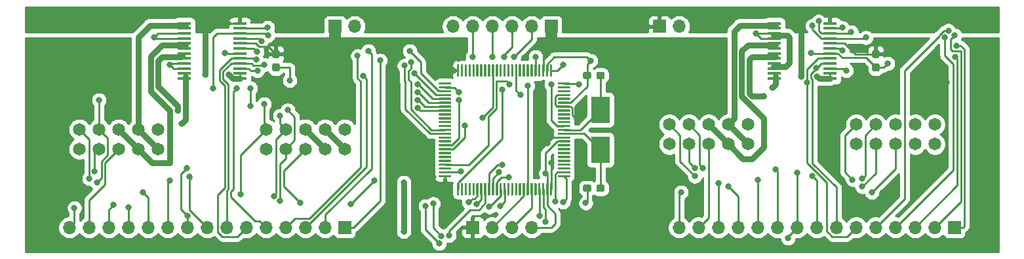
<source format=gbr>
%TF.GenerationSoftware,KiCad,Pcbnew,5.1.9+dfsg1-1*%
%TF.CreationDate,2021-08-18T14:47:46-04:00*%
%TF.ProjectId,custom_toothbrush_board,63757374-6f6d-45f7-946f-6f7468627275,rev?*%
%TF.SameCoordinates,Original*%
%TF.FileFunction,Copper,L1,Top*%
%TF.FilePolarity,Positive*%
%FSLAX46Y46*%
G04 Gerber Fmt 4.6, Leading zero omitted, Abs format (unit mm)*
G04 Created by KiCad (PCBNEW 5.1.9+dfsg1-1) date 2021-08-18 14:47:46*
%MOMM*%
%LPD*%
G01*
G04 APERTURE LIST*
%TA.AperFunction,ComponentPad*%
%ADD10R,1.700000X1.700000*%
%TD*%
%TA.AperFunction,ComponentPad*%
%ADD11O,1.700000X1.700000*%
%TD*%
%TA.AperFunction,SMDPad,CuDef*%
%ADD12R,1.750000X0.450000*%
%TD*%
%TA.AperFunction,ComponentPad*%
%ADD13C,1.650000*%
%TD*%
%TA.AperFunction,SMDPad,CuDef*%
%ADD14R,2.400000X3.500000*%
%TD*%
%TA.AperFunction,ViaPad*%
%ADD15C,0.800000*%
%TD*%
%TA.AperFunction,Conductor*%
%ADD16C,0.762000*%
%TD*%
%TA.AperFunction,Conductor*%
%ADD17C,0.250000*%
%TD*%
%TA.AperFunction,Conductor*%
%ADD18C,1.524000*%
%TD*%
%TA.AperFunction,Conductor*%
%ADD19C,0.254000*%
%TD*%
%TA.AperFunction,Conductor*%
%ADD20C,0.100000*%
%TD*%
G04 APERTURE END LIST*
%TO.P,C1,1*%
%TO.N,VCC*%
%TA.AperFunction,SMDPad,CuDef*%
G36*
G01*
X45482500Y-46860000D02*
X45957500Y-46860000D01*
G75*
G02*
X46195000Y-47097500I0J-237500D01*
G01*
X46195000Y-47697500D01*
G75*
G02*
X45957500Y-47935000I-237500J0D01*
G01*
X45482500Y-47935000D01*
G75*
G02*
X45245000Y-47697500I0J237500D01*
G01*
X45245000Y-47097500D01*
G75*
G02*
X45482500Y-46860000I237500J0D01*
G01*
G37*
%TD.AperFunction*%
%TO.P,C1,2*%
%TO.N,GND*%
%TA.AperFunction,SMDPad,CuDef*%
G36*
G01*
X45482500Y-48585000D02*
X45957500Y-48585000D01*
G75*
G02*
X46195000Y-48822500I0J-237500D01*
G01*
X46195000Y-49422500D01*
G75*
G02*
X45957500Y-49660000I-237500J0D01*
G01*
X45482500Y-49660000D01*
G75*
G02*
X45245000Y-49422500I0J237500D01*
G01*
X45245000Y-48822500D01*
G75*
G02*
X45482500Y-48585000I237500J0D01*
G01*
G37*
%TD.AperFunction*%
%TD*%
%TO.P,C2,2*%
%TO.N,GND*%
%TA.AperFunction,SMDPad,CuDef*%
G36*
G01*
X122952500Y-48585000D02*
X123427500Y-48585000D01*
G75*
G02*
X123665000Y-48822500I0J-237500D01*
G01*
X123665000Y-49422500D01*
G75*
G02*
X123427500Y-49660000I-237500J0D01*
G01*
X122952500Y-49660000D01*
G75*
G02*
X122715000Y-49422500I0J237500D01*
G01*
X122715000Y-48822500D01*
G75*
G02*
X122952500Y-48585000I237500J0D01*
G01*
G37*
%TD.AperFunction*%
%TO.P,C2,1*%
%TO.N,VCC*%
%TA.AperFunction,SMDPad,CuDef*%
G36*
G01*
X122952500Y-46860000D02*
X123427500Y-46860000D01*
G75*
G02*
X123665000Y-47097500I0J-237500D01*
G01*
X123665000Y-47697500D01*
G75*
G02*
X123427500Y-47935000I-237500J0D01*
G01*
X122952500Y-47935000D01*
G75*
G02*
X122715000Y-47697500I0J237500D01*
G01*
X122715000Y-47097500D01*
G75*
G02*
X122952500Y-46860000I237500J0D01*
G01*
G37*
%TD.AperFunction*%
%TD*%
D10*
%TO.P,J1,1*%
%TO.N,/~EN1*%
X133350000Y-69850000D03*
D11*
%TO.P,J1,2*%
%TO.N,/TIM9_CH1*%
X130810000Y-69850000D03*
%TO.P,J1,3*%
%TO.N,/TIM9_CH2*%
X128270000Y-69850000D03*
%TO.P,J1,4*%
%TO.N,/TIM1_CH1*%
X125730000Y-69850000D03*
%TO.P,J1,5*%
%TO.N,/TIM1_CH1N*%
X123190000Y-69850000D03*
%TO.P,J1,6*%
%TO.N,/TIM1_CH2*%
X120650000Y-69850000D03*
%TO.P,J1,7*%
%TO.N,/TIM1_CH2N*%
X118110000Y-69850000D03*
%TO.P,J1,8*%
%TO.N,/PD0*%
X115570000Y-69850000D03*
%TO.P,J1,9*%
%TO.N,/PD1*%
X113030000Y-69850000D03*
%TO.P,J1,10*%
%TO.N,/PD2*%
X110490000Y-69850000D03*
%TO.P,J1,11*%
%TO.N,/PD3*%
X107950000Y-69850000D03*
%TO.P,J1,12*%
%TO.N,/PD4*%
X105410000Y-69850000D03*
%TO.P,J1,13*%
%TO.N,/PD5*%
X102870000Y-69850000D03*
%TO.P,J1,14*%
%TO.N,/PE0*%
X100330000Y-69850000D03*
%TO.P,J1,15*%
%TO.N,/PE1*%
X97790000Y-69850000D03*
%TD*%
%TO.P,J2,15*%
%TO.N,/PE3*%
X19050000Y-69850000D03*
%TO.P,J2,14*%
%TO.N,/PE2*%
X21590000Y-69850000D03*
%TO.P,J2,13*%
%TO.N,/PD11*%
X24130000Y-69850000D03*
%TO.P,J2,12*%
%TO.N,/PD10*%
X26670000Y-69850000D03*
%TO.P,J2,11*%
%TO.N,/PD9*%
X29210000Y-69850000D03*
%TO.P,J2,10*%
%TO.N,/PD8*%
X31750000Y-69850000D03*
%TO.P,J2,9*%
%TO.N,/PD7*%
X34290000Y-69850000D03*
%TO.P,J2,8*%
%TO.N,/PD6*%
X36830000Y-69850000D03*
%TO.P,J2,7*%
%TO.N,/TIM8_CH2N*%
X39370000Y-69850000D03*
%TO.P,J2,6*%
%TO.N,/TIM8_CH2*%
X41910000Y-69850000D03*
%TO.P,J2,5*%
%TO.N,/TIM8_CH1N*%
X44450000Y-69850000D03*
%TO.P,J2,4*%
%TO.N,/TIM8_CH1*%
X46990000Y-69850000D03*
%TO.P,J2,3*%
%TO.N,/TIM12_CH2*%
X49530000Y-69850000D03*
%TO.P,J2,2*%
%TO.N,/TIM12_CH1*%
X52070000Y-69850000D03*
D10*
%TO.P,J2,1*%
%TO.N,/~EN2*%
X54610000Y-69850000D03*
%TD*%
%TO.P,J3,1*%
%TO.N,VCC*%
X81280000Y-43815000D03*
D11*
%TO.P,J3,2*%
%TO.N,/JTMS_SWDIO*%
X78740000Y-43815000D03*
%TO.P,J3,3*%
%TO.N,/JTCK_SWCLK*%
X76200000Y-43815000D03*
%TO.P,J3,4*%
%TO.N,/~RST*%
X73660000Y-43815000D03*
%TO.P,J3,5*%
%TO.N,/BOOT0*%
X71120000Y-43815000D03*
%TO.P,J3,6*%
%TO.N,GND*%
X68580000Y-43815000D03*
%TD*%
D10*
%TO.P,J4,1*%
%TO.N,VCC*%
X71120000Y-69850000D03*
D11*
%TO.P,J4,2*%
%TO.N,/I2C1_SDA*%
X73660000Y-69850000D03*
%TO.P,J4,3*%
%TO.N,/I2C1_SCL*%
X76200000Y-69850000D03*
%TO.P,J4,4*%
%TO.N,GND*%
X78740000Y-69850000D03*
%TD*%
D10*
%TO.P,J6,1*%
%TO.N,+9V*%
X95250000Y-43815000D03*
D11*
%TO.P,J6,2*%
%TO.N,GND*%
X97790000Y-43815000D03*
%TD*%
%TO.P,U1,1*%
%TO.N,/PE2*%
%TA.AperFunction,SMDPad,CuDef*%
G36*
G01*
X83715000Y-63130000D02*
X83715000Y-63280000D01*
G75*
G02*
X83640000Y-63355000I-75000J0D01*
G01*
X82190000Y-63355000D01*
G75*
G02*
X82115000Y-63280000I0J75000D01*
G01*
X82115000Y-63130000D01*
G75*
G02*
X82190000Y-63055000I75000J0D01*
G01*
X83640000Y-63055000D01*
G75*
G02*
X83715000Y-63130000I0J-75000D01*
G01*
G37*
%TD.AperFunction*%
%TO.P,U1,2*%
%TO.N,/PE3*%
%TA.AperFunction,SMDPad,CuDef*%
G36*
G01*
X83715000Y-62630000D02*
X83715000Y-62780000D01*
G75*
G02*
X83640000Y-62855000I-75000J0D01*
G01*
X82190000Y-62855000D01*
G75*
G02*
X82115000Y-62780000I0J75000D01*
G01*
X82115000Y-62630000D01*
G75*
G02*
X82190000Y-62555000I75000J0D01*
G01*
X83640000Y-62555000D01*
G75*
G02*
X83715000Y-62630000I0J-75000D01*
G01*
G37*
%TD.AperFunction*%
%TO.P,U1,3*%
%TO.N,N/C*%
%TA.AperFunction,SMDPad,CuDef*%
G36*
G01*
X83715000Y-62130000D02*
X83715000Y-62280000D01*
G75*
G02*
X83640000Y-62355000I-75000J0D01*
G01*
X82190000Y-62355000D01*
G75*
G02*
X82115000Y-62280000I0J75000D01*
G01*
X82115000Y-62130000D01*
G75*
G02*
X82190000Y-62055000I75000J0D01*
G01*
X83640000Y-62055000D01*
G75*
G02*
X83715000Y-62130000I0J-75000D01*
G01*
G37*
%TD.AperFunction*%
%TO.P,U1,4*%
%TA.AperFunction,SMDPad,CuDef*%
G36*
G01*
X83715000Y-61630000D02*
X83715000Y-61780000D01*
G75*
G02*
X83640000Y-61855000I-75000J0D01*
G01*
X82190000Y-61855000D01*
G75*
G02*
X82115000Y-61780000I0J75000D01*
G01*
X82115000Y-61630000D01*
G75*
G02*
X82190000Y-61555000I75000J0D01*
G01*
X83640000Y-61555000D01*
G75*
G02*
X83715000Y-61630000I0J-75000D01*
G01*
G37*
%TD.AperFunction*%
%TO.P,U1,5*%
%TA.AperFunction,SMDPad,CuDef*%
G36*
G01*
X83715000Y-61130000D02*
X83715000Y-61280000D01*
G75*
G02*
X83640000Y-61355000I-75000J0D01*
G01*
X82190000Y-61355000D01*
G75*
G02*
X82115000Y-61280000I0J75000D01*
G01*
X82115000Y-61130000D01*
G75*
G02*
X82190000Y-61055000I75000J0D01*
G01*
X83640000Y-61055000D01*
G75*
G02*
X83715000Y-61130000I0J-75000D01*
G01*
G37*
%TD.AperFunction*%
%TO.P,U1,6*%
%TA.AperFunction,SMDPad,CuDef*%
G36*
G01*
X83715000Y-60630000D02*
X83715000Y-60780000D01*
G75*
G02*
X83640000Y-60855000I-75000J0D01*
G01*
X82190000Y-60855000D01*
G75*
G02*
X82115000Y-60780000I0J75000D01*
G01*
X82115000Y-60630000D01*
G75*
G02*
X82190000Y-60555000I75000J0D01*
G01*
X83640000Y-60555000D01*
G75*
G02*
X83715000Y-60630000I0J-75000D01*
G01*
G37*
%TD.AperFunction*%
%TO.P,U1,7*%
%TA.AperFunction,SMDPad,CuDef*%
G36*
G01*
X83715000Y-60130000D02*
X83715000Y-60280000D01*
G75*
G02*
X83640000Y-60355000I-75000J0D01*
G01*
X82190000Y-60355000D01*
G75*
G02*
X82115000Y-60280000I0J75000D01*
G01*
X82115000Y-60130000D01*
G75*
G02*
X82190000Y-60055000I75000J0D01*
G01*
X83640000Y-60055000D01*
G75*
G02*
X83715000Y-60130000I0J-75000D01*
G01*
G37*
%TD.AperFunction*%
%TO.P,U1,8*%
%TA.AperFunction,SMDPad,CuDef*%
G36*
G01*
X83715000Y-59630000D02*
X83715000Y-59780000D01*
G75*
G02*
X83640000Y-59855000I-75000J0D01*
G01*
X82190000Y-59855000D01*
G75*
G02*
X82115000Y-59780000I0J75000D01*
G01*
X82115000Y-59630000D01*
G75*
G02*
X82190000Y-59555000I75000J0D01*
G01*
X83640000Y-59555000D01*
G75*
G02*
X83715000Y-59630000I0J-75000D01*
G01*
G37*
%TD.AperFunction*%
%TO.P,U1,9*%
%TA.AperFunction,SMDPad,CuDef*%
G36*
G01*
X83715000Y-59130000D02*
X83715000Y-59280000D01*
G75*
G02*
X83640000Y-59355000I-75000J0D01*
G01*
X82190000Y-59355000D01*
G75*
G02*
X82115000Y-59280000I0J75000D01*
G01*
X82115000Y-59130000D01*
G75*
G02*
X82190000Y-59055000I75000J0D01*
G01*
X83640000Y-59055000D01*
G75*
G02*
X83715000Y-59130000I0J-75000D01*
G01*
G37*
%TD.AperFunction*%
%TO.P,U1,10*%
%TO.N,GND*%
%TA.AperFunction,SMDPad,CuDef*%
G36*
G01*
X83715000Y-58630000D02*
X83715000Y-58780000D01*
G75*
G02*
X83640000Y-58855000I-75000J0D01*
G01*
X82190000Y-58855000D01*
G75*
G02*
X82115000Y-58780000I0J75000D01*
G01*
X82115000Y-58630000D01*
G75*
G02*
X82190000Y-58555000I75000J0D01*
G01*
X83640000Y-58555000D01*
G75*
G02*
X83715000Y-58630000I0J-75000D01*
G01*
G37*
%TD.AperFunction*%
%TO.P,U1,11*%
%TO.N,VCC*%
%TA.AperFunction,SMDPad,CuDef*%
G36*
G01*
X83715000Y-58130000D02*
X83715000Y-58280000D01*
G75*
G02*
X83640000Y-58355000I-75000J0D01*
G01*
X82190000Y-58355000D01*
G75*
G02*
X82115000Y-58280000I0J75000D01*
G01*
X82115000Y-58130000D01*
G75*
G02*
X82190000Y-58055000I75000J0D01*
G01*
X83640000Y-58055000D01*
G75*
G02*
X83715000Y-58130000I0J-75000D01*
G01*
G37*
%TD.AperFunction*%
%TO.P,U1,12*%
%TO.N,/OSC_IN*%
%TA.AperFunction,SMDPad,CuDef*%
G36*
G01*
X83715000Y-57630000D02*
X83715000Y-57780000D01*
G75*
G02*
X83640000Y-57855000I-75000J0D01*
G01*
X82190000Y-57855000D01*
G75*
G02*
X82115000Y-57780000I0J75000D01*
G01*
X82115000Y-57630000D01*
G75*
G02*
X82190000Y-57555000I75000J0D01*
G01*
X83640000Y-57555000D01*
G75*
G02*
X83715000Y-57630000I0J-75000D01*
G01*
G37*
%TD.AperFunction*%
%TO.P,U1,13*%
%TO.N,/OSC_OUT*%
%TA.AperFunction,SMDPad,CuDef*%
G36*
G01*
X83715000Y-57130000D02*
X83715000Y-57280000D01*
G75*
G02*
X83640000Y-57355000I-75000J0D01*
G01*
X82190000Y-57355000D01*
G75*
G02*
X82115000Y-57280000I0J75000D01*
G01*
X82115000Y-57130000D01*
G75*
G02*
X82190000Y-57055000I75000J0D01*
G01*
X83640000Y-57055000D01*
G75*
G02*
X83715000Y-57130000I0J-75000D01*
G01*
G37*
%TD.AperFunction*%
%TO.P,U1,14*%
%TO.N,/~RST*%
%TA.AperFunction,SMDPad,CuDef*%
G36*
G01*
X83715000Y-56630000D02*
X83715000Y-56780000D01*
G75*
G02*
X83640000Y-56855000I-75000J0D01*
G01*
X82190000Y-56855000D01*
G75*
G02*
X82115000Y-56780000I0J75000D01*
G01*
X82115000Y-56630000D01*
G75*
G02*
X82190000Y-56555000I75000J0D01*
G01*
X83640000Y-56555000D01*
G75*
G02*
X83715000Y-56630000I0J-75000D01*
G01*
G37*
%TD.AperFunction*%
%TO.P,U1,15*%
%TO.N,N/C*%
%TA.AperFunction,SMDPad,CuDef*%
G36*
G01*
X83715000Y-56130000D02*
X83715000Y-56280000D01*
G75*
G02*
X83640000Y-56355000I-75000J0D01*
G01*
X82190000Y-56355000D01*
G75*
G02*
X82115000Y-56280000I0J75000D01*
G01*
X82115000Y-56130000D01*
G75*
G02*
X82190000Y-56055000I75000J0D01*
G01*
X83640000Y-56055000D01*
G75*
G02*
X83715000Y-56130000I0J-75000D01*
G01*
G37*
%TD.AperFunction*%
%TO.P,U1,16*%
%TA.AperFunction,SMDPad,CuDef*%
G36*
G01*
X83715000Y-55630000D02*
X83715000Y-55780000D01*
G75*
G02*
X83640000Y-55855000I-75000J0D01*
G01*
X82190000Y-55855000D01*
G75*
G02*
X82115000Y-55780000I0J75000D01*
G01*
X82115000Y-55630000D01*
G75*
G02*
X82190000Y-55555000I75000J0D01*
G01*
X83640000Y-55555000D01*
G75*
G02*
X83715000Y-55630000I0J-75000D01*
G01*
G37*
%TD.AperFunction*%
%TO.P,U1,17*%
%TA.AperFunction,SMDPad,CuDef*%
G36*
G01*
X83715000Y-55130000D02*
X83715000Y-55280000D01*
G75*
G02*
X83640000Y-55355000I-75000J0D01*
G01*
X82190000Y-55355000D01*
G75*
G02*
X82115000Y-55280000I0J75000D01*
G01*
X82115000Y-55130000D01*
G75*
G02*
X82190000Y-55055000I75000J0D01*
G01*
X83640000Y-55055000D01*
G75*
G02*
X83715000Y-55130000I0J-75000D01*
G01*
G37*
%TD.AperFunction*%
%TO.P,U1,18*%
%TA.AperFunction,SMDPad,CuDef*%
G36*
G01*
X83715000Y-54630000D02*
X83715000Y-54780000D01*
G75*
G02*
X83640000Y-54855000I-75000J0D01*
G01*
X82190000Y-54855000D01*
G75*
G02*
X82115000Y-54780000I0J75000D01*
G01*
X82115000Y-54630000D01*
G75*
G02*
X82190000Y-54555000I75000J0D01*
G01*
X83640000Y-54555000D01*
G75*
G02*
X83715000Y-54630000I0J-75000D01*
G01*
G37*
%TD.AperFunction*%
%TO.P,U1,19*%
%TO.N,VCC*%
%TA.AperFunction,SMDPad,CuDef*%
G36*
G01*
X83715000Y-54130000D02*
X83715000Y-54280000D01*
G75*
G02*
X83640000Y-54355000I-75000J0D01*
G01*
X82190000Y-54355000D01*
G75*
G02*
X82115000Y-54280000I0J75000D01*
G01*
X82115000Y-54130000D01*
G75*
G02*
X82190000Y-54055000I75000J0D01*
G01*
X83640000Y-54055000D01*
G75*
G02*
X83715000Y-54130000I0J-75000D01*
G01*
G37*
%TD.AperFunction*%
%TO.P,U1,20*%
%TO.N,GND*%
%TA.AperFunction,SMDPad,CuDef*%
G36*
G01*
X83715000Y-53630000D02*
X83715000Y-53780000D01*
G75*
G02*
X83640000Y-53855000I-75000J0D01*
G01*
X82190000Y-53855000D01*
G75*
G02*
X82115000Y-53780000I0J75000D01*
G01*
X82115000Y-53630000D01*
G75*
G02*
X82190000Y-53555000I75000J0D01*
G01*
X83640000Y-53555000D01*
G75*
G02*
X83715000Y-53630000I0J-75000D01*
G01*
G37*
%TD.AperFunction*%
%TO.P,U1,21*%
%TO.N,N/C*%
%TA.AperFunction,SMDPad,CuDef*%
G36*
G01*
X83715000Y-53130000D02*
X83715000Y-53280000D01*
G75*
G02*
X83640000Y-53355000I-75000J0D01*
G01*
X82190000Y-53355000D01*
G75*
G02*
X82115000Y-53280000I0J75000D01*
G01*
X82115000Y-53130000D01*
G75*
G02*
X82190000Y-53055000I75000J0D01*
G01*
X83640000Y-53055000D01*
G75*
G02*
X83715000Y-53130000I0J-75000D01*
G01*
G37*
%TD.AperFunction*%
%TO.P,U1,22*%
%TO.N,VCC*%
%TA.AperFunction,SMDPad,CuDef*%
G36*
G01*
X83715000Y-52630000D02*
X83715000Y-52780000D01*
G75*
G02*
X83640000Y-52855000I-75000J0D01*
G01*
X82190000Y-52855000D01*
G75*
G02*
X82115000Y-52780000I0J75000D01*
G01*
X82115000Y-52630000D01*
G75*
G02*
X82190000Y-52555000I75000J0D01*
G01*
X83640000Y-52555000D01*
G75*
G02*
X83715000Y-52630000I0J-75000D01*
G01*
G37*
%TD.AperFunction*%
%TO.P,U1,23*%
%TO.N,N/C*%
%TA.AperFunction,SMDPad,CuDef*%
G36*
G01*
X83715000Y-52130000D02*
X83715000Y-52280000D01*
G75*
G02*
X83640000Y-52355000I-75000J0D01*
G01*
X82190000Y-52355000D01*
G75*
G02*
X82115000Y-52280000I0J75000D01*
G01*
X82115000Y-52130000D01*
G75*
G02*
X82190000Y-52055000I75000J0D01*
G01*
X83640000Y-52055000D01*
G75*
G02*
X83715000Y-52130000I0J-75000D01*
G01*
G37*
%TD.AperFunction*%
%TO.P,U1,24*%
%TA.AperFunction,SMDPad,CuDef*%
G36*
G01*
X83715000Y-51630000D02*
X83715000Y-51780000D01*
G75*
G02*
X83640000Y-51855000I-75000J0D01*
G01*
X82190000Y-51855000D01*
G75*
G02*
X82115000Y-51780000I0J75000D01*
G01*
X82115000Y-51630000D01*
G75*
G02*
X82190000Y-51555000I75000J0D01*
G01*
X83640000Y-51555000D01*
G75*
G02*
X83715000Y-51630000I0J-75000D01*
G01*
G37*
%TD.AperFunction*%
%TO.P,U1,25*%
%TO.N,/TIM9_CH1*%
%TA.AperFunction,SMDPad,CuDef*%
G36*
G01*
X83715000Y-51130000D02*
X83715000Y-51280000D01*
G75*
G02*
X83640000Y-51355000I-75000J0D01*
G01*
X82190000Y-51355000D01*
G75*
G02*
X82115000Y-51280000I0J75000D01*
G01*
X82115000Y-51130000D01*
G75*
G02*
X82190000Y-51055000I75000J0D01*
G01*
X83640000Y-51055000D01*
G75*
G02*
X83715000Y-51130000I0J-75000D01*
G01*
G37*
%TD.AperFunction*%
%TO.P,U1,26*%
%TO.N,/TIM9_CH2*%
%TA.AperFunction,SMDPad,CuDef*%
G36*
G01*
X81390000Y-48805000D02*
X81390000Y-50255000D01*
G75*
G02*
X81315000Y-50330000I-75000J0D01*
G01*
X81165000Y-50330000D01*
G75*
G02*
X81090000Y-50255000I0J75000D01*
G01*
X81090000Y-48805000D01*
G75*
G02*
X81165000Y-48730000I75000J0D01*
G01*
X81315000Y-48730000D01*
G75*
G02*
X81390000Y-48805000I0J-75000D01*
G01*
G37*
%TD.AperFunction*%
%TO.P,U1,27*%
%TO.N,GND*%
%TA.AperFunction,SMDPad,CuDef*%
G36*
G01*
X80890000Y-48805000D02*
X80890000Y-50255000D01*
G75*
G02*
X80815000Y-50330000I-75000J0D01*
G01*
X80665000Y-50330000D01*
G75*
G02*
X80590000Y-50255000I0J75000D01*
G01*
X80590000Y-48805000D01*
G75*
G02*
X80665000Y-48730000I75000J0D01*
G01*
X80815000Y-48730000D01*
G75*
G02*
X80890000Y-48805000I0J-75000D01*
G01*
G37*
%TD.AperFunction*%
%TO.P,U1,28*%
%TO.N,VCC*%
%TA.AperFunction,SMDPad,CuDef*%
G36*
G01*
X80390000Y-48805000D02*
X80390000Y-50255000D01*
G75*
G02*
X80315000Y-50330000I-75000J0D01*
G01*
X80165000Y-50330000D01*
G75*
G02*
X80090000Y-50255000I0J75000D01*
G01*
X80090000Y-48805000D01*
G75*
G02*
X80165000Y-48730000I75000J0D01*
G01*
X80315000Y-48730000D01*
G75*
G02*
X80390000Y-48805000I0J-75000D01*
G01*
G37*
%TD.AperFunction*%
%TO.P,U1,29*%
%TO.N,N/C*%
%TA.AperFunction,SMDPad,CuDef*%
G36*
G01*
X79890000Y-48805000D02*
X79890000Y-50255000D01*
G75*
G02*
X79815000Y-50330000I-75000J0D01*
G01*
X79665000Y-50330000D01*
G75*
G02*
X79590000Y-50255000I0J75000D01*
G01*
X79590000Y-48805000D01*
G75*
G02*
X79665000Y-48730000I75000J0D01*
G01*
X79815000Y-48730000D01*
G75*
G02*
X79890000Y-48805000I0J-75000D01*
G01*
G37*
%TD.AperFunction*%
%TO.P,U1,30*%
%TO.N,/TIM8_CH1N*%
%TA.AperFunction,SMDPad,CuDef*%
G36*
G01*
X79390000Y-48805000D02*
X79390000Y-50255000D01*
G75*
G02*
X79315000Y-50330000I-75000J0D01*
G01*
X79165000Y-50330000D01*
G75*
G02*
X79090000Y-50255000I0J75000D01*
G01*
X79090000Y-48805000D01*
G75*
G02*
X79165000Y-48730000I75000J0D01*
G01*
X79315000Y-48730000D01*
G75*
G02*
X79390000Y-48805000I0J-75000D01*
G01*
G37*
%TD.AperFunction*%
%TO.P,U1,31*%
%TO.N,N/C*%
%TA.AperFunction,SMDPad,CuDef*%
G36*
G01*
X78890000Y-48805000D02*
X78890000Y-50255000D01*
G75*
G02*
X78815000Y-50330000I-75000J0D01*
G01*
X78665000Y-50330000D01*
G75*
G02*
X78590000Y-50255000I0J75000D01*
G01*
X78590000Y-48805000D01*
G75*
G02*
X78665000Y-48730000I75000J0D01*
G01*
X78815000Y-48730000D01*
G75*
G02*
X78890000Y-48805000I0J-75000D01*
G01*
G37*
%TD.AperFunction*%
%TO.P,U1,32*%
%TA.AperFunction,SMDPad,CuDef*%
G36*
G01*
X78390000Y-48805000D02*
X78390000Y-50255000D01*
G75*
G02*
X78315000Y-50330000I-75000J0D01*
G01*
X78165000Y-50330000D01*
G75*
G02*
X78090000Y-50255000I0J75000D01*
G01*
X78090000Y-48805000D01*
G75*
G02*
X78165000Y-48730000I75000J0D01*
G01*
X78315000Y-48730000D01*
G75*
G02*
X78390000Y-48805000I0J-75000D01*
G01*
G37*
%TD.AperFunction*%
%TO.P,U1,33*%
%TA.AperFunction,SMDPad,CuDef*%
G36*
G01*
X77890000Y-48805000D02*
X77890000Y-50255000D01*
G75*
G02*
X77815000Y-50330000I-75000J0D01*
G01*
X77665000Y-50330000D01*
G75*
G02*
X77590000Y-50255000I0J75000D01*
G01*
X77590000Y-48805000D01*
G75*
G02*
X77665000Y-48730000I75000J0D01*
G01*
X77815000Y-48730000D01*
G75*
G02*
X77890000Y-48805000I0J-75000D01*
G01*
G37*
%TD.AperFunction*%
%TO.P,U1,34*%
%TA.AperFunction,SMDPad,CuDef*%
G36*
G01*
X77390000Y-48805000D02*
X77390000Y-50255000D01*
G75*
G02*
X77315000Y-50330000I-75000J0D01*
G01*
X77165000Y-50330000D01*
G75*
G02*
X77090000Y-50255000I0J75000D01*
G01*
X77090000Y-48805000D01*
G75*
G02*
X77165000Y-48730000I75000J0D01*
G01*
X77315000Y-48730000D01*
G75*
G02*
X77390000Y-48805000I0J-75000D01*
G01*
G37*
%TD.AperFunction*%
%TO.P,U1,35*%
%TO.N,/TIM8_CH2N*%
%TA.AperFunction,SMDPad,CuDef*%
G36*
G01*
X76890000Y-48805000D02*
X76890000Y-50255000D01*
G75*
G02*
X76815000Y-50330000I-75000J0D01*
G01*
X76665000Y-50330000D01*
G75*
G02*
X76590000Y-50255000I0J75000D01*
G01*
X76590000Y-48805000D01*
G75*
G02*
X76665000Y-48730000I75000J0D01*
G01*
X76815000Y-48730000D01*
G75*
G02*
X76890000Y-48805000I0J-75000D01*
G01*
G37*
%TD.AperFunction*%
%TO.P,U1,36*%
%TO.N,N/C*%
%TA.AperFunction,SMDPad,CuDef*%
G36*
G01*
X76390000Y-48805000D02*
X76390000Y-50255000D01*
G75*
G02*
X76315000Y-50330000I-75000J0D01*
G01*
X76165000Y-50330000D01*
G75*
G02*
X76090000Y-50255000I0J75000D01*
G01*
X76090000Y-48805000D01*
G75*
G02*
X76165000Y-48730000I75000J0D01*
G01*
X76315000Y-48730000D01*
G75*
G02*
X76390000Y-48805000I0J-75000D01*
G01*
G37*
%TD.AperFunction*%
%TO.P,U1,37*%
%TA.AperFunction,SMDPad,CuDef*%
G36*
G01*
X75890000Y-48805000D02*
X75890000Y-50255000D01*
G75*
G02*
X75815000Y-50330000I-75000J0D01*
G01*
X75665000Y-50330000D01*
G75*
G02*
X75590000Y-50255000I0J75000D01*
G01*
X75590000Y-48805000D01*
G75*
G02*
X75665000Y-48730000I75000J0D01*
G01*
X75815000Y-48730000D01*
G75*
G02*
X75890000Y-48805000I0J-75000D01*
G01*
G37*
%TD.AperFunction*%
%TO.P,U1,38*%
%TA.AperFunction,SMDPad,CuDef*%
G36*
G01*
X75390000Y-48805000D02*
X75390000Y-50255000D01*
G75*
G02*
X75315000Y-50330000I-75000J0D01*
G01*
X75165000Y-50330000D01*
G75*
G02*
X75090000Y-50255000I0J75000D01*
G01*
X75090000Y-48805000D01*
G75*
G02*
X75165000Y-48730000I75000J0D01*
G01*
X75315000Y-48730000D01*
G75*
G02*
X75390000Y-48805000I0J-75000D01*
G01*
G37*
%TD.AperFunction*%
%TO.P,U1,39*%
%TA.AperFunction,SMDPad,CuDef*%
G36*
G01*
X74890000Y-48805000D02*
X74890000Y-50255000D01*
G75*
G02*
X74815000Y-50330000I-75000J0D01*
G01*
X74665000Y-50330000D01*
G75*
G02*
X74590000Y-50255000I0J75000D01*
G01*
X74590000Y-48805000D01*
G75*
G02*
X74665000Y-48730000I75000J0D01*
G01*
X74815000Y-48730000D01*
G75*
G02*
X74890000Y-48805000I0J-75000D01*
G01*
G37*
%TD.AperFunction*%
%TO.P,U1,40*%
%TA.AperFunction,SMDPad,CuDef*%
G36*
G01*
X74390000Y-48805000D02*
X74390000Y-50255000D01*
G75*
G02*
X74315000Y-50330000I-75000J0D01*
G01*
X74165000Y-50330000D01*
G75*
G02*
X74090000Y-50255000I0J75000D01*
G01*
X74090000Y-48805000D01*
G75*
G02*
X74165000Y-48730000I75000J0D01*
G01*
X74315000Y-48730000D01*
G75*
G02*
X74390000Y-48805000I0J-75000D01*
G01*
G37*
%TD.AperFunction*%
%TO.P,U1,41*%
%TO.N,/TIM1_CH2N*%
%TA.AperFunction,SMDPad,CuDef*%
G36*
G01*
X73890000Y-48805000D02*
X73890000Y-50255000D01*
G75*
G02*
X73815000Y-50330000I-75000J0D01*
G01*
X73665000Y-50330000D01*
G75*
G02*
X73590000Y-50255000I0J75000D01*
G01*
X73590000Y-48805000D01*
G75*
G02*
X73665000Y-48730000I75000J0D01*
G01*
X73815000Y-48730000D01*
G75*
G02*
X73890000Y-48805000I0J-75000D01*
G01*
G37*
%TD.AperFunction*%
%TO.P,U1,42*%
%TO.N,N/C*%
%TA.AperFunction,SMDPad,CuDef*%
G36*
G01*
X73390000Y-48805000D02*
X73390000Y-50255000D01*
G75*
G02*
X73315000Y-50330000I-75000J0D01*
G01*
X73165000Y-50330000D01*
G75*
G02*
X73090000Y-50255000I0J75000D01*
G01*
X73090000Y-48805000D01*
G75*
G02*
X73165000Y-48730000I75000J0D01*
G01*
X73315000Y-48730000D01*
G75*
G02*
X73390000Y-48805000I0J-75000D01*
G01*
G37*
%TD.AperFunction*%
%TO.P,U1,43*%
%TA.AperFunction,SMDPad,CuDef*%
G36*
G01*
X72890000Y-48805000D02*
X72890000Y-50255000D01*
G75*
G02*
X72815000Y-50330000I-75000J0D01*
G01*
X72665000Y-50330000D01*
G75*
G02*
X72590000Y-50255000I0J75000D01*
G01*
X72590000Y-48805000D01*
G75*
G02*
X72665000Y-48730000I75000J0D01*
G01*
X72815000Y-48730000D01*
G75*
G02*
X72890000Y-48805000I0J-75000D01*
G01*
G37*
%TD.AperFunction*%
%TO.P,U1,44*%
%TA.AperFunction,SMDPad,CuDef*%
G36*
G01*
X72390000Y-48805000D02*
X72390000Y-50255000D01*
G75*
G02*
X72315000Y-50330000I-75000J0D01*
G01*
X72165000Y-50330000D01*
G75*
G02*
X72090000Y-50255000I0J75000D01*
G01*
X72090000Y-48805000D01*
G75*
G02*
X72165000Y-48730000I75000J0D01*
G01*
X72315000Y-48730000D01*
G75*
G02*
X72390000Y-48805000I0J-75000D01*
G01*
G37*
%TD.AperFunction*%
%TO.P,U1,45*%
%TA.AperFunction,SMDPad,CuDef*%
G36*
G01*
X71890000Y-48805000D02*
X71890000Y-50255000D01*
G75*
G02*
X71815000Y-50330000I-75000J0D01*
G01*
X71665000Y-50330000D01*
G75*
G02*
X71590000Y-50255000I0J75000D01*
G01*
X71590000Y-48805000D01*
G75*
G02*
X71665000Y-48730000I75000J0D01*
G01*
X71815000Y-48730000D01*
G75*
G02*
X71890000Y-48805000I0J-75000D01*
G01*
G37*
%TD.AperFunction*%
%TO.P,U1,46*%
%TA.AperFunction,SMDPad,CuDef*%
G36*
G01*
X71390000Y-48805000D02*
X71390000Y-50255000D01*
G75*
G02*
X71315000Y-50330000I-75000J0D01*
G01*
X71165000Y-50330000D01*
G75*
G02*
X71090000Y-50255000I0J75000D01*
G01*
X71090000Y-48805000D01*
G75*
G02*
X71165000Y-48730000I75000J0D01*
G01*
X71315000Y-48730000D01*
G75*
G02*
X71390000Y-48805000I0J-75000D01*
G01*
G37*
%TD.AperFunction*%
%TO.P,U1,47*%
%TA.AperFunction,SMDPad,CuDef*%
G36*
G01*
X70890000Y-48805000D02*
X70890000Y-50255000D01*
G75*
G02*
X70815000Y-50330000I-75000J0D01*
G01*
X70665000Y-50330000D01*
G75*
G02*
X70590000Y-50255000I0J75000D01*
G01*
X70590000Y-48805000D01*
G75*
G02*
X70665000Y-48730000I75000J0D01*
G01*
X70815000Y-48730000D01*
G75*
G02*
X70890000Y-48805000I0J-75000D01*
G01*
G37*
%TD.AperFunction*%
%TO.P,U1,48*%
%TA.AperFunction,SMDPad,CuDef*%
G36*
G01*
X70390000Y-48805000D02*
X70390000Y-50255000D01*
G75*
G02*
X70315000Y-50330000I-75000J0D01*
G01*
X70165000Y-50330000D01*
G75*
G02*
X70090000Y-50255000I0J75000D01*
G01*
X70090000Y-48805000D01*
G75*
G02*
X70165000Y-48730000I75000J0D01*
G01*
X70315000Y-48730000D01*
G75*
G02*
X70390000Y-48805000I0J-75000D01*
G01*
G37*
%TD.AperFunction*%
%TO.P,U1,49*%
%TA.AperFunction,SMDPad,CuDef*%
G36*
G01*
X69890000Y-48805000D02*
X69890000Y-50255000D01*
G75*
G02*
X69815000Y-50330000I-75000J0D01*
G01*
X69665000Y-50330000D01*
G75*
G02*
X69590000Y-50255000I0J75000D01*
G01*
X69590000Y-48805000D01*
G75*
G02*
X69665000Y-48730000I75000J0D01*
G01*
X69815000Y-48730000D01*
G75*
G02*
X69890000Y-48805000I0J-75000D01*
G01*
G37*
%TD.AperFunction*%
%TO.P,U1,50*%
%TO.N,VCC*%
%TA.AperFunction,SMDPad,CuDef*%
G36*
G01*
X69390000Y-48805000D02*
X69390000Y-50255000D01*
G75*
G02*
X69315000Y-50330000I-75000J0D01*
G01*
X69165000Y-50330000D01*
G75*
G02*
X69090000Y-50255000I0J75000D01*
G01*
X69090000Y-48805000D01*
G75*
G02*
X69165000Y-48730000I75000J0D01*
G01*
X69315000Y-48730000D01*
G75*
G02*
X69390000Y-48805000I0J-75000D01*
G01*
G37*
%TD.AperFunction*%
%TO.P,U1,51*%
%TO.N,N/C*%
%TA.AperFunction,SMDPad,CuDef*%
G36*
G01*
X68365000Y-51130000D02*
X68365000Y-51280000D01*
G75*
G02*
X68290000Y-51355000I-75000J0D01*
G01*
X66840000Y-51355000D01*
G75*
G02*
X66765000Y-51280000I0J75000D01*
G01*
X66765000Y-51130000D01*
G75*
G02*
X66840000Y-51055000I75000J0D01*
G01*
X68290000Y-51055000D01*
G75*
G02*
X68365000Y-51130000I0J-75000D01*
G01*
G37*
%TD.AperFunction*%
%TO.P,U1,52*%
%TO.N,/TIM1_CH1N*%
%TA.AperFunction,SMDPad,CuDef*%
G36*
G01*
X68365000Y-51630000D02*
X68365000Y-51780000D01*
G75*
G02*
X68290000Y-51855000I-75000J0D01*
G01*
X66840000Y-51855000D01*
G75*
G02*
X66765000Y-51780000I0J75000D01*
G01*
X66765000Y-51630000D01*
G75*
G02*
X66840000Y-51555000I75000J0D01*
G01*
X68290000Y-51555000D01*
G75*
G02*
X68365000Y-51630000I0J-75000D01*
G01*
G37*
%TD.AperFunction*%
%TO.P,U1,53*%
%TO.N,/TIM12_CH1*%
%TA.AperFunction,SMDPad,CuDef*%
G36*
G01*
X68365000Y-52130000D02*
X68365000Y-52280000D01*
G75*
G02*
X68290000Y-52355000I-75000J0D01*
G01*
X66840000Y-52355000D01*
G75*
G02*
X66765000Y-52280000I0J75000D01*
G01*
X66765000Y-52130000D01*
G75*
G02*
X66840000Y-52055000I75000J0D01*
G01*
X68290000Y-52055000D01*
G75*
G02*
X68365000Y-52130000I0J-75000D01*
G01*
G37*
%TD.AperFunction*%
%TO.P,U1,54*%
%TO.N,/TIM12_CH2*%
%TA.AperFunction,SMDPad,CuDef*%
G36*
G01*
X68365000Y-52630000D02*
X68365000Y-52780000D01*
G75*
G02*
X68290000Y-52855000I-75000J0D01*
G01*
X66840000Y-52855000D01*
G75*
G02*
X66765000Y-52780000I0J75000D01*
G01*
X66765000Y-52630000D01*
G75*
G02*
X66840000Y-52555000I75000J0D01*
G01*
X68290000Y-52555000D01*
G75*
G02*
X68365000Y-52630000I0J-75000D01*
G01*
G37*
%TD.AperFunction*%
%TO.P,U1,55*%
%TO.N,/PD8*%
%TA.AperFunction,SMDPad,CuDef*%
G36*
G01*
X68365000Y-53130000D02*
X68365000Y-53280000D01*
G75*
G02*
X68290000Y-53355000I-75000J0D01*
G01*
X66840000Y-53355000D01*
G75*
G02*
X66765000Y-53280000I0J75000D01*
G01*
X66765000Y-53130000D01*
G75*
G02*
X66840000Y-53055000I75000J0D01*
G01*
X68290000Y-53055000D01*
G75*
G02*
X68365000Y-53130000I0J-75000D01*
G01*
G37*
%TD.AperFunction*%
%TO.P,U1,56*%
%TO.N,/PD9*%
%TA.AperFunction,SMDPad,CuDef*%
G36*
G01*
X68365000Y-53630000D02*
X68365000Y-53780000D01*
G75*
G02*
X68290000Y-53855000I-75000J0D01*
G01*
X66840000Y-53855000D01*
G75*
G02*
X66765000Y-53780000I0J75000D01*
G01*
X66765000Y-53630000D01*
G75*
G02*
X66840000Y-53555000I75000J0D01*
G01*
X68290000Y-53555000D01*
G75*
G02*
X68365000Y-53630000I0J-75000D01*
G01*
G37*
%TD.AperFunction*%
%TO.P,U1,57*%
%TO.N,/PD10*%
%TA.AperFunction,SMDPad,CuDef*%
G36*
G01*
X68365000Y-54130000D02*
X68365000Y-54280000D01*
G75*
G02*
X68290000Y-54355000I-75000J0D01*
G01*
X66840000Y-54355000D01*
G75*
G02*
X66765000Y-54280000I0J75000D01*
G01*
X66765000Y-54130000D01*
G75*
G02*
X66840000Y-54055000I75000J0D01*
G01*
X68290000Y-54055000D01*
G75*
G02*
X68365000Y-54130000I0J-75000D01*
G01*
G37*
%TD.AperFunction*%
%TO.P,U1,58*%
%TO.N,/PD11*%
%TA.AperFunction,SMDPad,CuDef*%
G36*
G01*
X68365000Y-54630000D02*
X68365000Y-54780000D01*
G75*
G02*
X68290000Y-54855000I-75000J0D01*
G01*
X66840000Y-54855000D01*
G75*
G02*
X66765000Y-54780000I0J75000D01*
G01*
X66765000Y-54630000D01*
G75*
G02*
X66840000Y-54555000I75000J0D01*
G01*
X68290000Y-54555000D01*
G75*
G02*
X68365000Y-54630000I0J-75000D01*
G01*
G37*
%TD.AperFunction*%
%TO.P,U1,59*%
%TO.N,N/C*%
%TA.AperFunction,SMDPad,CuDef*%
G36*
G01*
X68365000Y-55130000D02*
X68365000Y-55280000D01*
G75*
G02*
X68290000Y-55355000I-75000J0D01*
G01*
X66840000Y-55355000D01*
G75*
G02*
X66765000Y-55280000I0J75000D01*
G01*
X66765000Y-55130000D01*
G75*
G02*
X66840000Y-55055000I75000J0D01*
G01*
X68290000Y-55055000D01*
G75*
G02*
X68365000Y-55130000I0J-75000D01*
G01*
G37*
%TD.AperFunction*%
%TO.P,U1,60*%
%TA.AperFunction,SMDPad,CuDef*%
G36*
G01*
X68365000Y-55630000D02*
X68365000Y-55780000D01*
G75*
G02*
X68290000Y-55855000I-75000J0D01*
G01*
X66840000Y-55855000D01*
G75*
G02*
X66765000Y-55780000I0J75000D01*
G01*
X66765000Y-55630000D01*
G75*
G02*
X66840000Y-55555000I75000J0D01*
G01*
X68290000Y-55555000D01*
G75*
G02*
X68365000Y-55630000I0J-75000D01*
G01*
G37*
%TD.AperFunction*%
%TO.P,U1,61*%
%TA.AperFunction,SMDPad,CuDef*%
G36*
G01*
X68365000Y-56130000D02*
X68365000Y-56280000D01*
G75*
G02*
X68290000Y-56355000I-75000J0D01*
G01*
X66840000Y-56355000D01*
G75*
G02*
X66765000Y-56280000I0J75000D01*
G01*
X66765000Y-56130000D01*
G75*
G02*
X66840000Y-56055000I75000J0D01*
G01*
X68290000Y-56055000D01*
G75*
G02*
X68365000Y-56130000I0J-75000D01*
G01*
G37*
%TD.AperFunction*%
%TO.P,U1,62*%
%TA.AperFunction,SMDPad,CuDef*%
G36*
G01*
X68365000Y-56630000D02*
X68365000Y-56780000D01*
G75*
G02*
X68290000Y-56855000I-75000J0D01*
G01*
X66840000Y-56855000D01*
G75*
G02*
X66765000Y-56780000I0J75000D01*
G01*
X66765000Y-56630000D01*
G75*
G02*
X66840000Y-56555000I75000J0D01*
G01*
X68290000Y-56555000D01*
G75*
G02*
X68365000Y-56630000I0J-75000D01*
G01*
G37*
%TD.AperFunction*%
%TO.P,U1,63*%
%TO.N,/TIM8_CH1*%
%TA.AperFunction,SMDPad,CuDef*%
G36*
G01*
X68365000Y-57130000D02*
X68365000Y-57280000D01*
G75*
G02*
X68290000Y-57355000I-75000J0D01*
G01*
X66840000Y-57355000D01*
G75*
G02*
X66765000Y-57280000I0J75000D01*
G01*
X66765000Y-57130000D01*
G75*
G02*
X66840000Y-57055000I75000J0D01*
G01*
X68290000Y-57055000D01*
G75*
G02*
X68365000Y-57130000I0J-75000D01*
G01*
G37*
%TD.AperFunction*%
%TO.P,U1,64*%
%TO.N,/TIM8_CH2*%
%TA.AperFunction,SMDPad,CuDef*%
G36*
G01*
X68365000Y-57630000D02*
X68365000Y-57780000D01*
G75*
G02*
X68290000Y-57855000I-75000J0D01*
G01*
X66840000Y-57855000D01*
G75*
G02*
X66765000Y-57780000I0J75000D01*
G01*
X66765000Y-57630000D01*
G75*
G02*
X66840000Y-57555000I75000J0D01*
G01*
X68290000Y-57555000D01*
G75*
G02*
X68365000Y-57630000I0J-75000D01*
G01*
G37*
%TD.AperFunction*%
%TO.P,U1,65*%
%TO.N,N/C*%
%TA.AperFunction,SMDPad,CuDef*%
G36*
G01*
X68365000Y-58130000D02*
X68365000Y-58280000D01*
G75*
G02*
X68290000Y-58355000I-75000J0D01*
G01*
X66840000Y-58355000D01*
G75*
G02*
X66765000Y-58280000I0J75000D01*
G01*
X66765000Y-58130000D01*
G75*
G02*
X66840000Y-58055000I75000J0D01*
G01*
X68290000Y-58055000D01*
G75*
G02*
X68365000Y-58130000I0J-75000D01*
G01*
G37*
%TD.AperFunction*%
%TO.P,U1,66*%
%TA.AperFunction,SMDPad,CuDef*%
G36*
G01*
X68365000Y-58630000D02*
X68365000Y-58780000D01*
G75*
G02*
X68290000Y-58855000I-75000J0D01*
G01*
X66840000Y-58855000D01*
G75*
G02*
X66765000Y-58780000I0J75000D01*
G01*
X66765000Y-58630000D01*
G75*
G02*
X66840000Y-58555000I75000J0D01*
G01*
X68290000Y-58555000D01*
G75*
G02*
X68365000Y-58630000I0J-75000D01*
G01*
G37*
%TD.AperFunction*%
%TO.P,U1,67*%
%TO.N,/TIM1_CH1*%
%TA.AperFunction,SMDPad,CuDef*%
G36*
G01*
X68365000Y-59130000D02*
X68365000Y-59280000D01*
G75*
G02*
X68290000Y-59355000I-75000J0D01*
G01*
X66840000Y-59355000D01*
G75*
G02*
X66765000Y-59280000I0J75000D01*
G01*
X66765000Y-59130000D01*
G75*
G02*
X66840000Y-59055000I75000J0D01*
G01*
X68290000Y-59055000D01*
G75*
G02*
X68365000Y-59130000I0J-75000D01*
G01*
G37*
%TD.AperFunction*%
%TO.P,U1,68*%
%TO.N,/TIM1_CH2*%
%TA.AperFunction,SMDPad,CuDef*%
G36*
G01*
X68365000Y-59630000D02*
X68365000Y-59780000D01*
G75*
G02*
X68290000Y-59855000I-75000J0D01*
G01*
X66840000Y-59855000D01*
G75*
G02*
X66765000Y-59780000I0J75000D01*
G01*
X66765000Y-59630000D01*
G75*
G02*
X66840000Y-59555000I75000J0D01*
G01*
X68290000Y-59555000D01*
G75*
G02*
X68365000Y-59630000I0J-75000D01*
G01*
G37*
%TD.AperFunction*%
%TO.P,U1,69*%
%TO.N,N/C*%
%TA.AperFunction,SMDPad,CuDef*%
G36*
G01*
X68365000Y-60130000D02*
X68365000Y-60280000D01*
G75*
G02*
X68290000Y-60355000I-75000J0D01*
G01*
X66840000Y-60355000D01*
G75*
G02*
X66765000Y-60280000I0J75000D01*
G01*
X66765000Y-60130000D01*
G75*
G02*
X66840000Y-60055000I75000J0D01*
G01*
X68290000Y-60055000D01*
G75*
G02*
X68365000Y-60130000I0J-75000D01*
G01*
G37*
%TD.AperFunction*%
%TO.P,U1,70*%
%TA.AperFunction,SMDPad,CuDef*%
G36*
G01*
X68365000Y-60630000D02*
X68365000Y-60780000D01*
G75*
G02*
X68290000Y-60855000I-75000J0D01*
G01*
X66840000Y-60855000D01*
G75*
G02*
X66765000Y-60780000I0J75000D01*
G01*
X66765000Y-60630000D01*
G75*
G02*
X66840000Y-60555000I75000J0D01*
G01*
X68290000Y-60555000D01*
G75*
G02*
X68365000Y-60630000I0J-75000D01*
G01*
G37*
%TD.AperFunction*%
%TO.P,U1,71*%
%TA.AperFunction,SMDPad,CuDef*%
G36*
G01*
X68365000Y-61130000D02*
X68365000Y-61280000D01*
G75*
G02*
X68290000Y-61355000I-75000J0D01*
G01*
X66840000Y-61355000D01*
G75*
G02*
X66765000Y-61280000I0J75000D01*
G01*
X66765000Y-61130000D01*
G75*
G02*
X66840000Y-61055000I75000J0D01*
G01*
X68290000Y-61055000D01*
G75*
G02*
X68365000Y-61130000I0J-75000D01*
G01*
G37*
%TD.AperFunction*%
%TO.P,U1,72*%
%TO.N,/JTMS_SWDIO*%
%TA.AperFunction,SMDPad,CuDef*%
G36*
G01*
X68365000Y-61630000D02*
X68365000Y-61780000D01*
G75*
G02*
X68290000Y-61855000I-75000J0D01*
G01*
X66840000Y-61855000D01*
G75*
G02*
X66765000Y-61780000I0J75000D01*
G01*
X66765000Y-61630000D01*
G75*
G02*
X66840000Y-61555000I75000J0D01*
G01*
X68290000Y-61555000D01*
G75*
G02*
X68365000Y-61630000I0J-75000D01*
G01*
G37*
%TD.AperFunction*%
%TO.P,U1,73*%
%TO.N,N/C*%
%TA.AperFunction,SMDPad,CuDef*%
G36*
G01*
X68365000Y-62130000D02*
X68365000Y-62280000D01*
G75*
G02*
X68290000Y-62355000I-75000J0D01*
G01*
X66840000Y-62355000D01*
G75*
G02*
X66765000Y-62280000I0J75000D01*
G01*
X66765000Y-62130000D01*
G75*
G02*
X66840000Y-62055000I75000J0D01*
G01*
X68290000Y-62055000D01*
G75*
G02*
X68365000Y-62130000I0J-75000D01*
G01*
G37*
%TD.AperFunction*%
%TO.P,U1,74*%
%TO.N,GND*%
%TA.AperFunction,SMDPad,CuDef*%
G36*
G01*
X68365000Y-62630000D02*
X68365000Y-62780000D01*
G75*
G02*
X68290000Y-62855000I-75000J0D01*
G01*
X66840000Y-62855000D01*
G75*
G02*
X66765000Y-62780000I0J75000D01*
G01*
X66765000Y-62630000D01*
G75*
G02*
X66840000Y-62555000I75000J0D01*
G01*
X68290000Y-62555000D01*
G75*
G02*
X68365000Y-62630000I0J-75000D01*
G01*
G37*
%TD.AperFunction*%
%TO.P,U1,75*%
%TO.N,VCC*%
%TA.AperFunction,SMDPad,CuDef*%
G36*
G01*
X68365000Y-63130000D02*
X68365000Y-63280000D01*
G75*
G02*
X68290000Y-63355000I-75000J0D01*
G01*
X66840000Y-63355000D01*
G75*
G02*
X66765000Y-63280000I0J75000D01*
G01*
X66765000Y-63130000D01*
G75*
G02*
X66840000Y-63055000I75000J0D01*
G01*
X68290000Y-63055000D01*
G75*
G02*
X68365000Y-63130000I0J-75000D01*
G01*
G37*
%TD.AperFunction*%
%TO.P,U1,76*%
%TO.N,/JTCK_SWCLK*%
%TA.AperFunction,SMDPad,CuDef*%
G36*
G01*
X69390000Y-64155000D02*
X69390000Y-65605000D01*
G75*
G02*
X69315000Y-65680000I-75000J0D01*
G01*
X69165000Y-65680000D01*
G75*
G02*
X69090000Y-65605000I0J75000D01*
G01*
X69090000Y-64155000D01*
G75*
G02*
X69165000Y-64080000I75000J0D01*
G01*
X69315000Y-64080000D01*
G75*
G02*
X69390000Y-64155000I0J-75000D01*
G01*
G37*
%TD.AperFunction*%
%TO.P,U1,77*%
%TO.N,N/C*%
%TA.AperFunction,SMDPad,CuDef*%
G36*
G01*
X69890000Y-64155000D02*
X69890000Y-65605000D01*
G75*
G02*
X69815000Y-65680000I-75000J0D01*
G01*
X69665000Y-65680000D01*
G75*
G02*
X69590000Y-65605000I0J75000D01*
G01*
X69590000Y-64155000D01*
G75*
G02*
X69665000Y-64080000I75000J0D01*
G01*
X69815000Y-64080000D01*
G75*
G02*
X69890000Y-64155000I0J-75000D01*
G01*
G37*
%TD.AperFunction*%
%TO.P,U1,78*%
%TA.AperFunction,SMDPad,CuDef*%
G36*
G01*
X70390000Y-64155000D02*
X70390000Y-65605000D01*
G75*
G02*
X70315000Y-65680000I-75000J0D01*
G01*
X70165000Y-65680000D01*
G75*
G02*
X70090000Y-65605000I0J75000D01*
G01*
X70090000Y-64155000D01*
G75*
G02*
X70165000Y-64080000I75000J0D01*
G01*
X70315000Y-64080000D01*
G75*
G02*
X70390000Y-64155000I0J-75000D01*
G01*
G37*
%TD.AperFunction*%
%TO.P,U1,79*%
%TA.AperFunction,SMDPad,CuDef*%
G36*
G01*
X70890000Y-64155000D02*
X70890000Y-65605000D01*
G75*
G02*
X70815000Y-65680000I-75000J0D01*
G01*
X70665000Y-65680000D01*
G75*
G02*
X70590000Y-65605000I0J75000D01*
G01*
X70590000Y-64155000D01*
G75*
G02*
X70665000Y-64080000I75000J0D01*
G01*
X70815000Y-64080000D01*
G75*
G02*
X70890000Y-64155000I0J-75000D01*
G01*
G37*
%TD.AperFunction*%
%TO.P,U1,80*%
%TA.AperFunction,SMDPad,CuDef*%
G36*
G01*
X71390000Y-64155000D02*
X71390000Y-65605000D01*
G75*
G02*
X71315000Y-65680000I-75000J0D01*
G01*
X71165000Y-65680000D01*
G75*
G02*
X71090000Y-65605000I0J75000D01*
G01*
X71090000Y-64155000D01*
G75*
G02*
X71165000Y-64080000I75000J0D01*
G01*
X71315000Y-64080000D01*
G75*
G02*
X71390000Y-64155000I0J-75000D01*
G01*
G37*
%TD.AperFunction*%
%TO.P,U1,81*%
%TO.N,/PD0*%
%TA.AperFunction,SMDPad,CuDef*%
G36*
G01*
X71890000Y-64155000D02*
X71890000Y-65605000D01*
G75*
G02*
X71815000Y-65680000I-75000J0D01*
G01*
X71665000Y-65680000D01*
G75*
G02*
X71590000Y-65605000I0J75000D01*
G01*
X71590000Y-64155000D01*
G75*
G02*
X71665000Y-64080000I75000J0D01*
G01*
X71815000Y-64080000D01*
G75*
G02*
X71890000Y-64155000I0J-75000D01*
G01*
G37*
%TD.AperFunction*%
%TO.P,U1,82*%
%TO.N,/PD1*%
%TA.AperFunction,SMDPad,CuDef*%
G36*
G01*
X72390000Y-64155000D02*
X72390000Y-65605000D01*
G75*
G02*
X72315000Y-65680000I-75000J0D01*
G01*
X72165000Y-65680000D01*
G75*
G02*
X72090000Y-65605000I0J75000D01*
G01*
X72090000Y-64155000D01*
G75*
G02*
X72165000Y-64080000I75000J0D01*
G01*
X72315000Y-64080000D01*
G75*
G02*
X72390000Y-64155000I0J-75000D01*
G01*
G37*
%TD.AperFunction*%
%TO.P,U1,83*%
%TO.N,/PD2*%
%TA.AperFunction,SMDPad,CuDef*%
G36*
G01*
X72890000Y-64155000D02*
X72890000Y-65605000D01*
G75*
G02*
X72815000Y-65680000I-75000J0D01*
G01*
X72665000Y-65680000D01*
G75*
G02*
X72590000Y-65605000I0J75000D01*
G01*
X72590000Y-64155000D01*
G75*
G02*
X72665000Y-64080000I75000J0D01*
G01*
X72815000Y-64080000D01*
G75*
G02*
X72890000Y-64155000I0J-75000D01*
G01*
G37*
%TD.AperFunction*%
%TO.P,U1,84*%
%TO.N,/PD3*%
%TA.AperFunction,SMDPad,CuDef*%
G36*
G01*
X73390000Y-64155000D02*
X73390000Y-65605000D01*
G75*
G02*
X73315000Y-65680000I-75000J0D01*
G01*
X73165000Y-65680000D01*
G75*
G02*
X73090000Y-65605000I0J75000D01*
G01*
X73090000Y-64155000D01*
G75*
G02*
X73165000Y-64080000I75000J0D01*
G01*
X73315000Y-64080000D01*
G75*
G02*
X73390000Y-64155000I0J-75000D01*
G01*
G37*
%TD.AperFunction*%
%TO.P,U1,85*%
%TO.N,/PD4*%
%TA.AperFunction,SMDPad,CuDef*%
G36*
G01*
X73890000Y-64155000D02*
X73890000Y-65605000D01*
G75*
G02*
X73815000Y-65680000I-75000J0D01*
G01*
X73665000Y-65680000D01*
G75*
G02*
X73590000Y-65605000I0J75000D01*
G01*
X73590000Y-64155000D01*
G75*
G02*
X73665000Y-64080000I75000J0D01*
G01*
X73815000Y-64080000D01*
G75*
G02*
X73890000Y-64155000I0J-75000D01*
G01*
G37*
%TD.AperFunction*%
%TO.P,U1,86*%
%TO.N,/PD5*%
%TA.AperFunction,SMDPad,CuDef*%
G36*
G01*
X74390000Y-64155000D02*
X74390000Y-65605000D01*
G75*
G02*
X74315000Y-65680000I-75000J0D01*
G01*
X74165000Y-65680000D01*
G75*
G02*
X74090000Y-65605000I0J75000D01*
G01*
X74090000Y-64155000D01*
G75*
G02*
X74165000Y-64080000I75000J0D01*
G01*
X74315000Y-64080000D01*
G75*
G02*
X74390000Y-64155000I0J-75000D01*
G01*
G37*
%TD.AperFunction*%
%TO.P,U1,87*%
%TO.N,/PD6*%
%TA.AperFunction,SMDPad,CuDef*%
G36*
G01*
X74890000Y-64155000D02*
X74890000Y-65605000D01*
G75*
G02*
X74815000Y-65680000I-75000J0D01*
G01*
X74665000Y-65680000D01*
G75*
G02*
X74590000Y-65605000I0J75000D01*
G01*
X74590000Y-64155000D01*
G75*
G02*
X74665000Y-64080000I75000J0D01*
G01*
X74815000Y-64080000D01*
G75*
G02*
X74890000Y-64155000I0J-75000D01*
G01*
G37*
%TD.AperFunction*%
%TO.P,U1,88*%
%TO.N,/PD7*%
%TA.AperFunction,SMDPad,CuDef*%
G36*
G01*
X75390000Y-64155000D02*
X75390000Y-65605000D01*
G75*
G02*
X75315000Y-65680000I-75000J0D01*
G01*
X75165000Y-65680000D01*
G75*
G02*
X75090000Y-65605000I0J75000D01*
G01*
X75090000Y-64155000D01*
G75*
G02*
X75165000Y-64080000I75000J0D01*
G01*
X75315000Y-64080000D01*
G75*
G02*
X75390000Y-64155000I0J-75000D01*
G01*
G37*
%TD.AperFunction*%
%TO.P,U1,89*%
%TO.N,N/C*%
%TA.AperFunction,SMDPad,CuDef*%
G36*
G01*
X75890000Y-64155000D02*
X75890000Y-65605000D01*
G75*
G02*
X75815000Y-65680000I-75000J0D01*
G01*
X75665000Y-65680000D01*
G75*
G02*
X75590000Y-65605000I0J75000D01*
G01*
X75590000Y-64155000D01*
G75*
G02*
X75665000Y-64080000I75000J0D01*
G01*
X75815000Y-64080000D01*
G75*
G02*
X75890000Y-64155000I0J-75000D01*
G01*
G37*
%TD.AperFunction*%
%TO.P,U1,90*%
%TA.AperFunction,SMDPad,CuDef*%
G36*
G01*
X76390000Y-64155000D02*
X76390000Y-65605000D01*
G75*
G02*
X76315000Y-65680000I-75000J0D01*
G01*
X76165000Y-65680000D01*
G75*
G02*
X76090000Y-65605000I0J75000D01*
G01*
X76090000Y-64155000D01*
G75*
G02*
X76165000Y-64080000I75000J0D01*
G01*
X76315000Y-64080000D01*
G75*
G02*
X76390000Y-64155000I0J-75000D01*
G01*
G37*
%TD.AperFunction*%
%TO.P,U1,91*%
%TA.AperFunction,SMDPad,CuDef*%
G36*
G01*
X76890000Y-64155000D02*
X76890000Y-65605000D01*
G75*
G02*
X76815000Y-65680000I-75000J0D01*
G01*
X76665000Y-65680000D01*
G75*
G02*
X76590000Y-65605000I0J75000D01*
G01*
X76590000Y-64155000D01*
G75*
G02*
X76665000Y-64080000I75000J0D01*
G01*
X76815000Y-64080000D01*
G75*
G02*
X76890000Y-64155000I0J-75000D01*
G01*
G37*
%TD.AperFunction*%
%TO.P,U1,92*%
%TA.AperFunction,SMDPad,CuDef*%
G36*
G01*
X77390000Y-64155000D02*
X77390000Y-65605000D01*
G75*
G02*
X77315000Y-65680000I-75000J0D01*
G01*
X77165000Y-65680000D01*
G75*
G02*
X77090000Y-65605000I0J75000D01*
G01*
X77090000Y-64155000D01*
G75*
G02*
X77165000Y-64080000I75000J0D01*
G01*
X77315000Y-64080000D01*
G75*
G02*
X77390000Y-64155000I0J-75000D01*
G01*
G37*
%TD.AperFunction*%
%TO.P,U1,93*%
%TO.N,/I2C1_SDA*%
%TA.AperFunction,SMDPad,CuDef*%
G36*
G01*
X77890000Y-64155000D02*
X77890000Y-65605000D01*
G75*
G02*
X77815000Y-65680000I-75000J0D01*
G01*
X77665000Y-65680000D01*
G75*
G02*
X77590000Y-65605000I0J75000D01*
G01*
X77590000Y-64155000D01*
G75*
G02*
X77665000Y-64080000I75000J0D01*
G01*
X77815000Y-64080000D01*
G75*
G02*
X77890000Y-64155000I0J-75000D01*
G01*
G37*
%TD.AperFunction*%
%TO.P,U1,94*%
%TO.N,/BOOT0*%
%TA.AperFunction,SMDPad,CuDef*%
G36*
G01*
X78390000Y-64155000D02*
X78390000Y-65605000D01*
G75*
G02*
X78315000Y-65680000I-75000J0D01*
G01*
X78165000Y-65680000D01*
G75*
G02*
X78090000Y-65605000I0J75000D01*
G01*
X78090000Y-64155000D01*
G75*
G02*
X78165000Y-64080000I75000J0D01*
G01*
X78315000Y-64080000D01*
G75*
G02*
X78390000Y-64155000I0J-75000D01*
G01*
G37*
%TD.AperFunction*%
%TO.P,U1,95*%
%TO.N,/I2C1_SCL*%
%TA.AperFunction,SMDPad,CuDef*%
G36*
G01*
X78890000Y-64155000D02*
X78890000Y-65605000D01*
G75*
G02*
X78815000Y-65680000I-75000J0D01*
G01*
X78665000Y-65680000D01*
G75*
G02*
X78590000Y-65605000I0J75000D01*
G01*
X78590000Y-64155000D01*
G75*
G02*
X78665000Y-64080000I75000J0D01*
G01*
X78815000Y-64080000D01*
G75*
G02*
X78890000Y-64155000I0J-75000D01*
G01*
G37*
%TD.AperFunction*%
%TO.P,U1,96*%
%TO.N,N/C*%
%TA.AperFunction,SMDPad,CuDef*%
G36*
G01*
X79390000Y-64155000D02*
X79390000Y-65605000D01*
G75*
G02*
X79315000Y-65680000I-75000J0D01*
G01*
X79165000Y-65680000D01*
G75*
G02*
X79090000Y-65605000I0J75000D01*
G01*
X79090000Y-64155000D01*
G75*
G02*
X79165000Y-64080000I75000J0D01*
G01*
X79315000Y-64080000D01*
G75*
G02*
X79390000Y-64155000I0J-75000D01*
G01*
G37*
%TD.AperFunction*%
%TO.P,U1,97*%
%TO.N,/PE0*%
%TA.AperFunction,SMDPad,CuDef*%
G36*
G01*
X79890000Y-64155000D02*
X79890000Y-65605000D01*
G75*
G02*
X79815000Y-65680000I-75000J0D01*
G01*
X79665000Y-65680000D01*
G75*
G02*
X79590000Y-65605000I0J75000D01*
G01*
X79590000Y-64155000D01*
G75*
G02*
X79665000Y-64080000I75000J0D01*
G01*
X79815000Y-64080000D01*
G75*
G02*
X79890000Y-64155000I0J-75000D01*
G01*
G37*
%TD.AperFunction*%
%TO.P,U1,98*%
%TO.N,/PE1*%
%TA.AperFunction,SMDPad,CuDef*%
G36*
G01*
X80390000Y-64155000D02*
X80390000Y-65605000D01*
G75*
G02*
X80315000Y-65680000I-75000J0D01*
G01*
X80165000Y-65680000D01*
G75*
G02*
X80090000Y-65605000I0J75000D01*
G01*
X80090000Y-64155000D01*
G75*
G02*
X80165000Y-64080000I75000J0D01*
G01*
X80315000Y-64080000D01*
G75*
G02*
X80390000Y-64155000I0J-75000D01*
G01*
G37*
%TD.AperFunction*%
%TO.P,U1,99*%
%TO.N,GND*%
%TA.AperFunction,SMDPad,CuDef*%
G36*
G01*
X80890000Y-64155000D02*
X80890000Y-65605000D01*
G75*
G02*
X80815000Y-65680000I-75000J0D01*
G01*
X80665000Y-65680000D01*
G75*
G02*
X80590000Y-65605000I0J75000D01*
G01*
X80590000Y-64155000D01*
G75*
G02*
X80665000Y-64080000I75000J0D01*
G01*
X80815000Y-64080000D01*
G75*
G02*
X80890000Y-64155000I0J-75000D01*
G01*
G37*
%TD.AperFunction*%
%TO.P,U1,100*%
%TO.N,VCC*%
%TA.AperFunction,SMDPad,CuDef*%
G36*
G01*
X81390000Y-64155000D02*
X81390000Y-65605000D01*
G75*
G02*
X81315000Y-65680000I-75000J0D01*
G01*
X81165000Y-65680000D01*
G75*
G02*
X81090000Y-65605000I0J75000D01*
G01*
X81090000Y-64155000D01*
G75*
G02*
X81165000Y-64080000I75000J0D01*
G01*
X81315000Y-64080000D01*
G75*
G02*
X81390000Y-64155000I0J-75000D01*
G01*
G37*
%TD.AperFunction*%
%TD*%
D12*
%TO.P,U2,1*%
%TO.N,/MD1/AO1*%
X110065000Y-43415000D03*
%TO.P,U2,2*%
X110065000Y-44065000D03*
%TO.P,U2,3*%
%TO.N,GND*%
X110065000Y-44715000D03*
%TO.P,U2,4*%
X110065000Y-45365000D03*
%TO.P,U2,5*%
%TO.N,/MD1/AO2*%
X110065000Y-46015000D03*
%TO.P,U2,6*%
X110065000Y-46665000D03*
%TO.P,U2,7*%
%TO.N,/MD1/BO2*%
X110065000Y-47315000D03*
%TO.P,U2,8*%
X110065000Y-47965000D03*
%TO.P,U2,9*%
%TO.N,GND*%
X110065000Y-48615000D03*
%TO.P,U2,10*%
X110065000Y-49265000D03*
%TO.P,U2,11*%
%TO.N,/MD1/BO1*%
X110065000Y-49915000D03*
%TO.P,U2,12*%
X110065000Y-50565000D03*
%TO.P,U2,13*%
%TO.N,+9V*%
X117265000Y-50565000D03*
%TO.P,U2,14*%
X117265000Y-49915000D03*
%TO.P,U2,15*%
%TO.N,/TIM9_CH2*%
X117265000Y-49265000D03*
%TO.P,U2,16*%
%TO.N,/TIM1_CH2N*%
X117265000Y-48615000D03*
%TO.P,U2,17*%
%TO.N,/TIM1_CH2*%
X117265000Y-47965000D03*
%TO.P,U2,18*%
%TO.N,GND*%
X117265000Y-47315000D03*
%TO.P,U2,19*%
%TO.N,/~EN1*%
X117265000Y-46665000D03*
%TO.P,U2,20*%
%TO.N,VCC*%
X117265000Y-46015000D03*
%TO.P,U2,21*%
%TO.N,/TIM1_CH1*%
X117265000Y-45365000D03*
%TO.P,U2,22*%
%TO.N,/TIM1_CH1N*%
X117265000Y-44715000D03*
%TO.P,U2,23*%
%TO.N,/TIM9_CH1*%
X117265000Y-44065000D03*
%TO.P,U2,24*%
%TO.N,+9V*%
X117265000Y-43415000D03*
%TD*%
%TO.P,U3,24*%
%TO.N,+9V*%
X41065000Y-43415000D03*
%TO.P,U3,23*%
%TO.N,/TIM12_CH1*%
X41065000Y-44065000D03*
%TO.P,U3,22*%
%TO.N,/TIM8_CH1N*%
X41065000Y-44715000D03*
%TO.P,U3,21*%
%TO.N,/TIM8_CH1*%
X41065000Y-45365000D03*
%TO.P,U3,20*%
%TO.N,VCC*%
X41065000Y-46015000D03*
%TO.P,U3,19*%
%TO.N,/~EN2*%
X41065000Y-46665000D03*
%TO.P,U3,18*%
%TO.N,GND*%
X41065000Y-47315000D03*
%TO.P,U3,17*%
%TO.N,/TIM8_CH2*%
X41065000Y-47965000D03*
%TO.P,U3,16*%
%TO.N,/TIM8_CH2N*%
X41065000Y-48615000D03*
%TO.P,U3,15*%
%TO.N,/TIM12_CH2*%
X41065000Y-49265000D03*
%TO.P,U3,14*%
%TO.N,+9V*%
X41065000Y-49915000D03*
%TO.P,U3,13*%
X41065000Y-50565000D03*
%TO.P,U3,12*%
%TO.N,/MD2/BO1*%
X33865000Y-50565000D03*
%TO.P,U3,11*%
X33865000Y-49915000D03*
%TO.P,U3,10*%
%TO.N,GND*%
X33865000Y-49265000D03*
%TO.P,U3,9*%
X33865000Y-48615000D03*
%TO.P,U3,8*%
%TO.N,/MD2/BO2*%
X33865000Y-47965000D03*
%TO.P,U3,7*%
X33865000Y-47315000D03*
%TO.P,U3,6*%
%TO.N,/MD2/AO2*%
X33865000Y-46665000D03*
%TO.P,U3,5*%
X33865000Y-46015000D03*
%TO.P,U3,4*%
%TO.N,GND*%
X33865000Y-45365000D03*
%TO.P,U3,3*%
X33865000Y-44715000D03*
%TO.P,U3,2*%
%TO.N,/MD2/AO1*%
X33865000Y-44065000D03*
%TO.P,U3,1*%
X33865000Y-43415000D03*
%TD*%
D13*
%TO.P,J7,2*%
%TO.N,/PD0*%
X96520000Y-56515000D03*
%TO.P,J7,1*%
%TO.N,GND*%
X96520000Y-59055000D03*
%TO.P,J7,4*%
%TO.N,/PD2*%
X99060000Y-56515000D03*
%TO.P,J7,3*%
%TO.N,/PD1*%
X99060000Y-59055000D03*
%TO.P,J7,6*%
%TO.N,/MD1/AO2*%
X101600000Y-56515000D03*
%TO.P,J7,5*%
%TO.N,/PE0*%
X101600000Y-59055000D03*
%TO.P,J7,7*%
%TO.N,/MD1/AO2*%
X104140000Y-59055000D03*
%TO.P,J7,8*%
%TO.N,/MD1/AO1*%
X104140000Y-56515000D03*
%TO.P,J7,9*%
X106680000Y-59055000D03*
%TO.P,J7,10*%
%TO.N,GND*%
X106680000Y-56515000D03*
%TD*%
%TO.P,J9,2*%
%TO.N,/PD6*%
X20320000Y-57150000D03*
%TO.P,J9,1*%
%TO.N,GND*%
X20320000Y-59690000D03*
%TO.P,J9,4*%
%TO.N,/PD8*%
X22860000Y-57150000D03*
%TO.P,J9,3*%
%TO.N,/PD7*%
X22860000Y-59690000D03*
%TO.P,J9,6*%
%TO.N,/MD2/AO2*%
X25400000Y-57150000D03*
%TO.P,J9,5*%
%TO.N,/PE2*%
X25400000Y-59690000D03*
%TO.P,J9,7*%
%TO.N,/MD2/AO2*%
X27940000Y-59690000D03*
%TO.P,J9,8*%
%TO.N,/MD2/AO1*%
X27940000Y-57150000D03*
%TO.P,J9,9*%
X30480000Y-59690000D03*
%TO.P,J9,10*%
%TO.N,GND*%
X30480000Y-57150000D03*
%TD*%
D10*
%TO.P,J5,1*%
%TO.N,VCC*%
X53340000Y-43815000D03*
D11*
%TO.P,J5,2*%
%TO.N,GND*%
X55880000Y-43815000D03*
%TD*%
D13*
%TO.P,J8,2*%
%TO.N,/PD3*%
X120650000Y-56515000D03*
%TO.P,J8,1*%
%TO.N,GND*%
X120650000Y-59055000D03*
%TO.P,J8,4*%
%TO.N,/PD5*%
X123190000Y-56515000D03*
%TO.P,J8,3*%
%TO.N,/PD4*%
X123190000Y-59055000D03*
%TO.P,J8,6*%
%TO.N,/MD1/BO2*%
X125730000Y-56515000D03*
%TO.P,J8,5*%
%TO.N,/PE1*%
X125730000Y-59055000D03*
%TO.P,J8,7*%
%TO.N,/MD1/BO2*%
X128270000Y-59055000D03*
%TO.P,J8,8*%
%TO.N,/MD1/BO1*%
X128270000Y-56515000D03*
%TO.P,J8,9*%
X130810000Y-59055000D03*
%TO.P,J8,10*%
%TO.N,GND*%
X130810000Y-56515000D03*
%TD*%
%TO.P,J10,10*%
%TO.N,GND*%
X54610000Y-57150000D03*
%TO.P,J10,9*%
%TO.N,/MD2/BO1*%
X54610000Y-59690000D03*
%TO.P,J10,8*%
X52070000Y-57150000D03*
%TO.P,J10,7*%
%TO.N,/MD2/BO2*%
X52070000Y-59690000D03*
%TO.P,J10,5*%
%TO.N,/PE3*%
X49530000Y-59690000D03*
%TO.P,J10,6*%
%TO.N,/MD2/BO2*%
X49530000Y-57150000D03*
%TO.P,J10,3*%
%TO.N,/PD10*%
X46990000Y-59690000D03*
%TO.P,J10,4*%
%TO.N,/PD11*%
X46990000Y-57150000D03*
%TO.P,J10,1*%
%TO.N,GND*%
X44450000Y-59690000D03*
%TO.P,J10,2*%
%TO.N,/PD9*%
X44450000Y-57150000D03*
%TD*%
%TO.P,C3,2*%
%TO.N,GND*%
%TA.AperFunction,SMDPad,CuDef*%
G36*
G01*
X86442500Y-64532500D02*
X86442500Y-65007500D01*
G75*
G02*
X86205000Y-65245000I-237500J0D01*
G01*
X85605000Y-65245000D01*
G75*
G02*
X85367500Y-65007500I0J237500D01*
G01*
X85367500Y-64532500D01*
G75*
G02*
X85605000Y-64295000I237500J0D01*
G01*
X86205000Y-64295000D01*
G75*
G02*
X86442500Y-64532500I0J-237500D01*
G01*
G37*
%TD.AperFunction*%
%TO.P,C3,1*%
%TO.N,/OSC_IN*%
%TA.AperFunction,SMDPad,CuDef*%
G36*
G01*
X88167500Y-64532500D02*
X88167500Y-65007500D01*
G75*
G02*
X87930000Y-65245000I-237500J0D01*
G01*
X87330000Y-65245000D01*
G75*
G02*
X87092500Y-65007500I0J237500D01*
G01*
X87092500Y-64532500D01*
G75*
G02*
X87330000Y-64295000I237500J0D01*
G01*
X87930000Y-64295000D01*
G75*
G02*
X88167500Y-64532500I0J-237500D01*
G01*
G37*
%TD.AperFunction*%
%TD*%
%TO.P,C4,1*%
%TO.N,/OSC_OUT*%
%TA.AperFunction,SMDPad,CuDef*%
G36*
G01*
X88167500Y-49927500D02*
X88167500Y-50402500D01*
G75*
G02*
X87930000Y-50640000I-237500J0D01*
G01*
X87330000Y-50640000D01*
G75*
G02*
X87092500Y-50402500I0J237500D01*
G01*
X87092500Y-49927500D01*
G75*
G02*
X87330000Y-49690000I237500J0D01*
G01*
X87930000Y-49690000D01*
G75*
G02*
X88167500Y-49927500I0J-237500D01*
G01*
G37*
%TD.AperFunction*%
%TO.P,C4,2*%
%TO.N,GND*%
%TA.AperFunction,SMDPad,CuDef*%
G36*
G01*
X86442500Y-49927500D02*
X86442500Y-50402500D01*
G75*
G02*
X86205000Y-50640000I-237500J0D01*
G01*
X85605000Y-50640000D01*
G75*
G02*
X85367500Y-50402500I0J237500D01*
G01*
X85367500Y-49927500D01*
G75*
G02*
X85605000Y-49690000I237500J0D01*
G01*
X86205000Y-49690000D01*
G75*
G02*
X86442500Y-49927500I0J-237500D01*
G01*
G37*
%TD.AperFunction*%
%TD*%
D14*
%TO.P,Y1,1*%
%TO.N,/OSC_IN*%
X87630000Y-59810000D03*
%TO.P,Y1,2*%
%TO.N,/OSC_OUT*%
X87630000Y-54610000D03*
%TD*%
D15*
%TO.N,VCC*%
X79756000Y-55880000D03*
X84582000Y-55880000D03*
%TO.N,GND*%
X62230000Y-70358000D03*
X42418000Y-54102000D03*
%TO.N,VCC*%
X80772000Y-58928000D03*
X81280000Y-61468000D03*
X132334000Y-51054000D03*
X137668000Y-51308000D03*
X101854000Y-54102000D03*
X119126000Y-54610000D03*
X90678000Y-54356000D03*
X55118000Y-51562000D03*
X60960000Y-51562000D03*
%TO.N,GND*%
X85725000Y-66675000D03*
X124727595Y-48627405D03*
X107696000Y-44704000D03*
X114808000Y-47244000D03*
X32004000Y-48768000D03*
X29972000Y-45212000D03*
X39116000Y-47244000D03*
X47498000Y-50800000D03*
X42418000Y-51816000D03*
X80554990Y-62832979D03*
X69606989Y-62621989D03*
X86360000Y-48260000D03*
X62230000Y-64008000D03*
%TO.N,/~EN1*%
X118891603Y-46881281D03*
X133597010Y-46301994D03*
%TO.N,/TIM9_CH1*%
X84836000Y-51308000D03*
X133374018Y-44965008D03*
X118868916Y-43989990D03*
%TO.N,/TIM9_CH2*%
X119380000Y-49530000D03*
X82804000Y-48768000D03*
X133444979Y-47752009D03*
%TO.N,/TIM1_CH1*%
X69337340Y-53344660D03*
X121920000Y-45248990D03*
X132124759Y-45248990D03*
X114985571Y-43734574D03*
%TO.N,/TIM1_CH1N*%
X69342000Y-52324000D03*
X132561993Y-44349629D03*
X120015000Y-44523980D03*
X115791832Y-43143010D03*
%TO.N,/TIM1_CH2*%
X70104000Y-56642000D03*
X114300000Y-51054000D03*
%TO.N,/TIM1_CH2N*%
X72390000Y-55626000D03*
X115524500Y-49230500D03*
%TO.N,/PD0*%
X67074619Y-70938491D03*
X70627987Y-66599952D03*
X66040000Y-66765010D03*
X99822000Y-63202957D03*
X114971613Y-63202957D03*
%TO.N,/PD1*%
X65024000Y-67056000D03*
X113030000Y-69850000D03*
X66797030Y-71899203D03*
X71627472Y-66797474D03*
X111866735Y-71237587D03*
X113030000Y-62752946D03*
X99797131Y-62152768D03*
%TO.N,/PD2*%
X68072000Y-70866000D03*
X100854182Y-62136816D03*
X110236000Y-62302935D03*
%TO.N,/PD3*%
X74922047Y-61749432D03*
X107950000Y-63652968D03*
X120188214Y-63652968D03*
%TO.N,/PD4*%
X74555991Y-62680038D03*
X121432489Y-64552990D03*
X104140000Y-64552990D03*
%TO.N,/PD5*%
X75815446Y-63354801D03*
X102870000Y-64102979D03*
X121407371Y-63552788D03*
%TO.N,/PE0*%
X79783670Y-68326000D03*
%TO.N,/PE1*%
X98044000Y-65278000D03*
X122681996Y-65278000D03*
X80508680Y-69124990D03*
%TO.N,/PE3*%
X48895000Y-66675000D03*
X19685000Y-67310000D03*
X81779117Y-66462207D03*
%TO.N,/PE2*%
X82804000Y-66548000D03*
%TO.N,/PD11*%
X64008000Y-54356000D03*
X46228000Y-55372000D03*
X24765003Y-66929003D03*
X45444939Y-65767016D03*
%TO.N,/PD10*%
X64008000Y-53340000D03*
X47244000Y-54646990D03*
X26669994Y-67273010D03*
X46228000Y-66388979D03*
%TO.N,/PD9*%
X28582141Y-65314990D03*
X64008000Y-52324000D03*
X44196000Y-53848000D03*
X41148000Y-65546946D03*
%TO.N,/PD8*%
X22860000Y-53340000D03*
X64008000Y-51323987D03*
X22606000Y-64007994D03*
X32004000Y-63753988D03*
%TO.N,/PD7*%
X74676000Y-67056000D03*
X22309752Y-62557989D03*
X34280857Y-68369043D03*
X34216480Y-62178453D03*
%TO.N,/PD6*%
X21590000Y-63500000D03*
X73285631Y-67183417D03*
X34544000Y-63246000D03*
X58420000Y-63754000D03*
X55372000Y-66838990D03*
%TO.N,/TIM8_CH2N*%
X44196000Y-48768000D03*
X77279671Y-52672072D03*
%TO.N,/TIM8_CH2*%
X43147862Y-48108451D03*
X62282527Y-48890716D03*
%TO.N,/TIM8_CH1N*%
X40640000Y-51816000D03*
X37592000Y-51816000D03*
X44704000Y-44958000D03*
X79248000Y-47752000D03*
%TO.N,/TIM8_CH1*%
X43850204Y-45699790D03*
X63175215Y-48440014D03*
X56265837Y-47621790D03*
%TO.N,/TIM12_CH2*%
X43329390Y-49558463D03*
X63580170Y-49887217D03*
X57030261Y-50240053D03*
%TO.N,/TIM12_CH1*%
X44640693Y-43959994D03*
X62992000Y-46989992D03*
X57658000Y-46989996D03*
%TO.N,/~EN2*%
X43293411Y-47119088D03*
X59169372Y-48213362D03*
%TO.N,/JTMS_SWDIO*%
X76454000Y-47752000D03*
X75909010Y-51308000D03*
%TO.N,/JTCK_SWCLK*%
X75184000Y-47752000D03*
X74915021Y-52031234D03*
%TO.N,/~RST*%
X81280000Y-51308000D03*
X73660000Y-47752000D03*
%TO.N,/BOOT0*%
X71120000Y-47752000D03*
X78232000Y-51525010D03*
%TO.N,/MD1/BO1*%
X109806067Y-51779010D03*
%TO.N,/MD1/BO2*%
X108712000Y-52832000D03*
%TO.N,+9V*%
X39624000Y-50038000D03*
X36576000Y-50038000D03*
X113538000Y-50292000D03*
X115602329Y-50267442D03*
%TO.N,/MD2/BO1*%
X33528000Y-56388000D03*
%TO.N,/MD2/BO2*%
X33054990Y-54695816D03*
%TD*%
D16*
%TO.N,GND*%
X62230000Y-64008000D02*
X62230000Y-70358000D01*
X112014000Y-45212000D02*
X112014000Y-48514000D01*
D17*
%TO.N,VCC*%
X117265000Y-46015000D02*
X119167000Y-46015000D01*
X120549500Y-47397500D02*
X123190000Y-47397500D01*
X119167000Y-46015000D02*
X120549500Y-47397500D01*
X67565000Y-63205000D02*
X67565000Y-64515000D01*
X80240000Y-49530000D02*
X80240000Y-47776000D01*
X81495000Y-58205000D02*
X80772000Y-58928000D01*
X82915000Y-58205000D02*
X81495000Y-58205000D01*
X81280000Y-64840000D02*
X81240000Y-64880000D01*
X81280000Y-61468000D02*
X81280000Y-64840000D01*
D18*
X53340000Y-43815000D02*
X53340000Y-46228000D01*
D17*
X43092410Y-46015000D02*
X43502202Y-46424792D01*
X41065000Y-46015000D02*
X43092410Y-46015000D01*
X44747292Y-46424792D02*
X45720000Y-47397500D01*
X43502202Y-46424792D02*
X44747292Y-46424792D01*
D18*
X81280000Y-43815000D02*
X81280000Y-46482000D01*
D17*
X83805692Y-54229990D02*
X84040010Y-54464308D01*
X82931990Y-54229990D02*
X83805692Y-54229990D01*
X82915000Y-54213000D02*
X82931990Y-54229990D01*
X82915000Y-54205000D02*
X82915000Y-54213000D01*
X82049298Y-52705000D02*
X81788000Y-52966298D01*
X82915000Y-52705000D02*
X82049298Y-52705000D01*
X81788000Y-53943702D02*
X82042000Y-54197702D01*
X81788000Y-52966298D02*
X81788000Y-53943702D01*
X82907702Y-54197702D02*
X82915000Y-54205000D01*
X82042000Y-54197702D02*
X82907702Y-54197702D01*
X84040010Y-55338010D02*
X84582000Y-55880000D01*
X84040010Y-54464308D02*
X84040010Y-55338010D01*
D16*
X60960000Y-51562000D02*
X60960000Y-46228000D01*
X60960000Y-46228000D02*
X61468000Y-45720000D01*
X61468000Y-45720000D02*
X64770000Y-45720000D01*
X64770000Y-45720000D02*
X68580000Y-49530000D01*
D17*
X69240000Y-49530000D02*
X68580000Y-49530000D01*
%TO.N,GND*%
X85905000Y-66495000D02*
X85725000Y-66675000D01*
X85905000Y-64770000D02*
X85905000Y-66495000D01*
X123190000Y-49122500D02*
X124232500Y-49122500D01*
X124232500Y-49122500D02*
X124727595Y-48627405D01*
X118300002Y-47315000D02*
X118872000Y-47886998D01*
X117265000Y-47315000D02*
X118300002Y-47315000D01*
X121954498Y-47886998D02*
X123190000Y-49122500D01*
X118872000Y-47886998D02*
X121954498Y-47886998D01*
X85905000Y-51580702D02*
X85905000Y-50165000D01*
X83780702Y-53705000D02*
X85905000Y-51580702D01*
X82915000Y-53705000D02*
X83780702Y-53705000D01*
X107707000Y-44715000D02*
X107696000Y-44704000D01*
X110065000Y-44715000D02*
X107707000Y-44715000D01*
X108357000Y-45365000D02*
X107696000Y-44704000D01*
X110065000Y-45365000D02*
X108357000Y-45365000D01*
X114879000Y-47315000D02*
X114808000Y-47244000D01*
X117265000Y-47315000D02*
X114879000Y-47315000D01*
X32157000Y-48615000D02*
X32004000Y-48768000D01*
X33865000Y-48615000D02*
X32157000Y-48615000D01*
X32501000Y-49265000D02*
X32004000Y-48768000D01*
X33865000Y-49265000D02*
X32501000Y-49265000D01*
X30469000Y-44715000D02*
X29972000Y-45212000D01*
X33865000Y-44715000D02*
X30469000Y-44715000D01*
X30125000Y-45365000D02*
X29972000Y-45212000D01*
X33865000Y-45365000D02*
X30125000Y-45365000D01*
X39187000Y-47315000D02*
X39116000Y-47244000D01*
X41065000Y-47315000D02*
X39187000Y-47315000D01*
X47487510Y-49122500D02*
X45720000Y-49122500D01*
X47498000Y-50800000D02*
X47487510Y-49122500D01*
X42418000Y-54102000D02*
X42418000Y-51816000D01*
X82915000Y-58705000D02*
X82049298Y-58705000D01*
X80740000Y-63017989D02*
X80554990Y-62832979D01*
X80740000Y-64880000D02*
X80740000Y-63017989D01*
X80554990Y-60199308D02*
X80554990Y-62832979D01*
X82049298Y-58705000D02*
X80554990Y-60199308D01*
X67565000Y-62705000D02*
X69523978Y-62705000D01*
X69523978Y-62705000D02*
X69606989Y-62621989D01*
X85905000Y-50165000D02*
X85905000Y-48715000D01*
X85905000Y-48715000D02*
X86360000Y-48260000D01*
D16*
X112014000Y-48514000D02*
X111506000Y-49022000D01*
X111506000Y-49022000D02*
X109982000Y-49022000D01*
X112014000Y-45212000D02*
X111760000Y-44958000D01*
X111760000Y-44958000D02*
X109982000Y-44958000D01*
D17*
X110065000Y-48615000D02*
X110065000Y-49265000D01*
X80740000Y-64880000D02*
X80740000Y-67024000D01*
X80740000Y-67024000D02*
X81788000Y-68072000D01*
X81788000Y-68072000D02*
X81788000Y-69342000D01*
X81788000Y-69342000D02*
X81280000Y-69850000D01*
X81280000Y-69850000D02*
X78740000Y-69850000D01*
X80740000Y-48664298D02*
X81652298Y-47752000D01*
X80740000Y-49530000D02*
X80740000Y-48664298D01*
X85852000Y-47752000D02*
X86360000Y-48260000D01*
X81652298Y-47752000D02*
X85852000Y-47752000D01*
%TO.N,/~EN1*%
X117265000Y-46665000D02*
X118675322Y-46665000D01*
X118675322Y-46665000D02*
X118891603Y-46881281D01*
X134450000Y-69850000D02*
X134620000Y-69680000D01*
X133350000Y-69850000D02*
X134450000Y-69850000D01*
X134620000Y-46759299D02*
X134162695Y-46301994D01*
X134162695Y-46301994D02*
X133597010Y-46301994D01*
X134620000Y-69680000D02*
X134620000Y-46759299D01*
%TO.N,/TIM9_CH1*%
X84733000Y-51205000D02*
X84836000Y-51308000D01*
X82915000Y-51205000D02*
X84733000Y-51205000D01*
X134169989Y-47026999D02*
X133120754Y-47026999D01*
X134169989Y-66490011D02*
X134169989Y-47026999D01*
X132849769Y-46756014D02*
X132849769Y-45489257D01*
X133120754Y-47026999D02*
X132849769Y-46756014D01*
X130810000Y-69850000D02*
X134169989Y-66490011D01*
X118793906Y-44065000D02*
X118868916Y-43989990D01*
X132849769Y-45489257D02*
X133374018Y-44965008D01*
X117265000Y-44065000D02*
X118793906Y-44065000D01*
%TO.N,/TIM9_CH2*%
X119115000Y-49265000D02*
X117265000Y-49265000D01*
X119380000Y-49530000D02*
X119115000Y-49265000D01*
X82042000Y-49530000D02*
X82804000Y-48768000D01*
X81240000Y-49530000D02*
X82042000Y-49530000D01*
X133719978Y-48027008D02*
X133444979Y-47752009D01*
X128270000Y-69850000D02*
X133719978Y-64400022D01*
X133719978Y-64400022D02*
X133719978Y-48027008D01*
%TO.N,/TIM1_CH1*%
X68430702Y-59205000D02*
X69337340Y-58298362D01*
X69337340Y-58298362D02*
X69337340Y-53344660D01*
X67565000Y-59205000D02*
X68430702Y-59205000D01*
X121803990Y-45365000D02*
X121920000Y-45248990D01*
X133190988Y-48665990D02*
X132124759Y-47599761D01*
X133190988Y-62389012D02*
X133190988Y-48665990D01*
X117265000Y-45365000D02*
X121803990Y-45365000D01*
X132124759Y-47599761D02*
X132124759Y-45248990D01*
X125730000Y-69850000D02*
X133190988Y-62389012D01*
X114985571Y-44210571D02*
X114985571Y-43734574D01*
X116140000Y-45365000D02*
X114985571Y-44210571D01*
X117265000Y-45365000D02*
X116140000Y-45365000D01*
%TO.N,/TIM1_CH1N*%
X68723000Y-51705000D02*
X69342000Y-52324000D01*
X67565000Y-51705000D02*
X68723000Y-51705000D01*
X131996308Y-44349629D02*
X132561993Y-44349629D01*
X119823980Y-44715000D02*
X120015000Y-44523980D01*
X117265000Y-44715000D02*
X119823980Y-44715000D01*
X131399758Y-44946179D02*
X131996308Y-44349629D01*
X131399758Y-45054603D02*
X131399758Y-44946179D01*
X123190000Y-69850000D02*
X126905001Y-66134999D01*
X126905001Y-49549360D02*
X131399758Y-45054603D01*
X126905001Y-66134999D02*
X126905001Y-49549360D01*
X117265000Y-44715000D02*
X116140000Y-44715000D01*
X116140000Y-44715000D02*
X115791832Y-44366832D01*
X115791832Y-44366832D02*
X115791832Y-43143010D01*
%TO.N,/TIM1_CH2*%
X120650000Y-69850000D02*
X120650000Y-69342000D01*
X70104000Y-58168113D02*
X70104000Y-56642000D01*
X68567113Y-59705000D02*
X70104000Y-58168113D01*
X67565000Y-59705000D02*
X68567113Y-59705000D01*
X116840000Y-63998340D02*
X114300000Y-61458340D01*
X119474999Y-71025001D02*
X117545999Y-71025001D01*
X115716998Y-47965000D02*
X117265000Y-47965000D01*
X117545999Y-71025001D02*
X116840000Y-70319002D01*
X114300000Y-49381998D02*
X115716998Y-47965000D01*
X116840000Y-70319002D02*
X116840000Y-63998340D01*
X120650000Y-69850000D02*
X119474999Y-71025001D01*
X114300000Y-61458340D02*
X114300000Y-49381998D01*
%TO.N,/TIM1_CH2N*%
X73740000Y-49530000D02*
X73740000Y-54276000D01*
X73740000Y-54276000D02*
X72390000Y-55626000D01*
X114808000Y-49947000D02*
X116140000Y-48615000D01*
X118110000Y-69850000D02*
X118110000Y-64631929D01*
X115025001Y-50705999D02*
X114808000Y-50488998D01*
X116140000Y-48615000D02*
X117265000Y-48615000D01*
X115025001Y-61546930D02*
X115025001Y-50705999D01*
X114808000Y-50488998D02*
X114808000Y-49947000D01*
X118110000Y-64631929D02*
X115025001Y-61546930D01*
%TO.N,/PD0*%
X71740000Y-65745702D02*
X71374691Y-66111011D01*
X71116928Y-66111011D02*
X70627987Y-66599952D01*
X71374691Y-66111011D02*
X71116928Y-66111011D01*
X66040000Y-69903872D02*
X66040000Y-66765010D01*
X67074619Y-70938491D02*
X66040000Y-69903872D01*
X71740000Y-64880000D02*
X71740000Y-65745702D01*
X115570000Y-69850000D02*
X115570000Y-63801344D01*
X97898001Y-61278958D02*
X99822000Y-63202957D01*
X96520000Y-56515000D02*
X97898001Y-57893001D01*
X115570000Y-63801344D02*
X114971613Y-63202957D01*
X97898001Y-57893001D02*
X97898001Y-61278958D01*
%TO.N,/PD1*%
X65024000Y-70126173D02*
X66797030Y-71899203D01*
X65024000Y-67056000D02*
X65024000Y-70126173D01*
X72240000Y-66184946D02*
X71627472Y-66797474D01*
X72240000Y-64880000D02*
X72240000Y-66184946D01*
X113030000Y-69850000D02*
X111866735Y-71013265D01*
X111866735Y-71013265D02*
X111866735Y-71237587D01*
X99060000Y-59055000D02*
X99060000Y-61415637D01*
X113030000Y-69850000D02*
X113030000Y-62752946D01*
X99060000Y-61415637D02*
X99797131Y-62152768D01*
%TO.N,/PD2*%
X68072000Y-70300315D02*
X68072000Y-70866000D01*
X72740000Y-64880000D02*
X72740000Y-66706000D01*
X72352474Y-67093526D02*
X72352474Y-67145476D01*
X72740000Y-66706000D02*
X72352474Y-67093526D01*
X71933950Y-67564000D02*
X70808315Y-67564000D01*
X70808315Y-67564000D02*
X68072000Y-70300315D01*
X72352474Y-67145476D02*
X71933950Y-67564000D01*
X100440978Y-61723612D02*
X100854182Y-62136816D01*
X110490000Y-69850000D02*
X110490000Y-62556935D01*
X100440978Y-57895978D02*
X100440978Y-61723612D01*
X110490000Y-62556935D02*
X110236000Y-62302935D01*
X99060000Y-56515000D02*
X100440978Y-57895978D01*
%TO.N,/PD3*%
X74337564Y-61749432D02*
X74922047Y-61749432D01*
X73240000Y-62846996D02*
X74337564Y-61749432D01*
X73240000Y-64880000D02*
X73240000Y-62846996D01*
X107950000Y-69850000D02*
X107950000Y-63652968D01*
X120650000Y-56515000D02*
X119234001Y-57930999D01*
X119234001Y-62698755D02*
X120188214Y-63652968D01*
X119234001Y-57930999D02*
X119234001Y-62698755D01*
%TO.N,/PD4*%
X73740000Y-64880000D02*
X73740000Y-63496029D01*
X73740000Y-63496029D02*
X74555991Y-62680038D01*
X105410000Y-65822990D02*
X104140000Y-64552990D01*
X123190000Y-59055000D02*
X123190000Y-62795479D01*
X123190000Y-62795479D02*
X121432489Y-64552990D01*
X105410000Y-69850000D02*
X105410000Y-65822990D01*
%TO.N,/PD5*%
X74240000Y-64880000D02*
X74240000Y-63936000D01*
X74821199Y-63354801D02*
X75815446Y-63354801D01*
X74240000Y-63936000D02*
X74821199Y-63354801D01*
X102870000Y-69850000D02*
X102870000Y-64102979D01*
X121807370Y-63152789D02*
X121407371Y-63552788D01*
X123190000Y-56515000D02*
X121807370Y-57897630D01*
X121807370Y-57897630D02*
X121807370Y-63152789D01*
%TO.N,/PE0*%
X101600000Y-59055000D02*
X101600000Y-68580000D01*
X101600000Y-68580000D02*
X100330000Y-69850000D01*
X79740000Y-68282330D02*
X79783670Y-68326000D01*
X79740000Y-64880000D02*
X79740000Y-68282330D01*
%TO.N,/PE1*%
X97790000Y-69850000D02*
X97790000Y-65532000D01*
X97790000Y-65532000D02*
X98044000Y-65278000D01*
X125730000Y-62229996D02*
X122681996Y-65278000D01*
X125730000Y-59055000D02*
X125730000Y-62229996D01*
X80240000Y-64880000D02*
X80240000Y-67228996D01*
X80240000Y-67228996D02*
X80508680Y-67497676D01*
X80508680Y-67497676D02*
X80508680Y-69124990D01*
%TO.N,/PE3*%
X19685000Y-69215000D02*
X19050000Y-69850000D01*
X19685000Y-67310000D02*
X19685000Y-69215000D01*
X81779117Y-62975181D02*
X81779117Y-66462207D01*
X82049298Y-62705000D02*
X81779117Y-62975181D01*
X82915000Y-62705000D02*
X82049298Y-62705000D01*
X46736000Y-64516000D02*
X48895000Y-66675000D01*
X46736000Y-62484000D02*
X46736000Y-64516000D01*
X49530000Y-59690000D02*
X46736000Y-62484000D01*
%TO.N,/PE2*%
X83203999Y-66148001D02*
X82804000Y-66548000D01*
X83203999Y-63493999D02*
X83203999Y-66148001D01*
X82915000Y-63205000D02*
X83203999Y-63493999D01*
X21590000Y-66294000D02*
X21590000Y-69850000D01*
X23622000Y-64262000D02*
X21590000Y-66294000D01*
X23622000Y-61468000D02*
X23622000Y-64262000D01*
X25400000Y-59690000D02*
X23622000Y-61468000D01*
%TO.N,/PD11*%
X64357000Y-54705000D02*
X64008000Y-54356000D01*
X67565000Y-54705000D02*
X64357000Y-54705000D01*
X46228000Y-56388000D02*
X46990000Y-57150000D01*
X46228000Y-55372000D02*
X46228000Y-56388000D01*
X24130000Y-67564006D02*
X24765003Y-66929003D01*
X24130000Y-69850000D02*
X24130000Y-67564006D01*
X45718072Y-58421928D02*
X45718072Y-65493883D01*
X46990000Y-57150000D02*
X45718072Y-58421928D01*
X45718072Y-65493883D02*
X45444939Y-65767016D01*
%TO.N,/PD10*%
X64065004Y-53340000D02*
X64008000Y-53340000D01*
X64930004Y-54205000D02*
X64065004Y-53340000D01*
X67565000Y-54205000D02*
X64930004Y-54205000D01*
X46990000Y-59690000D02*
X48140001Y-58539999D01*
X48140001Y-58539999D02*
X48140001Y-55542991D01*
X48140001Y-55542991D02*
X47244000Y-54646990D01*
X26670000Y-69850000D02*
X26670000Y-67273016D01*
X26670000Y-67273016D02*
X26669994Y-67273010D01*
X46990000Y-60856726D02*
X46228000Y-61618726D01*
X46990000Y-59690000D02*
X46990000Y-60856726D01*
X46228000Y-61618726D02*
X46228000Y-66388979D01*
%TO.N,/PD9*%
X29210000Y-69850000D02*
X29210000Y-65942849D01*
X29210000Y-65942849D02*
X28582141Y-65314990D01*
X44196000Y-56896000D02*
X44450000Y-57150000D01*
X44196000Y-53848000D02*
X44196000Y-56896000D01*
X67565000Y-53705000D02*
X65446004Y-53705000D01*
X65446004Y-53705000D02*
X64065004Y-52324000D01*
X64065004Y-52324000D02*
X64008000Y-52324000D01*
X41148000Y-60452000D02*
X41148000Y-65546946D01*
X44450000Y-57150000D02*
X41148000Y-60452000D01*
%TO.N,/PD8*%
X22860000Y-53340000D02*
X22860000Y-57150000D01*
X67565000Y-53205000D02*
X65962004Y-53205000D01*
X64080991Y-51323987D02*
X64008000Y-51323987D01*
X65962004Y-53205000D02*
X64080991Y-51323987D01*
X22860000Y-57150000D02*
X24010001Y-58300001D01*
X24010001Y-60443588D02*
X23171989Y-61281600D01*
X24010001Y-58300001D02*
X24010001Y-60443588D01*
X23171989Y-63442005D02*
X22606000Y-64007994D01*
X23171989Y-61281600D02*
X23171989Y-63442005D01*
X31750000Y-69850000D02*
X31750000Y-64007988D01*
X31750000Y-64007988D02*
X32004000Y-63753988D01*
%TO.N,/PD7*%
X75240000Y-66492000D02*
X74676000Y-67056000D01*
X75240000Y-64880000D02*
X75240000Y-66492000D01*
X22860000Y-59690000D02*
X22309752Y-60240248D01*
X22309752Y-60240248D02*
X22309752Y-62557989D01*
X33440001Y-62954932D02*
X34216480Y-62178453D01*
X33440001Y-67528187D02*
X34280857Y-68369043D01*
X33440001Y-62954932D02*
X33440001Y-67528187D01*
X34280857Y-69840857D02*
X34290000Y-69850000D01*
X34280857Y-68369043D02*
X34280857Y-69840857D01*
%TO.N,/PD6*%
X74740000Y-64880000D02*
X74740000Y-65745702D01*
X74740000Y-65745702D02*
X73302285Y-67183417D01*
X73302285Y-67183417D02*
X73285631Y-67183417D01*
X21582783Y-63492783D02*
X21590000Y-63500000D01*
X21582783Y-58412783D02*
X21582783Y-63492783D01*
X20320000Y-57150000D02*
X21582783Y-58412783D01*
X34544000Y-63500000D02*
X34798000Y-63500000D01*
X34544000Y-67564000D02*
X34544000Y-63500000D01*
X34798000Y-63500000D02*
X34544000Y-63246000D01*
X36830000Y-69850000D02*
X34544000Y-67564000D01*
X58420000Y-63754000D02*
X55372000Y-66802000D01*
X55372000Y-66802000D02*
X55372000Y-66838990D01*
%TO.N,/TIM8_CH2N*%
X42799860Y-48833453D02*
X44130547Y-48833453D01*
X44130547Y-48833453D02*
X44196000Y-48768000D01*
X42581407Y-48615000D02*
X42799860Y-48833453D01*
X41065000Y-48615000D02*
X42581407Y-48615000D01*
X76740000Y-49530000D02*
X76740000Y-52132401D01*
X76740000Y-52132401D02*
X77279671Y-52672072D01*
X38898998Y-49656002D02*
X39940000Y-48615000D01*
X39566011Y-51307015D02*
X38898998Y-50640002D01*
X39370000Y-65092587D02*
X39566011Y-64896576D01*
X39940000Y-48615000D02*
X41065000Y-48615000D01*
X39370000Y-69850000D02*
X39370000Y-65092587D01*
X38898998Y-50640002D02*
X38898998Y-49656002D01*
X39566011Y-64896576D02*
X39566011Y-51307015D01*
%TO.N,/TIM8_CH2*%
X43004411Y-47965000D02*
X43147862Y-48108451D01*
X41065000Y-47965000D02*
X43004411Y-47965000D01*
X38448987Y-50826402D02*
X38448987Y-49456013D01*
X38194999Y-65631177D02*
X39116000Y-64710176D01*
X38194999Y-70414001D02*
X38194999Y-65631177D01*
X39940000Y-47965000D02*
X41065000Y-47965000D01*
X38805999Y-71025001D02*
X38194999Y-70414001D01*
X39116000Y-64710176D02*
X39116000Y-51493415D01*
X41910000Y-69850000D02*
X40734999Y-71025001D01*
X39116000Y-51493415D02*
X38448987Y-50826402D01*
X40734999Y-71025001D02*
X38805999Y-71025001D01*
X38448987Y-49456013D02*
X39940000Y-47965000D01*
X65647585Y-57705000D02*
X62447023Y-54504438D01*
X62447023Y-50960021D02*
X62282527Y-50795525D01*
X62447023Y-54504438D02*
X62447023Y-50960021D01*
X67565000Y-57705000D02*
X65647585Y-57705000D01*
X62282527Y-50795525D02*
X62282527Y-48890716D01*
%TO.N,/TIM8_CH1N*%
X38079998Y-44715000D02*
X41065000Y-44715000D01*
X37592000Y-45202998D02*
X38079998Y-44715000D01*
X37592000Y-51816000D02*
X37592000Y-45202998D01*
X44461000Y-44715000D02*
X44704000Y-44958000D01*
X41065000Y-44715000D02*
X44461000Y-44715000D01*
X79248000Y-49522000D02*
X79240000Y-49530000D01*
X79248000Y-47752000D02*
X79248000Y-49522000D01*
X43034999Y-69000001D02*
X39914999Y-65880001D01*
X44450000Y-69850000D02*
X43600001Y-69000001D01*
X43600001Y-69000001D02*
X43034999Y-69000001D01*
X39914999Y-65183999D02*
X40240001Y-64858997D01*
X39914999Y-65880001D02*
X39914999Y-65183999D01*
X40240001Y-52215999D02*
X40640000Y-51816000D01*
X40240001Y-64858997D02*
X40240001Y-52215999D01*
%TO.N,/TIM8_CH1*%
X41065000Y-45365000D02*
X43515414Y-45365000D01*
X43515414Y-45365000D02*
X43850204Y-45699790D01*
X62799537Y-50676124D02*
X62799537Y-49588271D01*
X63151012Y-54572016D02*
X63151012Y-51027599D01*
X65783996Y-57205000D02*
X63151012Y-54572016D01*
X63151012Y-51027599D02*
X62799537Y-50676124D01*
X62799537Y-49588271D02*
X63175215Y-49212593D01*
X63175215Y-49212593D02*
X63175215Y-48440014D01*
X67565000Y-57205000D02*
X65783996Y-57205000D01*
X56642000Y-50924794D02*
X56265837Y-50548631D01*
X56265837Y-50548631D02*
X56265837Y-47621790D01*
X46990000Y-69850000D02*
X48165001Y-68674999D01*
X50068591Y-68674999D02*
X56642000Y-62101590D01*
X56642000Y-62101590D02*
X56642000Y-50924794D01*
X48165001Y-68674999D02*
X50068591Y-68674999D01*
%TO.N,/TIM12_CH2*%
X42483463Y-49558463D02*
X43329390Y-49558463D01*
X42190000Y-49265000D02*
X42483463Y-49558463D01*
X41065000Y-49265000D02*
X42190000Y-49265000D01*
X67565000Y-52705000D02*
X66421000Y-52705000D01*
X66421000Y-52705000D02*
X63603217Y-49887217D01*
X63603217Y-49887217D02*
X63580170Y-49887217D01*
X57430260Y-50640052D02*
X57030261Y-50240053D01*
X49530000Y-69850000D02*
X57430260Y-61949740D01*
X57430260Y-61949740D02*
X57430260Y-50640052D01*
%TO.N,/TIM12_CH1*%
X41065000Y-44065000D02*
X44535687Y-44065000D01*
X44535687Y-44065000D02*
X44640693Y-43959994D01*
X64407999Y-49913701D02*
X64407999Y-48405991D01*
X64407999Y-48405991D02*
X62992000Y-46989992D01*
X67565000Y-52205000D02*
X66699298Y-52205000D01*
X66699298Y-52205000D02*
X64407999Y-49913701D01*
X58057999Y-62209591D02*
X58057999Y-47389995D01*
X52070000Y-69850000D02*
X52070000Y-68197590D01*
X58057999Y-47389995D02*
X57658000Y-46989996D01*
X52070000Y-68197590D02*
X58057999Y-62209591D01*
%TO.N,/~EN2*%
X42839323Y-46665000D02*
X43293411Y-47119088D01*
X41065000Y-46665000D02*
X42839323Y-46665000D01*
X55710000Y-69850000D02*
X59169372Y-66390628D01*
X54610000Y-69850000D02*
X55710000Y-69850000D01*
X59169372Y-66390628D02*
X59169372Y-48213362D01*
%TO.N,/JTMS_SWDIO*%
X78740000Y-45466000D02*
X76454000Y-47752000D01*
X78740000Y-43815000D02*
X78740000Y-45466000D01*
X75509011Y-50908001D02*
X75909010Y-51308000D01*
X74190011Y-50908001D02*
X75509011Y-50908001D01*
X67565000Y-61705000D02*
X70629000Y-61705000D01*
X73152000Y-59182000D02*
X73152000Y-55500410D01*
X74190011Y-54462400D02*
X74190011Y-50908001D01*
X70629000Y-61705000D02*
X73152000Y-59182000D01*
X73152000Y-55500410D02*
X74190011Y-54462400D01*
%TO.N,/JTCK_SWCLK*%
X76200000Y-46482000D02*
X75184000Y-47498000D01*
X76200000Y-43815000D02*
X76200000Y-46482000D01*
X75184000Y-47498000D02*
X75184000Y-47752000D01*
X74915021Y-58339277D02*
X74915021Y-52031234D01*
X69240000Y-64880000D02*
X69240000Y-64014298D01*
X69240000Y-64014298D02*
X74915021Y-58339277D01*
%TO.N,/~RST*%
X82049298Y-56705000D02*
X82915000Y-56705000D01*
X81280000Y-55935702D02*
X82049298Y-56705000D01*
X81280000Y-51308000D02*
X81280000Y-55935702D01*
X73660000Y-43815000D02*
X73660000Y-47752000D01*
%TO.N,/BOOT0*%
X71120000Y-43815000D02*
X71120000Y-47752000D01*
X78240000Y-64880000D02*
X78240000Y-51533010D01*
X78240000Y-51533010D02*
X78232000Y-51525010D01*
%TO.N,/I2C1_SDA*%
X77740000Y-64880000D02*
X77740000Y-65745702D01*
X77740000Y-65745702D02*
X73660000Y-69825702D01*
X73660000Y-69825702D02*
X73660000Y-69850000D01*
%TO.N,/I2C1_SCL*%
X78740000Y-67310000D02*
X78740000Y-64880000D01*
X76200000Y-69850000D02*
X78740000Y-67310000D01*
D16*
%TO.N,/MD1/AO2*%
X101600000Y-56515000D02*
X104140000Y-59055000D01*
D17*
X110065000Y-46015000D02*
X110065000Y-46665000D01*
D16*
X106045000Y-60960000D02*
X107188000Y-60960000D01*
X107188000Y-60960000D02*
X108712000Y-59436000D01*
X104140000Y-59055000D02*
X106045000Y-60960000D01*
X108712000Y-55716489D02*
X105864011Y-52868500D01*
X108712000Y-59436000D02*
X108712000Y-55716489D01*
X105864011Y-52868500D02*
X105864011Y-47043989D01*
X105864011Y-47043989D02*
X106680000Y-46228000D01*
X106680000Y-46228000D02*
X110236000Y-46228000D01*
%TO.N,/MD1/AO1*%
X106680000Y-59055000D02*
X104140000Y-56515000D01*
D17*
X110065000Y-43415000D02*
X110065000Y-44065000D01*
D16*
X104902000Y-44450000D02*
X105664000Y-43688000D01*
X104902000Y-55753000D02*
X104902000Y-44450000D01*
X105664000Y-43688000D02*
X110236000Y-43688000D01*
X104140000Y-56515000D02*
X104902000Y-55753000D01*
D17*
%TO.N,/MD1/BO1*%
X110065000Y-49915000D02*
X110065000Y-50565000D01*
D16*
X110236000Y-51349077D02*
X109806067Y-51779010D01*
X110236000Y-50292000D02*
X110236000Y-51349077D01*
D17*
%TO.N,/MD1/BO2*%
X110065000Y-47315000D02*
X110065000Y-47965000D01*
D16*
X107188000Y-52832000D02*
X106826022Y-52470022D01*
X106826022Y-48113978D02*
X107188000Y-47752000D01*
X106826022Y-52470022D02*
X106826022Y-48113978D01*
X108712000Y-52832000D02*
X107188000Y-52832000D01*
X107188000Y-47752000D02*
X110236000Y-47752000D01*
D17*
%TO.N,+9V*%
X36849000Y-43415000D02*
X36576000Y-43688000D01*
X41065000Y-43415000D02*
X36849000Y-43415000D01*
X117265000Y-43415000D02*
X117265000Y-42247000D01*
D16*
X40151000Y-50565000D02*
X39624000Y-50038000D01*
X41065000Y-50565000D02*
X40151000Y-50565000D01*
X36576000Y-50038000D02*
X36576000Y-43434000D01*
D17*
X36576000Y-43434000D02*
X36576000Y-42672000D01*
X36576000Y-43688000D02*
X36576000Y-43434000D01*
X41065000Y-49915000D02*
X41065000Y-50565000D01*
X117265000Y-49915000D02*
X117265000Y-50565000D01*
D16*
X113538000Y-50292000D02*
X113538000Y-43434000D01*
X117265000Y-50565000D02*
X115899887Y-50565000D01*
X115899887Y-50565000D02*
X115602329Y-50267442D01*
%TO.N,/MD2/AO2*%
X25400000Y-57150000D02*
X27940000Y-59690000D01*
X32004000Y-54700488D02*
X29517989Y-52214478D01*
X27940000Y-59690000D02*
X29718000Y-61468000D01*
X29517989Y-52214478D02*
X29517989Y-47698011D01*
X29718000Y-61468000D02*
X32004000Y-61468000D01*
X32004000Y-61468000D02*
X32004000Y-54700488D01*
X29517989Y-47698011D02*
X30988000Y-46228000D01*
X30988000Y-46228000D02*
X34036000Y-46228000D01*
D17*
X33865000Y-46015000D02*
X33865000Y-46665000D01*
D16*
%TO.N,/MD2/AO1*%
X27940000Y-57150000D02*
X27940000Y-45212000D01*
X27940000Y-45212000D02*
X29464000Y-43688000D01*
X29464000Y-43688000D02*
X34036000Y-43688000D01*
X27940000Y-57150000D02*
X30480000Y-59690000D01*
D17*
X33865000Y-43415000D02*
X33865000Y-44065000D01*
D16*
%TO.N,/MD2/BO1*%
X33528000Y-56388000D02*
X34036000Y-55880000D01*
X34036000Y-55880000D02*
X34036000Y-50292000D01*
D17*
X33865000Y-49915000D02*
X33865000Y-50565000D01*
D16*
X52070000Y-57150000D02*
X54610000Y-59690000D01*
%TO.N,/MD2/BO2*%
X33528000Y-47752000D02*
X30988000Y-47752000D01*
X30988000Y-47752000D02*
X30480000Y-48260000D01*
X30480000Y-48260000D02*
X30480000Y-51555141D01*
X30480000Y-51555141D02*
X33054990Y-54130131D01*
X33054990Y-54130131D02*
X33054990Y-54695816D01*
D17*
X33865000Y-47315000D02*
X33865000Y-47965000D01*
D16*
X49530000Y-57150000D02*
X52070000Y-59690000D01*
D17*
%TO.N,/OSC_IN*%
X87630000Y-59810000D02*
X87630000Y-64770000D01*
X85525000Y-57705000D02*
X82915000Y-57705000D01*
X87630000Y-59810000D02*
X85525000Y-57705000D01*
%TO.N,/OSC_OUT*%
X87630000Y-54610000D02*
X87630000Y-50165000D01*
X85035000Y-57205000D02*
X82915000Y-57205000D01*
X87630000Y-54610000D02*
X85035000Y-57205000D01*
%TD*%
D19*
%TO.N,VCC*%
X26924000Y-56101248D02*
X26805944Y-56219304D01*
X26670000Y-56422759D01*
X26534056Y-56219304D01*
X26330696Y-56015944D01*
X26091569Y-55856165D01*
X25825866Y-55746107D01*
X25543797Y-55690000D01*
X25256203Y-55690000D01*
X24974134Y-55746107D01*
X24708431Y-55856165D01*
X24469304Y-56015944D01*
X24265944Y-56219304D01*
X24130000Y-56422759D01*
X23994056Y-56219304D01*
X23790696Y-56015944D01*
X23620000Y-55901889D01*
X23620000Y-54043711D01*
X23663937Y-53999774D01*
X23777205Y-53830256D01*
X23855226Y-53641898D01*
X23895000Y-53441939D01*
X23895000Y-53238061D01*
X23855226Y-53038102D01*
X23777205Y-52849744D01*
X23663937Y-52680226D01*
X23519774Y-52536063D01*
X23350256Y-52422795D01*
X23161898Y-52344774D01*
X22961939Y-52305000D01*
X22758061Y-52305000D01*
X22558102Y-52344774D01*
X22369744Y-52422795D01*
X22200226Y-52536063D01*
X22056063Y-52680226D01*
X21942795Y-52849744D01*
X21864774Y-53038102D01*
X21825000Y-53238061D01*
X21825000Y-53441939D01*
X21864774Y-53641898D01*
X21942795Y-53830256D01*
X22056063Y-53999774D01*
X22100000Y-54043711D01*
X22100001Y-55901889D01*
X21929304Y-56015944D01*
X21725944Y-56219304D01*
X21590000Y-56422759D01*
X21454056Y-56219304D01*
X21250696Y-56015944D01*
X21011569Y-55856165D01*
X20745866Y-55746107D01*
X20463797Y-55690000D01*
X20176203Y-55690000D01*
X19894134Y-55746107D01*
X19628431Y-55856165D01*
X19389304Y-56015944D01*
X19185944Y-56219304D01*
X19026165Y-56458431D01*
X18916107Y-56724134D01*
X18860000Y-57006203D01*
X18860000Y-57293797D01*
X18916107Y-57575866D01*
X19026165Y-57841569D01*
X19185944Y-58080696D01*
X19389304Y-58284056D01*
X19592759Y-58420000D01*
X19389304Y-58555944D01*
X19185944Y-58759304D01*
X19026165Y-58998431D01*
X18916107Y-59264134D01*
X18860000Y-59546203D01*
X18860000Y-59833797D01*
X18916107Y-60115866D01*
X19026165Y-60381569D01*
X19185944Y-60620696D01*
X19389304Y-60824056D01*
X19628431Y-60983835D01*
X19894134Y-61093893D01*
X20176203Y-61150000D01*
X20463797Y-61150000D01*
X20745866Y-61093893D01*
X20822784Y-61062033D01*
X20822784Y-62803505D01*
X20786063Y-62840226D01*
X20672795Y-63009744D01*
X20594774Y-63198102D01*
X20555000Y-63398061D01*
X20555000Y-63601939D01*
X20594774Y-63801898D01*
X20672795Y-63990256D01*
X20786063Y-64159774D01*
X20930226Y-64303937D01*
X21099744Y-64417205D01*
X21288102Y-64495226D01*
X21488061Y-64535000D01*
X21691939Y-64535000D01*
X21710839Y-64531241D01*
X21802063Y-64667768D01*
X21946226Y-64811931D01*
X21976823Y-64832375D01*
X21079003Y-65730196D01*
X21049999Y-65753999D01*
X21010251Y-65802433D01*
X20955026Y-65869724D01*
X20892868Y-65986013D01*
X20884454Y-66001754D01*
X20840997Y-66145015D01*
X20830000Y-66256668D01*
X20830000Y-66256678D01*
X20826324Y-66294000D01*
X20830000Y-66331323D01*
X20830001Y-68571821D01*
X20643368Y-68696525D01*
X20445000Y-68894893D01*
X20445000Y-68013711D01*
X20488937Y-67969774D01*
X20602205Y-67800256D01*
X20680226Y-67611898D01*
X20720000Y-67411939D01*
X20720000Y-67208061D01*
X20680226Y-67008102D01*
X20602205Y-66819744D01*
X20488937Y-66650226D01*
X20344774Y-66506063D01*
X20175256Y-66392795D01*
X19986898Y-66314774D01*
X19786939Y-66275000D01*
X19583061Y-66275000D01*
X19383102Y-66314774D01*
X19194744Y-66392795D01*
X19025226Y-66506063D01*
X18881063Y-66650226D01*
X18767795Y-66819744D01*
X18689774Y-67008102D01*
X18650000Y-67208061D01*
X18650000Y-67411939D01*
X18689774Y-67611898D01*
X18767795Y-67800256D01*
X18881063Y-67969774D01*
X18925000Y-68013711D01*
X18925001Y-68365000D01*
X18903740Y-68365000D01*
X18616842Y-68422068D01*
X18346589Y-68534010D01*
X18103368Y-68696525D01*
X17896525Y-68903368D01*
X17734010Y-69146589D01*
X17622068Y-69416842D01*
X17565000Y-69703740D01*
X17565000Y-69996260D01*
X17622068Y-70283158D01*
X17734010Y-70553411D01*
X17896525Y-70796632D01*
X18103368Y-71003475D01*
X18346589Y-71165990D01*
X18616842Y-71277932D01*
X18903740Y-71335000D01*
X19196260Y-71335000D01*
X19483158Y-71277932D01*
X19753411Y-71165990D01*
X19996632Y-71003475D01*
X20203475Y-70796632D01*
X20320000Y-70622240D01*
X20436525Y-70796632D01*
X20643368Y-71003475D01*
X20886589Y-71165990D01*
X21156842Y-71277932D01*
X21443740Y-71335000D01*
X21736260Y-71335000D01*
X22023158Y-71277932D01*
X22293411Y-71165990D01*
X22536632Y-71003475D01*
X22743475Y-70796632D01*
X22860000Y-70622240D01*
X22976525Y-70796632D01*
X23183368Y-71003475D01*
X23426589Y-71165990D01*
X23696842Y-71277932D01*
X23983740Y-71335000D01*
X24276260Y-71335000D01*
X24563158Y-71277932D01*
X24833411Y-71165990D01*
X25076632Y-71003475D01*
X25283475Y-70796632D01*
X25400000Y-70622240D01*
X25516525Y-70796632D01*
X25723368Y-71003475D01*
X25966589Y-71165990D01*
X26236842Y-71277932D01*
X26523740Y-71335000D01*
X26816260Y-71335000D01*
X27103158Y-71277932D01*
X27373411Y-71165990D01*
X27616632Y-71003475D01*
X27823475Y-70796632D01*
X27940000Y-70622240D01*
X28056525Y-70796632D01*
X28263368Y-71003475D01*
X28506589Y-71165990D01*
X28776842Y-71277932D01*
X29063740Y-71335000D01*
X29356260Y-71335000D01*
X29643158Y-71277932D01*
X29913411Y-71165990D01*
X30156632Y-71003475D01*
X30363475Y-70796632D01*
X30480000Y-70622240D01*
X30596525Y-70796632D01*
X30803368Y-71003475D01*
X31046589Y-71165990D01*
X31316842Y-71277932D01*
X31603740Y-71335000D01*
X31896260Y-71335000D01*
X32183158Y-71277932D01*
X32453411Y-71165990D01*
X32696632Y-71003475D01*
X32903475Y-70796632D01*
X33020000Y-70622240D01*
X33136525Y-70796632D01*
X33343368Y-71003475D01*
X33586589Y-71165990D01*
X33856842Y-71277932D01*
X34143740Y-71335000D01*
X34436260Y-71335000D01*
X34723158Y-71277932D01*
X34993411Y-71165990D01*
X35236632Y-71003475D01*
X35443475Y-70796632D01*
X35560000Y-70622240D01*
X35676525Y-70796632D01*
X35883368Y-71003475D01*
X36126589Y-71165990D01*
X36396842Y-71277932D01*
X36683740Y-71335000D01*
X36976260Y-71335000D01*
X37263158Y-71277932D01*
X37533411Y-71165990D01*
X37736492Y-71030296D01*
X38242204Y-71536009D01*
X38265998Y-71565002D01*
X38294991Y-71588796D01*
X38294995Y-71588800D01*
X38362302Y-71644037D01*
X38381723Y-71659975D01*
X38513752Y-71730547D01*
X38657013Y-71774004D01*
X38768666Y-71785001D01*
X38768675Y-71785001D01*
X38805998Y-71788677D01*
X38843321Y-71785001D01*
X40697677Y-71785001D01*
X40734999Y-71788677D01*
X40772321Y-71785001D01*
X40772332Y-71785001D01*
X40883985Y-71774004D01*
X41027246Y-71730547D01*
X41159275Y-71659975D01*
X41275000Y-71565002D01*
X41298803Y-71535998D01*
X41543592Y-71291209D01*
X41763740Y-71335000D01*
X42056260Y-71335000D01*
X42343158Y-71277932D01*
X42613411Y-71165990D01*
X42856632Y-71003475D01*
X43063475Y-70796632D01*
X43180000Y-70622240D01*
X43296525Y-70796632D01*
X43503368Y-71003475D01*
X43746589Y-71165990D01*
X44016842Y-71277932D01*
X44303740Y-71335000D01*
X44596260Y-71335000D01*
X44883158Y-71277932D01*
X45153411Y-71165990D01*
X45396632Y-71003475D01*
X45603475Y-70796632D01*
X45720000Y-70622240D01*
X45836525Y-70796632D01*
X46043368Y-71003475D01*
X46286589Y-71165990D01*
X46556842Y-71277932D01*
X46843740Y-71335000D01*
X47136260Y-71335000D01*
X47423158Y-71277932D01*
X47693411Y-71165990D01*
X47936632Y-71003475D01*
X48143475Y-70796632D01*
X48260000Y-70622240D01*
X48376525Y-70796632D01*
X48583368Y-71003475D01*
X48826589Y-71165990D01*
X49096842Y-71277932D01*
X49383740Y-71335000D01*
X49676260Y-71335000D01*
X49963158Y-71277932D01*
X50233411Y-71165990D01*
X50476632Y-71003475D01*
X50683475Y-70796632D01*
X50800000Y-70622240D01*
X50916525Y-70796632D01*
X51123368Y-71003475D01*
X51366589Y-71165990D01*
X51636842Y-71277932D01*
X51923740Y-71335000D01*
X52216260Y-71335000D01*
X52503158Y-71277932D01*
X52773411Y-71165990D01*
X53016632Y-71003475D01*
X53148487Y-70871620D01*
X53170498Y-70944180D01*
X53229463Y-71054494D01*
X53308815Y-71151185D01*
X53405506Y-71230537D01*
X53515820Y-71289502D01*
X53635518Y-71325812D01*
X53760000Y-71338072D01*
X55460000Y-71338072D01*
X55584482Y-71325812D01*
X55704180Y-71289502D01*
X55814494Y-71230537D01*
X55911185Y-71151185D01*
X55990537Y-71054494D01*
X56049502Y-70944180D01*
X56085812Y-70824482D01*
X56098072Y-70700000D01*
X56098072Y-70504326D01*
X56134276Y-70484974D01*
X56250001Y-70390001D01*
X56273804Y-70360997D01*
X59680376Y-66954426D01*
X59709373Y-66930629D01*
X59804346Y-66814904D01*
X59874918Y-66682875D01*
X59918375Y-66539614D01*
X59929372Y-66427961D01*
X59929372Y-66427951D01*
X59933048Y-66390628D01*
X59929372Y-66353305D01*
X59929372Y-63906061D01*
X61195000Y-63906061D01*
X61195000Y-64109939D01*
X61214000Y-64205459D01*
X61214001Y-70160536D01*
X61195000Y-70256061D01*
X61195000Y-70459939D01*
X61234774Y-70659898D01*
X61312795Y-70848256D01*
X61426063Y-71017774D01*
X61570226Y-71161937D01*
X61739744Y-71275205D01*
X61928102Y-71353226D01*
X62128061Y-71393000D01*
X62331939Y-71393000D01*
X62531898Y-71353226D01*
X62720256Y-71275205D01*
X62889774Y-71161937D01*
X63033937Y-71017774D01*
X63147205Y-70848256D01*
X63225226Y-70659898D01*
X63265000Y-70459939D01*
X63265000Y-70256061D01*
X63246000Y-70160541D01*
X63246000Y-64205459D01*
X63265000Y-64109939D01*
X63265000Y-63906061D01*
X63225226Y-63706102D01*
X63147205Y-63517744D01*
X63033937Y-63348226D01*
X62889774Y-63204063D01*
X62720256Y-63090795D01*
X62531898Y-63012774D01*
X62331939Y-62973000D01*
X62128061Y-62973000D01*
X61928102Y-63012774D01*
X61739744Y-63090795D01*
X61570226Y-63204063D01*
X61426063Y-63348226D01*
X61312795Y-63517744D01*
X61234774Y-63706102D01*
X61195000Y-63906061D01*
X59929372Y-63906061D01*
X59929372Y-48917073D01*
X59973309Y-48873136D01*
X60086577Y-48703618D01*
X60164598Y-48515260D01*
X60204372Y-48315301D01*
X60204372Y-48111423D01*
X60164598Y-47911464D01*
X60086577Y-47723106D01*
X59973309Y-47553588D01*
X59829146Y-47409425D01*
X59659628Y-47296157D01*
X59471270Y-47218136D01*
X59271311Y-47178362D01*
X59067433Y-47178362D01*
X58867474Y-47218136D01*
X58807208Y-47243099D01*
X58807002Y-47241009D01*
X58763545Y-47097748D01*
X58693000Y-46965770D01*
X58693000Y-46888057D01*
X58653226Y-46688098D01*
X58575205Y-46499740D01*
X58461937Y-46330222D01*
X58317774Y-46186059D01*
X58148256Y-46072791D01*
X57959898Y-45994770D01*
X57759939Y-45954996D01*
X57556061Y-45954996D01*
X57356102Y-45994770D01*
X57167744Y-46072791D01*
X56998226Y-46186059D01*
X56854063Y-46330222D01*
X56740795Y-46499740D01*
X56670611Y-46669177D01*
X56567735Y-46626564D01*
X56367776Y-46586790D01*
X56163898Y-46586790D01*
X55963939Y-46626564D01*
X55775581Y-46704585D01*
X55606063Y-46817853D01*
X55461900Y-46962016D01*
X55348632Y-47131534D01*
X55270611Y-47319892D01*
X55230837Y-47519851D01*
X55230837Y-47723729D01*
X55270611Y-47923688D01*
X55348632Y-48112046D01*
X55461900Y-48281564D01*
X55505838Y-48325502D01*
X55505837Y-50511308D01*
X55502161Y-50548631D01*
X55505837Y-50585953D01*
X55505837Y-50585963D01*
X55516834Y-50697616D01*
X55551239Y-50811035D01*
X55560291Y-50840877D01*
X55630863Y-50972907D01*
X55651658Y-50998245D01*
X55725836Y-51088632D01*
X55754840Y-51112435D01*
X55882001Y-51239596D01*
X55882001Y-56425753D01*
X55744056Y-56219304D01*
X55540696Y-56015944D01*
X55301569Y-55856165D01*
X55035866Y-55746107D01*
X54753797Y-55690000D01*
X54466203Y-55690000D01*
X54184134Y-55746107D01*
X53918431Y-55856165D01*
X53679304Y-56015944D01*
X53475944Y-56219304D01*
X53340000Y-56422759D01*
X53204056Y-56219304D01*
X53000696Y-56015944D01*
X52761569Y-55856165D01*
X52495866Y-55746107D01*
X52213797Y-55690000D01*
X51926203Y-55690000D01*
X51644134Y-55746107D01*
X51378431Y-55856165D01*
X51139304Y-56015944D01*
X50935944Y-56219304D01*
X50800000Y-56422759D01*
X50664056Y-56219304D01*
X50460696Y-56015944D01*
X50221569Y-55856165D01*
X49955866Y-55746107D01*
X49673797Y-55690000D01*
X49386203Y-55690000D01*
X49104134Y-55746107D01*
X48900001Y-55830662D01*
X48900001Y-55580316D01*
X48903677Y-55542991D01*
X48900001Y-55505666D01*
X48900001Y-55505658D01*
X48889004Y-55394005D01*
X48845547Y-55250744D01*
X48774975Y-55118715D01*
X48680002Y-55002990D01*
X48651004Y-54979192D01*
X48279000Y-54607188D01*
X48279000Y-54545051D01*
X48239226Y-54345092D01*
X48161205Y-54156734D01*
X48047937Y-53987216D01*
X47903774Y-53843053D01*
X47734256Y-53729785D01*
X47545898Y-53651764D01*
X47345939Y-53611990D01*
X47142061Y-53611990D01*
X46942102Y-53651764D01*
X46753744Y-53729785D01*
X46584226Y-53843053D01*
X46440063Y-53987216D01*
X46326795Y-54156734D01*
X46252126Y-54337000D01*
X46126061Y-54337000D01*
X45926102Y-54376774D01*
X45737744Y-54454795D01*
X45568226Y-54568063D01*
X45424063Y-54712226D01*
X45310795Y-54881744D01*
X45232774Y-55070102D01*
X45193000Y-55270061D01*
X45193000Y-55473939D01*
X45232774Y-55673898D01*
X45310795Y-55862256D01*
X45424063Y-56031774D01*
X45468001Y-56075712D01*
X45468001Y-56103249D01*
X45380696Y-56015944D01*
X45141569Y-55856165D01*
X44956000Y-55779300D01*
X44956000Y-54551711D01*
X44999937Y-54507774D01*
X45113205Y-54338256D01*
X45191226Y-54149898D01*
X45231000Y-53949939D01*
X45231000Y-53746061D01*
X45191226Y-53546102D01*
X45113205Y-53357744D01*
X44999937Y-53188226D01*
X44855774Y-53044063D01*
X44686256Y-52930795D01*
X44497898Y-52852774D01*
X44297939Y-52813000D01*
X44094061Y-52813000D01*
X43894102Y-52852774D01*
X43705744Y-52930795D01*
X43536226Y-53044063D01*
X43392063Y-53188226D01*
X43278795Y-53357744D01*
X43235434Y-53462426D01*
X43221937Y-53442226D01*
X43178000Y-53398289D01*
X43178000Y-52519711D01*
X43221937Y-52475774D01*
X43335205Y-52306256D01*
X43413226Y-52117898D01*
X43453000Y-51917939D01*
X43453000Y-51714061D01*
X43413226Y-51514102D01*
X43335205Y-51325744D01*
X43221937Y-51156226D01*
X43077774Y-51012063D01*
X42908256Y-50898795D01*
X42719898Y-50820774D01*
X42577824Y-50792514D01*
X42578072Y-50790000D01*
X42578072Y-50340000D01*
X42575951Y-50318463D01*
X42625679Y-50318463D01*
X42669616Y-50362400D01*
X42839134Y-50475668D01*
X43027492Y-50553689D01*
X43227451Y-50593463D01*
X43431329Y-50593463D01*
X43631288Y-50553689D01*
X43819646Y-50475668D01*
X43989164Y-50362400D01*
X44133327Y-50218237D01*
X44246595Y-50048719D01*
X44324616Y-49860361D01*
X44337595Y-49795112D01*
X44497898Y-49763226D01*
X44655492Y-49697948D01*
X44673577Y-49757567D01*
X44754488Y-49908942D01*
X44863377Y-50041623D01*
X44996058Y-50150512D01*
X45147433Y-50231423D01*
X45311684Y-50281248D01*
X45482500Y-50298072D01*
X45957500Y-50298072D01*
X46128316Y-50281248D01*
X46292567Y-50231423D01*
X46443942Y-50150512D01*
X46576623Y-50041623D01*
X46685512Y-49908942D01*
X46699645Y-49882500D01*
X46732248Y-49882500D01*
X46733613Y-50100676D01*
X46694063Y-50140226D01*
X46580795Y-50309744D01*
X46502774Y-50498102D01*
X46463000Y-50698061D01*
X46463000Y-50901939D01*
X46502774Y-51101898D01*
X46580795Y-51290256D01*
X46694063Y-51459774D01*
X46838226Y-51603937D01*
X47007744Y-51717205D01*
X47196102Y-51795226D01*
X47396061Y-51835000D01*
X47599939Y-51835000D01*
X47799898Y-51795226D01*
X47988256Y-51717205D01*
X48157774Y-51603937D01*
X48301937Y-51459774D01*
X48415205Y-51290256D01*
X48493226Y-51101898D01*
X48533000Y-50901939D01*
X48533000Y-50698061D01*
X48493226Y-50498102D01*
X48415205Y-50309744D01*
X48301937Y-50140226D01*
X48253586Y-50091875D01*
X48247743Y-49157469D01*
X48251187Y-49122500D01*
X48247276Y-49082790D01*
X48247261Y-49080416D01*
X48243629Y-49045762D01*
X48236513Y-48973514D01*
X48235816Y-48971215D01*
X48235566Y-48968834D01*
X48214135Y-48899741D01*
X48193056Y-48830253D01*
X48191923Y-48828134D01*
X48191214Y-48825847D01*
X48156698Y-48762233D01*
X48122484Y-48698224D01*
X48120960Y-48696368D01*
X48119818Y-48694262D01*
X48073554Y-48638602D01*
X48027511Y-48582499D01*
X48025654Y-48580975D01*
X48024123Y-48579133D01*
X47967883Y-48533564D01*
X47911786Y-48487526D01*
X47909668Y-48486394D01*
X47907807Y-48484886D01*
X47843779Y-48451175D01*
X47779757Y-48416954D01*
X47777458Y-48416257D01*
X47775339Y-48415141D01*
X47705988Y-48394577D01*
X47636496Y-48373497D01*
X47634103Y-48373261D01*
X47631809Y-48372581D01*
X47559728Y-48365936D01*
X47524843Y-48362500D01*
X47522458Y-48362500D01*
X47482735Y-48358838D01*
X47447797Y-48362500D01*
X46699645Y-48362500D01*
X46686226Y-48337394D01*
X46725537Y-48289494D01*
X46784502Y-48179180D01*
X46820812Y-48059482D01*
X46833072Y-47935000D01*
X46830000Y-47683250D01*
X46671250Y-47524500D01*
X45847000Y-47524500D01*
X45847000Y-47544500D01*
X45593000Y-47544500D01*
X45593000Y-47524500D01*
X44768750Y-47524500D01*
X44610000Y-47683250D01*
X44608349Y-47818525D01*
X44497898Y-47772774D01*
X44297939Y-47733000D01*
X44127992Y-47733000D01*
X44210616Y-47609344D01*
X44288637Y-47420986D01*
X44328411Y-47221027D01*
X44328411Y-47017149D01*
X44297153Y-46860000D01*
X44606928Y-46860000D01*
X44610000Y-47111750D01*
X44768750Y-47270500D01*
X45593000Y-47270500D01*
X45593000Y-46383750D01*
X45847000Y-46383750D01*
X45847000Y-47270500D01*
X46671250Y-47270500D01*
X46830000Y-47111750D01*
X46833072Y-46860000D01*
X46820812Y-46735518D01*
X46784502Y-46615820D01*
X46725537Y-46505506D01*
X46646185Y-46408815D01*
X46549494Y-46329463D01*
X46439180Y-46270498D01*
X46319482Y-46234188D01*
X46195000Y-46221928D01*
X46005750Y-46225000D01*
X45847000Y-46383750D01*
X45593000Y-46383750D01*
X45434250Y-46225000D01*
X45245000Y-46221928D01*
X45120518Y-46234188D01*
X45000820Y-46270498D01*
X44890506Y-46329463D01*
X44793815Y-46408815D01*
X44714463Y-46505506D01*
X44655498Y-46615820D01*
X44619188Y-46735518D01*
X44606928Y-46860000D01*
X44297153Y-46860000D01*
X44288637Y-46817190D01*
X44225446Y-46664636D01*
X44340460Y-46616995D01*
X44509978Y-46503727D01*
X44654141Y-46359564D01*
X44767409Y-46190046D01*
X44845430Y-46001688D01*
X44848856Y-45984463D01*
X45005898Y-45953226D01*
X45194256Y-45875205D01*
X45363774Y-45761937D01*
X45507937Y-45617774D01*
X45621205Y-45448256D01*
X45666461Y-45339000D01*
X70360000Y-45339000D01*
X70360001Y-47048288D01*
X70316063Y-47092226D01*
X70202795Y-47261744D01*
X70124774Y-47450102D01*
X70085000Y-47650061D01*
X70085000Y-47853939D01*
X70124774Y-48053898D01*
X70141486Y-48094244D01*
X70025887Y-48105629D01*
X69990000Y-48116515D01*
X69954113Y-48105629D01*
X69815000Y-48091928D01*
X69665000Y-48091928D01*
X69525887Y-48105629D01*
X69523963Y-48106213D01*
X69523358Y-48106020D01*
X69421750Y-48095000D01*
X69345768Y-48170982D01*
X69268838Y-48212102D01*
X69217000Y-48254645D01*
X69217000Y-48253750D01*
X69058250Y-48095000D01*
X68956642Y-48106020D01*
X68837472Y-48144026D01*
X68728006Y-48204551D01*
X68632452Y-48285269D01*
X68554481Y-48383078D01*
X68497089Y-48494219D01*
X68462483Y-48614420D01*
X68451992Y-48739063D01*
X68455000Y-49244250D01*
X68613750Y-49403000D01*
X68951928Y-49403000D01*
X68951928Y-49657000D01*
X68613750Y-49657000D01*
X68455000Y-49815750D01*
X68451992Y-50320937D01*
X68462066Y-50440625D01*
X68429113Y-50430629D01*
X68290000Y-50416928D01*
X66840000Y-50416928D01*
X66700887Y-50430629D01*
X66567119Y-50471207D01*
X66443838Y-50537102D01*
X66335782Y-50625782D01*
X66272270Y-50703171D01*
X65167999Y-49598900D01*
X65167999Y-48443313D01*
X65171675Y-48405991D01*
X65167999Y-48368668D01*
X65167999Y-48368658D01*
X65157002Y-48257005D01*
X65113545Y-48113744D01*
X65101884Y-48091928D01*
X65042973Y-47981714D01*
X64971798Y-47894988D01*
X64948000Y-47865990D01*
X64919002Y-47842192D01*
X64027000Y-46950191D01*
X64027000Y-46888053D01*
X63987226Y-46688094D01*
X63909205Y-46499736D01*
X63795937Y-46330218D01*
X63651774Y-46186055D01*
X63482256Y-46072787D01*
X63293898Y-45994766D01*
X63093939Y-45954992D01*
X62890061Y-45954992D01*
X62690102Y-45994766D01*
X62501744Y-46072787D01*
X62332226Y-46186055D01*
X62188063Y-46330218D01*
X62074795Y-46499736D01*
X61996774Y-46688094D01*
X61957000Y-46888053D01*
X61957000Y-47091931D01*
X61996774Y-47291890D01*
X62074795Y-47480248D01*
X62188063Y-47649766D01*
X62332226Y-47793929D01*
X62352901Y-47807743D01*
X62320847Y-47855716D01*
X62180588Y-47855716D01*
X61980629Y-47895490D01*
X61792271Y-47973511D01*
X61622753Y-48086779D01*
X61478590Y-48230942D01*
X61365322Y-48400460D01*
X61287301Y-48588818D01*
X61247527Y-48788777D01*
X61247527Y-48992655D01*
X61287301Y-49192614D01*
X61365322Y-49380972D01*
X61478590Y-49550490D01*
X61522528Y-49594428D01*
X61522527Y-50758202D01*
X61518851Y-50795525D01*
X61522527Y-50832847D01*
X61522527Y-50832857D01*
X61533524Y-50944510D01*
X61570680Y-51066998D01*
X61576981Y-51087771D01*
X61647553Y-51219801D01*
X61686746Y-51267557D01*
X61687024Y-51267896D01*
X61687023Y-54467115D01*
X61683347Y-54504438D01*
X61687023Y-54541760D01*
X61687023Y-54541770D01*
X61698020Y-54653423D01*
X61734380Y-54773287D01*
X61741477Y-54796684D01*
X61812049Y-54928714D01*
X61842835Y-54966226D01*
X61907022Y-55044439D01*
X61936026Y-55068242D01*
X65083785Y-58216002D01*
X65107584Y-58245001D01*
X65223309Y-58339974D01*
X65355338Y-58410546D01*
X65498599Y-58454003D01*
X65610252Y-58465000D01*
X65610261Y-58465000D01*
X65647584Y-58468676D01*
X65684907Y-58465000D01*
X66148482Y-58465000D01*
X66140629Y-58490887D01*
X66126928Y-58630000D01*
X66126928Y-58780000D01*
X66140629Y-58919113D01*
X66151515Y-58955000D01*
X66140629Y-58990887D01*
X66126928Y-59130000D01*
X66126928Y-59280000D01*
X66140629Y-59419113D01*
X66151515Y-59455000D01*
X66140629Y-59490887D01*
X66126928Y-59630000D01*
X66126928Y-59780000D01*
X66140629Y-59919113D01*
X66151515Y-59955000D01*
X66140629Y-59990887D01*
X66126928Y-60130000D01*
X66126928Y-60280000D01*
X66140629Y-60419113D01*
X66151515Y-60455000D01*
X66140629Y-60490887D01*
X66126928Y-60630000D01*
X66126928Y-60780000D01*
X66140629Y-60919113D01*
X66151515Y-60955000D01*
X66140629Y-60990887D01*
X66126928Y-61130000D01*
X66126928Y-61280000D01*
X66140629Y-61419113D01*
X66151515Y-61455000D01*
X66140629Y-61490887D01*
X66126928Y-61630000D01*
X66126928Y-61780000D01*
X66140629Y-61919113D01*
X66151515Y-61955000D01*
X66140629Y-61990887D01*
X66126928Y-62130000D01*
X66126928Y-62280000D01*
X66140629Y-62419113D01*
X66151515Y-62455000D01*
X66140629Y-62490887D01*
X66126928Y-62630000D01*
X66126928Y-62780000D01*
X66140629Y-62919113D01*
X66141213Y-62921037D01*
X66141020Y-62921642D01*
X66130000Y-63023250D01*
X66205982Y-63099232D01*
X66247102Y-63176162D01*
X66289645Y-63228000D01*
X66288750Y-63228000D01*
X66130000Y-63386750D01*
X66141020Y-63488358D01*
X66179026Y-63607528D01*
X66239551Y-63716994D01*
X66320269Y-63812548D01*
X66418078Y-63890519D01*
X66529219Y-63947911D01*
X66649420Y-63982517D01*
X66774063Y-63993008D01*
X67279250Y-63990000D01*
X67438000Y-63831250D01*
X67438000Y-63493072D01*
X67692000Y-63493072D01*
X67692000Y-63831250D01*
X67850750Y-63990000D01*
X68355937Y-63993008D01*
X68475625Y-63982934D01*
X68465629Y-64015887D01*
X68451928Y-64155000D01*
X68451928Y-65605000D01*
X68465629Y-65744113D01*
X68506207Y-65877881D01*
X68572102Y-66001162D01*
X68660782Y-66109218D01*
X68768838Y-66197898D01*
X68892119Y-66263793D01*
X69025887Y-66304371D01*
X69165000Y-66318072D01*
X69315000Y-66318072D01*
X69454113Y-66304371D01*
X69490000Y-66293485D01*
X69525887Y-66304371D01*
X69629475Y-66314573D01*
X69592987Y-66498013D01*
X69592987Y-66701891D01*
X69632761Y-66901850D01*
X69710782Y-67090208D01*
X69824050Y-67259726D01*
X69930919Y-67366595D01*
X67561003Y-69736511D01*
X67531999Y-69760314D01*
X67478337Y-69825702D01*
X67437026Y-69876039D01*
X67396638Y-69951599D01*
X67376517Y-69943265D01*
X67176558Y-69903491D01*
X67114421Y-69903491D01*
X66800000Y-69589071D01*
X66800000Y-67468721D01*
X66843937Y-67424784D01*
X66957205Y-67255266D01*
X67035226Y-67066908D01*
X67075000Y-66866949D01*
X67075000Y-66663071D01*
X67035226Y-66463112D01*
X66957205Y-66274754D01*
X66843937Y-66105236D01*
X66699774Y-65961073D01*
X66530256Y-65847805D01*
X66341898Y-65769784D01*
X66141939Y-65730010D01*
X65938061Y-65730010D01*
X65738102Y-65769784D01*
X65549744Y-65847805D01*
X65380226Y-65961073D01*
X65288053Y-66053246D01*
X65125939Y-66021000D01*
X64922061Y-66021000D01*
X64722102Y-66060774D01*
X64533744Y-66138795D01*
X64364226Y-66252063D01*
X64220063Y-66396226D01*
X64106795Y-66565744D01*
X64028774Y-66754102D01*
X63989000Y-66954061D01*
X63989000Y-67157939D01*
X64028774Y-67357898D01*
X64106795Y-67546256D01*
X64220063Y-67715774D01*
X64264000Y-67759711D01*
X64264001Y-70088841D01*
X64260324Y-70126173D01*
X64264001Y-70163506D01*
X64274998Y-70275159D01*
X64282629Y-70300315D01*
X64318454Y-70418419D01*
X64389026Y-70550449D01*
X64460201Y-70637175D01*
X64484000Y-70666174D01*
X64512998Y-70689972D01*
X65762030Y-71939005D01*
X65762030Y-72001142D01*
X65801804Y-72201101D01*
X65879825Y-72389459D01*
X65993093Y-72558977D01*
X66137256Y-72703140D01*
X66306774Y-72816408D01*
X66495132Y-72894429D01*
X66695091Y-72934203D01*
X66898969Y-72934203D01*
X67098928Y-72894429D01*
X67287286Y-72816408D01*
X67456804Y-72703140D01*
X67600967Y-72558977D01*
X67714235Y-72389459D01*
X67792256Y-72201101D01*
X67832030Y-72001142D01*
X67832030Y-71873544D01*
X67970061Y-71901000D01*
X68173939Y-71901000D01*
X68373898Y-71861226D01*
X68562256Y-71783205D01*
X68731774Y-71669937D01*
X68875937Y-71525774D01*
X68989205Y-71356256D01*
X69067226Y-71167898D01*
X69107000Y-70967939D01*
X69107000Y-70764061D01*
X69094258Y-70700000D01*
X69631928Y-70700000D01*
X69644188Y-70824482D01*
X69680498Y-70944180D01*
X69739463Y-71054494D01*
X69818815Y-71151185D01*
X69915506Y-71230537D01*
X70025820Y-71289502D01*
X70145518Y-71325812D01*
X70270000Y-71338072D01*
X70834250Y-71335000D01*
X70993000Y-71176250D01*
X70993000Y-69977000D01*
X69793750Y-69977000D01*
X69635000Y-70135750D01*
X69631928Y-70700000D01*
X69094258Y-70700000D01*
X69067226Y-70564102D01*
X69013271Y-70433845D01*
X69758933Y-69688183D01*
X69793750Y-69723000D01*
X70993000Y-69723000D01*
X70993000Y-68523750D01*
X70958183Y-68488933D01*
X71123117Y-68324000D01*
X71896628Y-68324000D01*
X71933950Y-68327676D01*
X71971272Y-68324000D01*
X71971283Y-68324000D01*
X72082936Y-68313003D01*
X72226197Y-68269546D01*
X72358226Y-68198974D01*
X72473951Y-68104001D01*
X72497754Y-68074997D01*
X72605627Y-67967124D01*
X72625857Y-67987354D01*
X72795375Y-68100622D01*
X72983733Y-68178643D01*
X73183692Y-68218417D01*
X73387570Y-68218417D01*
X73587529Y-68178643D01*
X73775887Y-68100622D01*
X73945405Y-67987354D01*
X74050153Y-67882606D01*
X74185744Y-67973205D01*
X74363900Y-68047000D01*
X74006142Y-68404759D01*
X73806260Y-68365000D01*
X73513740Y-68365000D01*
X73226842Y-68422068D01*
X72956589Y-68534010D01*
X72713368Y-68696525D01*
X72581513Y-68828380D01*
X72559502Y-68755820D01*
X72500537Y-68645506D01*
X72421185Y-68548815D01*
X72324494Y-68469463D01*
X72214180Y-68410498D01*
X72094482Y-68374188D01*
X71970000Y-68361928D01*
X71405750Y-68365000D01*
X71247000Y-68523750D01*
X71247000Y-69723000D01*
X71267000Y-69723000D01*
X71267000Y-69977000D01*
X71247000Y-69977000D01*
X71247000Y-71176250D01*
X71405750Y-71335000D01*
X71970000Y-71338072D01*
X72094482Y-71325812D01*
X72214180Y-71289502D01*
X72324494Y-71230537D01*
X72421185Y-71151185D01*
X72500537Y-71054494D01*
X72559502Y-70944180D01*
X72581513Y-70871620D01*
X72713368Y-71003475D01*
X72956589Y-71165990D01*
X73226842Y-71277932D01*
X73513740Y-71335000D01*
X73806260Y-71335000D01*
X74093158Y-71277932D01*
X74363411Y-71165990D01*
X74606632Y-71003475D01*
X74813475Y-70796632D01*
X74930000Y-70622240D01*
X75046525Y-70796632D01*
X75253368Y-71003475D01*
X75496589Y-71165990D01*
X75766842Y-71277932D01*
X76053740Y-71335000D01*
X76346260Y-71335000D01*
X76633158Y-71277932D01*
X76903411Y-71165990D01*
X77146632Y-71003475D01*
X77353475Y-70796632D01*
X77470000Y-70622240D01*
X77586525Y-70796632D01*
X77793368Y-71003475D01*
X78036589Y-71165990D01*
X78306842Y-71277932D01*
X78593740Y-71335000D01*
X78886260Y-71335000D01*
X79173158Y-71277932D01*
X79443411Y-71165990D01*
X79686632Y-71003475D01*
X79893475Y-70796632D01*
X80018178Y-70610000D01*
X81242678Y-70610000D01*
X81280000Y-70613676D01*
X81317322Y-70610000D01*
X81317333Y-70610000D01*
X81428986Y-70599003D01*
X81572247Y-70555546D01*
X81704276Y-70484974D01*
X81820001Y-70390001D01*
X81843803Y-70360998D01*
X82299002Y-69905800D01*
X82328001Y-69882001D01*
X82422974Y-69766276D01*
X82493546Y-69634247D01*
X82537003Y-69490986D01*
X82548000Y-69379333D01*
X82548000Y-69379324D01*
X82551676Y-69342001D01*
X82548000Y-69304678D01*
X82548000Y-68109323D01*
X82551676Y-68072000D01*
X82548000Y-68034677D01*
X82548000Y-68034667D01*
X82537003Y-67923014D01*
X82493546Y-67779753D01*
X82422974Y-67647724D01*
X82328001Y-67531999D01*
X82299004Y-67508202D01*
X82199257Y-67408455D01*
X82217502Y-67400898D01*
X82313744Y-67465205D01*
X82502102Y-67543226D01*
X82702061Y-67583000D01*
X82905939Y-67583000D01*
X83105898Y-67543226D01*
X83294256Y-67465205D01*
X83463774Y-67351937D01*
X83607937Y-67207774D01*
X83721205Y-67038256D01*
X83799226Y-66849898D01*
X83839000Y-66649939D01*
X83839000Y-66572226D01*
X83909545Y-66440248D01*
X83953002Y-66296987D01*
X83963999Y-66185334D01*
X83963999Y-66185324D01*
X83967675Y-66148002D01*
X83963999Y-66110679D01*
X83963999Y-63911470D01*
X84036162Y-63872898D01*
X84144218Y-63784218D01*
X84232898Y-63676162D01*
X84298793Y-63552881D01*
X84339371Y-63419113D01*
X84353072Y-63280000D01*
X84353072Y-63130000D01*
X84339371Y-62990887D01*
X84328485Y-62955000D01*
X84339371Y-62919113D01*
X84353072Y-62780000D01*
X84353072Y-62630000D01*
X84339371Y-62490887D01*
X84328485Y-62455000D01*
X84339371Y-62419113D01*
X84353072Y-62280000D01*
X84353072Y-62130000D01*
X84339371Y-61990887D01*
X84328485Y-61955000D01*
X84339371Y-61919113D01*
X84353072Y-61780000D01*
X84353072Y-61630000D01*
X84339371Y-61490887D01*
X84328485Y-61455000D01*
X84339371Y-61419113D01*
X84353072Y-61280000D01*
X84353072Y-61130000D01*
X84339371Y-60990887D01*
X84328485Y-60955000D01*
X84339371Y-60919113D01*
X84353072Y-60780000D01*
X84353072Y-60630000D01*
X84339371Y-60490887D01*
X84328485Y-60455000D01*
X84339371Y-60419113D01*
X84353072Y-60280000D01*
X84353072Y-60130000D01*
X84339371Y-59990887D01*
X84328485Y-59955000D01*
X84339371Y-59919113D01*
X84353072Y-59780000D01*
X84353072Y-59630000D01*
X84339371Y-59490887D01*
X84328485Y-59455000D01*
X84339371Y-59419113D01*
X84353072Y-59280000D01*
X84353072Y-59130000D01*
X84339371Y-58990887D01*
X84328485Y-58955000D01*
X84339371Y-58919113D01*
X84353072Y-58780000D01*
X84353072Y-58630000D01*
X84339371Y-58490887D01*
X84338787Y-58488963D01*
X84338980Y-58488358D01*
X84341513Y-58465000D01*
X85210199Y-58465000D01*
X85791928Y-59046729D01*
X85791928Y-61560000D01*
X85804188Y-61684482D01*
X85840498Y-61804180D01*
X85899463Y-61914494D01*
X85978815Y-62011185D01*
X86075506Y-62090537D01*
X86185820Y-62149502D01*
X86305518Y-62185812D01*
X86430000Y-62198072D01*
X86870000Y-62198072D01*
X86870001Y-63790354D01*
X86843558Y-63804488D01*
X86767500Y-63866907D01*
X86691442Y-63804488D01*
X86540067Y-63723577D01*
X86375816Y-63673752D01*
X86205000Y-63656928D01*
X85605000Y-63656928D01*
X85434184Y-63673752D01*
X85269933Y-63723577D01*
X85118558Y-63804488D01*
X84985877Y-63913377D01*
X84876988Y-64046058D01*
X84796077Y-64197433D01*
X84746252Y-64361684D01*
X84729428Y-64532500D01*
X84729428Y-65007500D01*
X84746252Y-65178316D01*
X84796077Y-65342567D01*
X84876988Y-65493942D01*
X84985877Y-65626623D01*
X85118558Y-65735512D01*
X85145001Y-65749646D01*
X85145001Y-65817759D01*
X85065226Y-65871063D01*
X84921063Y-66015226D01*
X84807795Y-66184744D01*
X84729774Y-66373102D01*
X84690000Y-66573061D01*
X84690000Y-66776939D01*
X84729774Y-66976898D01*
X84807795Y-67165256D01*
X84921063Y-67334774D01*
X85065226Y-67478937D01*
X85234744Y-67592205D01*
X85423102Y-67670226D01*
X85623061Y-67710000D01*
X85826939Y-67710000D01*
X86026898Y-67670226D01*
X86215256Y-67592205D01*
X86384774Y-67478937D01*
X86528937Y-67334774D01*
X86642205Y-67165256D01*
X86720226Y-66976898D01*
X86760000Y-66776939D01*
X86760000Y-66573061D01*
X86720226Y-66373102D01*
X86665000Y-66239776D01*
X86665000Y-65749645D01*
X86691442Y-65735512D01*
X86767500Y-65673093D01*
X86843558Y-65735512D01*
X86994933Y-65816423D01*
X87159184Y-65866248D01*
X87330000Y-65883072D01*
X87930000Y-65883072D01*
X88100816Y-65866248D01*
X88265067Y-65816423D01*
X88416442Y-65735512D01*
X88549123Y-65626623D01*
X88658012Y-65493942D01*
X88738923Y-65342567D01*
X88788748Y-65178316D01*
X88805572Y-65007500D01*
X88805572Y-64532500D01*
X88788748Y-64361684D01*
X88738923Y-64197433D01*
X88658012Y-64046058D01*
X88549123Y-63913377D01*
X88416442Y-63804488D01*
X88390000Y-63790355D01*
X88390000Y-62198072D01*
X88830000Y-62198072D01*
X88954482Y-62185812D01*
X89074180Y-62149502D01*
X89184494Y-62090537D01*
X89281185Y-62011185D01*
X89360537Y-61914494D01*
X89419502Y-61804180D01*
X89455812Y-61684482D01*
X89468072Y-61560000D01*
X89468072Y-58060000D01*
X89455812Y-57935518D01*
X89419502Y-57815820D01*
X89360537Y-57705506D01*
X89281185Y-57608815D01*
X89184494Y-57529463D01*
X89074180Y-57470498D01*
X88954482Y-57434188D01*
X88830000Y-57421928D01*
X86430000Y-57421928D01*
X86326885Y-57432084D01*
X86104801Y-57210000D01*
X86326885Y-56987916D01*
X86430000Y-56998072D01*
X88830000Y-56998072D01*
X88954482Y-56985812D01*
X89074180Y-56949502D01*
X89184494Y-56890537D01*
X89281185Y-56811185D01*
X89360537Y-56714494D01*
X89419502Y-56604180D01*
X89455812Y-56484482D01*
X89468072Y-56360000D01*
X89468072Y-52860000D01*
X89455812Y-52735518D01*
X89419502Y-52615820D01*
X89360537Y-52505506D01*
X89281185Y-52408815D01*
X89184494Y-52329463D01*
X89074180Y-52270498D01*
X88954482Y-52234188D01*
X88830000Y-52221928D01*
X88390000Y-52221928D01*
X88390000Y-51144645D01*
X88416442Y-51130512D01*
X88549123Y-51021623D01*
X88658012Y-50888942D01*
X88738923Y-50737567D01*
X88788748Y-50573316D01*
X88805572Y-50402500D01*
X88805572Y-49927500D01*
X88788748Y-49756684D01*
X88738923Y-49592433D01*
X88658012Y-49441058D01*
X88549123Y-49308377D01*
X88416442Y-49199488D01*
X88265067Y-49118577D01*
X88100816Y-49068752D01*
X87930000Y-49051928D01*
X87330000Y-49051928D01*
X87159184Y-49068752D01*
X86994933Y-49118577D01*
X86843558Y-49199488D01*
X86767500Y-49261907D01*
X86726668Y-49228397D01*
X86850256Y-49177205D01*
X87019774Y-49063937D01*
X87163937Y-48919774D01*
X87277205Y-48750256D01*
X87355226Y-48561898D01*
X87395000Y-48361939D01*
X87395000Y-48158061D01*
X87355226Y-47958102D01*
X87277205Y-47769744D01*
X87163937Y-47600226D01*
X87019774Y-47456063D01*
X86850256Y-47342795D01*
X86661898Y-47264774D01*
X86461939Y-47225000D01*
X86402671Y-47225000D01*
X86392001Y-47211999D01*
X86276276Y-47117026D01*
X86144247Y-47046454D01*
X86000986Y-47002997D01*
X85889333Y-46992000D01*
X85889322Y-46992000D01*
X85852000Y-46988324D01*
X85814678Y-46992000D01*
X81689620Y-46992000D01*
X81652297Y-46988324D01*
X81614974Y-46992000D01*
X81614965Y-46992000D01*
X81503312Y-47002997D01*
X81360051Y-47046454D01*
X81228022Y-47117026D01*
X81112297Y-47211999D01*
X81088499Y-47240997D01*
X80234497Y-48095000D01*
X80226201Y-48095000D01*
X80243226Y-48053898D01*
X80283000Y-47853939D01*
X80283000Y-47650061D01*
X80243226Y-47450102D01*
X80165205Y-47261744D01*
X80051937Y-47092226D01*
X79907774Y-46948063D01*
X79738256Y-46834795D01*
X79549898Y-46756774D01*
X79349939Y-46717000D01*
X79146061Y-46717000D01*
X78946102Y-46756774D01*
X78757744Y-46834795D01*
X78588226Y-46948063D01*
X78444063Y-47092226D01*
X78330795Y-47261744D01*
X78252774Y-47450102D01*
X78213000Y-47650061D01*
X78213000Y-47853939D01*
X78252774Y-48053898D01*
X78268527Y-48091928D01*
X78165000Y-48091928D01*
X78025887Y-48105629D01*
X77990000Y-48116515D01*
X77954113Y-48105629D01*
X77815000Y-48091928D01*
X77665000Y-48091928D01*
X77525887Y-48105629D01*
X77490000Y-48116515D01*
X77454113Y-48105629D01*
X77428830Y-48103139D01*
X77449226Y-48053898D01*
X77489000Y-47853939D01*
X77489000Y-47791801D01*
X79251003Y-46029799D01*
X79280001Y-46006001D01*
X79374974Y-45890276D01*
X79445546Y-45758247D01*
X79489003Y-45614986D01*
X79500000Y-45503333D01*
X79500000Y-45503324D01*
X79503676Y-45466001D01*
X79500000Y-45428678D01*
X79500000Y-45339000D01*
X103886001Y-45339000D01*
X103886000Y-55076921D01*
X103714134Y-55111107D01*
X103448431Y-55221165D01*
X103209304Y-55380944D01*
X103005944Y-55584304D01*
X102870000Y-55787759D01*
X102734056Y-55584304D01*
X102530696Y-55380944D01*
X102291569Y-55221165D01*
X102025866Y-55111107D01*
X101743797Y-55055000D01*
X101456203Y-55055000D01*
X101174134Y-55111107D01*
X100908431Y-55221165D01*
X100669304Y-55380944D01*
X100465944Y-55584304D01*
X100330000Y-55787759D01*
X100194056Y-55584304D01*
X99990696Y-55380944D01*
X99751569Y-55221165D01*
X99485866Y-55111107D01*
X99203797Y-55055000D01*
X98916203Y-55055000D01*
X98634134Y-55111107D01*
X98368431Y-55221165D01*
X98129304Y-55380944D01*
X97925944Y-55584304D01*
X97790000Y-55787759D01*
X97654056Y-55584304D01*
X97450696Y-55380944D01*
X97211569Y-55221165D01*
X96945866Y-55111107D01*
X96663797Y-55055000D01*
X96376203Y-55055000D01*
X96094134Y-55111107D01*
X95828431Y-55221165D01*
X95589304Y-55380944D01*
X95385944Y-55584304D01*
X95226165Y-55823431D01*
X95116107Y-56089134D01*
X95060000Y-56371203D01*
X95060000Y-56658797D01*
X95116107Y-56940866D01*
X95226165Y-57206569D01*
X95385944Y-57445696D01*
X95589304Y-57649056D01*
X95792759Y-57785000D01*
X95589304Y-57920944D01*
X95385944Y-58124304D01*
X95226165Y-58363431D01*
X95116107Y-58629134D01*
X95060000Y-58911203D01*
X95060000Y-59198797D01*
X95116107Y-59480866D01*
X95226165Y-59746569D01*
X95385944Y-59985696D01*
X95589304Y-60189056D01*
X95828431Y-60348835D01*
X96094134Y-60458893D01*
X96376203Y-60515000D01*
X96663797Y-60515000D01*
X96945866Y-60458893D01*
X97138002Y-60379308D01*
X97138002Y-61241626D01*
X97134325Y-61278958D01*
X97138002Y-61316291D01*
X97148999Y-61427944D01*
X97157869Y-61457185D01*
X97192455Y-61571204D01*
X97263027Y-61703234D01*
X97312022Y-61762934D01*
X97358001Y-61818959D01*
X97386999Y-61842757D01*
X98787000Y-63242759D01*
X98787000Y-63304896D01*
X98826774Y-63504855D01*
X98904795Y-63693213D01*
X99018063Y-63862731D01*
X99162226Y-64006894D01*
X99331744Y-64120162D01*
X99520102Y-64198183D01*
X99720061Y-64237957D01*
X99923939Y-64237957D01*
X100123898Y-64198183D01*
X100312256Y-64120162D01*
X100481774Y-64006894D01*
X100625937Y-63862731D01*
X100739205Y-63693213D01*
X100817226Y-63504855D01*
X100840000Y-63390359D01*
X100840001Y-68265197D01*
X100696408Y-68408790D01*
X100476260Y-68365000D01*
X100183740Y-68365000D01*
X99896842Y-68422068D01*
X99626589Y-68534010D01*
X99383368Y-68696525D01*
X99176525Y-68903368D01*
X99060000Y-69077760D01*
X98943475Y-68903368D01*
X98736632Y-68696525D01*
X98550000Y-68571822D01*
X98550000Y-66184685D01*
X98703774Y-66081937D01*
X98847937Y-65937774D01*
X98961205Y-65768256D01*
X99039226Y-65579898D01*
X99079000Y-65379939D01*
X99079000Y-65176061D01*
X99039226Y-64976102D01*
X98961205Y-64787744D01*
X98847937Y-64618226D01*
X98703774Y-64474063D01*
X98534256Y-64360795D01*
X98345898Y-64282774D01*
X98145939Y-64243000D01*
X97942061Y-64243000D01*
X97742102Y-64282774D01*
X97553744Y-64360795D01*
X97384226Y-64474063D01*
X97240063Y-64618226D01*
X97126795Y-64787744D01*
X97048774Y-64976102D01*
X97009000Y-65176061D01*
X97009000Y-65379939D01*
X97030604Y-65488549D01*
X97026324Y-65532000D01*
X97030001Y-65569332D01*
X97030000Y-68571821D01*
X96843368Y-68696525D01*
X96636525Y-68903368D01*
X96474010Y-69146589D01*
X96362068Y-69416842D01*
X96305000Y-69703740D01*
X96305000Y-69996260D01*
X96362068Y-70283158D01*
X96474010Y-70553411D01*
X96636525Y-70796632D01*
X96843368Y-71003475D01*
X97086589Y-71165990D01*
X97356842Y-71277932D01*
X97643740Y-71335000D01*
X97936260Y-71335000D01*
X98223158Y-71277932D01*
X98493411Y-71165990D01*
X98736632Y-71003475D01*
X98943475Y-70796632D01*
X99060000Y-70622240D01*
X99176525Y-70796632D01*
X99383368Y-71003475D01*
X99626589Y-71165990D01*
X99896842Y-71277932D01*
X100183740Y-71335000D01*
X100476260Y-71335000D01*
X100763158Y-71277932D01*
X101033411Y-71165990D01*
X101276632Y-71003475D01*
X101483475Y-70796632D01*
X101600000Y-70622240D01*
X101716525Y-70796632D01*
X101923368Y-71003475D01*
X102166589Y-71165990D01*
X102436842Y-71277932D01*
X102723740Y-71335000D01*
X103016260Y-71335000D01*
X103303158Y-71277932D01*
X103573411Y-71165990D01*
X103816632Y-71003475D01*
X104023475Y-70796632D01*
X104140000Y-70622240D01*
X104256525Y-70796632D01*
X104463368Y-71003475D01*
X104706589Y-71165990D01*
X104976842Y-71277932D01*
X105263740Y-71335000D01*
X105556260Y-71335000D01*
X105843158Y-71277932D01*
X106113411Y-71165990D01*
X106356632Y-71003475D01*
X106563475Y-70796632D01*
X106680000Y-70622240D01*
X106796525Y-70796632D01*
X107003368Y-71003475D01*
X107246589Y-71165990D01*
X107516842Y-71277932D01*
X107803740Y-71335000D01*
X108096260Y-71335000D01*
X108383158Y-71277932D01*
X108653411Y-71165990D01*
X108896632Y-71003475D01*
X109103475Y-70796632D01*
X109220000Y-70622240D01*
X109336525Y-70796632D01*
X109543368Y-71003475D01*
X109786589Y-71165990D01*
X110056842Y-71277932D01*
X110343740Y-71335000D01*
X110636260Y-71335000D01*
X110831735Y-71296117D01*
X110831735Y-71339526D01*
X110871509Y-71539485D01*
X110949530Y-71727843D01*
X111062798Y-71897361D01*
X111206961Y-72041524D01*
X111376479Y-72154792D01*
X111564837Y-72232813D01*
X111764796Y-72272587D01*
X111968674Y-72272587D01*
X112168633Y-72232813D01*
X112356991Y-72154792D01*
X112526509Y-72041524D01*
X112670672Y-71897361D01*
X112783940Y-71727843D01*
X112861961Y-71539485D01*
X112901735Y-71339526D01*
X112901735Y-71335000D01*
X113176260Y-71335000D01*
X113463158Y-71277932D01*
X113733411Y-71165990D01*
X113976632Y-71003475D01*
X114183475Y-70796632D01*
X114300000Y-70622240D01*
X114416525Y-70796632D01*
X114623368Y-71003475D01*
X114866589Y-71165990D01*
X115136842Y-71277932D01*
X115423740Y-71335000D01*
X115716260Y-71335000D01*
X116003158Y-71277932D01*
X116273411Y-71165990D01*
X116476492Y-71030296D01*
X116982200Y-71536003D01*
X117005998Y-71565002D01*
X117121723Y-71659975D01*
X117253752Y-71730547D01*
X117397013Y-71774004D01*
X117508666Y-71785001D01*
X117508675Y-71785001D01*
X117545998Y-71788677D01*
X117583321Y-71785001D01*
X119437677Y-71785001D01*
X119474999Y-71788677D01*
X119512321Y-71785001D01*
X119512332Y-71785001D01*
X119623985Y-71774004D01*
X119767246Y-71730547D01*
X119899275Y-71659975D01*
X120015000Y-71565002D01*
X120038803Y-71535998D01*
X120283592Y-71291209D01*
X120503740Y-71335000D01*
X120796260Y-71335000D01*
X121083158Y-71277932D01*
X121353411Y-71165990D01*
X121596632Y-71003475D01*
X121803475Y-70796632D01*
X121920000Y-70622240D01*
X122036525Y-70796632D01*
X122243368Y-71003475D01*
X122486589Y-71165990D01*
X122756842Y-71277932D01*
X123043740Y-71335000D01*
X123336260Y-71335000D01*
X123623158Y-71277932D01*
X123893411Y-71165990D01*
X124136632Y-71003475D01*
X124343475Y-70796632D01*
X124460000Y-70622240D01*
X124576525Y-70796632D01*
X124783368Y-71003475D01*
X125026589Y-71165990D01*
X125296842Y-71277932D01*
X125583740Y-71335000D01*
X125876260Y-71335000D01*
X126163158Y-71277932D01*
X126433411Y-71165990D01*
X126676632Y-71003475D01*
X126883475Y-70796632D01*
X127000000Y-70622240D01*
X127116525Y-70796632D01*
X127323368Y-71003475D01*
X127566589Y-71165990D01*
X127836842Y-71277932D01*
X128123740Y-71335000D01*
X128416260Y-71335000D01*
X128703158Y-71277932D01*
X128973411Y-71165990D01*
X129216632Y-71003475D01*
X129423475Y-70796632D01*
X129540000Y-70622240D01*
X129656525Y-70796632D01*
X129863368Y-71003475D01*
X130106589Y-71165990D01*
X130376842Y-71277932D01*
X130663740Y-71335000D01*
X130956260Y-71335000D01*
X131243158Y-71277932D01*
X131513411Y-71165990D01*
X131756632Y-71003475D01*
X131888487Y-70871620D01*
X131910498Y-70944180D01*
X131969463Y-71054494D01*
X132048815Y-71151185D01*
X132145506Y-71230537D01*
X132255820Y-71289502D01*
X132375518Y-71325812D01*
X132500000Y-71338072D01*
X134200000Y-71338072D01*
X134324482Y-71325812D01*
X134444180Y-71289502D01*
X134554494Y-71230537D01*
X134651185Y-71151185D01*
X134730537Y-71054494D01*
X134789502Y-70944180D01*
X134825812Y-70824482D01*
X134838072Y-70700000D01*
X134838072Y-70504326D01*
X134874276Y-70484974D01*
X134990001Y-70390001D01*
X135013804Y-70360997D01*
X135130998Y-70243803D01*
X135160001Y-70220001D01*
X135254974Y-70104276D01*
X135325546Y-69972247D01*
X135369003Y-69828986D01*
X135380000Y-69717333D01*
X135380000Y-69717324D01*
X135383676Y-69680001D01*
X135380000Y-69642678D01*
X135380000Y-46796622D01*
X135383676Y-46759299D01*
X135380000Y-46721976D01*
X135380000Y-46721966D01*
X135369003Y-46610313D01*
X135325546Y-46467052D01*
X135311086Y-46440000D01*
X135254974Y-46335022D01*
X135213470Y-46284450D01*
X135160001Y-46219298D01*
X135130997Y-46195495D01*
X134726499Y-45790997D01*
X134702696Y-45761993D01*
X134586971Y-45667020D01*
X134454942Y-45596448D01*
X134311734Y-45553007D01*
X134260288Y-45501561D01*
X134291223Y-45455264D01*
X134339381Y-45339000D01*
X139040000Y-45339000D01*
X139040001Y-73000000D01*
X13360000Y-73000000D01*
X13360000Y-45339000D01*
X26924001Y-45339000D01*
X26924000Y-56101248D01*
%TA.AperFunction,Conductor*%
D20*
G36*
X26924000Y-56101248D02*
G01*
X26805944Y-56219304D01*
X26670000Y-56422759D01*
X26534056Y-56219304D01*
X26330696Y-56015944D01*
X26091569Y-55856165D01*
X25825866Y-55746107D01*
X25543797Y-55690000D01*
X25256203Y-55690000D01*
X24974134Y-55746107D01*
X24708431Y-55856165D01*
X24469304Y-56015944D01*
X24265944Y-56219304D01*
X24130000Y-56422759D01*
X23994056Y-56219304D01*
X23790696Y-56015944D01*
X23620000Y-55901889D01*
X23620000Y-54043711D01*
X23663937Y-53999774D01*
X23777205Y-53830256D01*
X23855226Y-53641898D01*
X23895000Y-53441939D01*
X23895000Y-53238061D01*
X23855226Y-53038102D01*
X23777205Y-52849744D01*
X23663937Y-52680226D01*
X23519774Y-52536063D01*
X23350256Y-52422795D01*
X23161898Y-52344774D01*
X22961939Y-52305000D01*
X22758061Y-52305000D01*
X22558102Y-52344774D01*
X22369744Y-52422795D01*
X22200226Y-52536063D01*
X22056063Y-52680226D01*
X21942795Y-52849744D01*
X21864774Y-53038102D01*
X21825000Y-53238061D01*
X21825000Y-53441939D01*
X21864774Y-53641898D01*
X21942795Y-53830256D01*
X22056063Y-53999774D01*
X22100000Y-54043711D01*
X22100001Y-55901889D01*
X21929304Y-56015944D01*
X21725944Y-56219304D01*
X21590000Y-56422759D01*
X21454056Y-56219304D01*
X21250696Y-56015944D01*
X21011569Y-55856165D01*
X20745866Y-55746107D01*
X20463797Y-55690000D01*
X20176203Y-55690000D01*
X19894134Y-55746107D01*
X19628431Y-55856165D01*
X19389304Y-56015944D01*
X19185944Y-56219304D01*
X19026165Y-56458431D01*
X18916107Y-56724134D01*
X18860000Y-57006203D01*
X18860000Y-57293797D01*
X18916107Y-57575866D01*
X19026165Y-57841569D01*
X19185944Y-58080696D01*
X19389304Y-58284056D01*
X19592759Y-58420000D01*
X19389304Y-58555944D01*
X19185944Y-58759304D01*
X19026165Y-58998431D01*
X18916107Y-59264134D01*
X18860000Y-59546203D01*
X18860000Y-59833797D01*
X18916107Y-60115866D01*
X19026165Y-60381569D01*
X19185944Y-60620696D01*
X19389304Y-60824056D01*
X19628431Y-60983835D01*
X19894134Y-61093893D01*
X20176203Y-61150000D01*
X20463797Y-61150000D01*
X20745866Y-61093893D01*
X20822784Y-61062033D01*
X20822784Y-62803505D01*
X20786063Y-62840226D01*
X20672795Y-63009744D01*
X20594774Y-63198102D01*
X20555000Y-63398061D01*
X20555000Y-63601939D01*
X20594774Y-63801898D01*
X20672795Y-63990256D01*
X20786063Y-64159774D01*
X20930226Y-64303937D01*
X21099744Y-64417205D01*
X21288102Y-64495226D01*
X21488061Y-64535000D01*
X21691939Y-64535000D01*
X21710839Y-64531241D01*
X21802063Y-64667768D01*
X21946226Y-64811931D01*
X21976823Y-64832375D01*
X21079003Y-65730196D01*
X21049999Y-65753999D01*
X21010251Y-65802433D01*
X20955026Y-65869724D01*
X20892868Y-65986013D01*
X20884454Y-66001754D01*
X20840997Y-66145015D01*
X20830000Y-66256668D01*
X20830000Y-66256678D01*
X20826324Y-66294000D01*
X20830000Y-66331323D01*
X20830001Y-68571821D01*
X20643368Y-68696525D01*
X20445000Y-68894893D01*
X20445000Y-68013711D01*
X20488937Y-67969774D01*
X20602205Y-67800256D01*
X20680226Y-67611898D01*
X20720000Y-67411939D01*
X20720000Y-67208061D01*
X20680226Y-67008102D01*
X20602205Y-66819744D01*
X20488937Y-66650226D01*
X20344774Y-66506063D01*
X20175256Y-66392795D01*
X19986898Y-66314774D01*
X19786939Y-66275000D01*
X19583061Y-66275000D01*
X19383102Y-66314774D01*
X19194744Y-66392795D01*
X19025226Y-66506063D01*
X18881063Y-66650226D01*
X18767795Y-66819744D01*
X18689774Y-67008102D01*
X18650000Y-67208061D01*
X18650000Y-67411939D01*
X18689774Y-67611898D01*
X18767795Y-67800256D01*
X18881063Y-67969774D01*
X18925000Y-68013711D01*
X18925001Y-68365000D01*
X18903740Y-68365000D01*
X18616842Y-68422068D01*
X18346589Y-68534010D01*
X18103368Y-68696525D01*
X17896525Y-68903368D01*
X17734010Y-69146589D01*
X17622068Y-69416842D01*
X17565000Y-69703740D01*
X17565000Y-69996260D01*
X17622068Y-70283158D01*
X17734010Y-70553411D01*
X17896525Y-70796632D01*
X18103368Y-71003475D01*
X18346589Y-71165990D01*
X18616842Y-71277932D01*
X18903740Y-71335000D01*
X19196260Y-71335000D01*
X19483158Y-71277932D01*
X19753411Y-71165990D01*
X19996632Y-71003475D01*
X20203475Y-70796632D01*
X20320000Y-70622240D01*
X20436525Y-70796632D01*
X20643368Y-71003475D01*
X20886589Y-71165990D01*
X21156842Y-71277932D01*
X21443740Y-71335000D01*
X21736260Y-71335000D01*
X22023158Y-71277932D01*
X22293411Y-71165990D01*
X22536632Y-71003475D01*
X22743475Y-70796632D01*
X22860000Y-70622240D01*
X22976525Y-70796632D01*
X23183368Y-71003475D01*
X23426589Y-71165990D01*
X23696842Y-71277932D01*
X23983740Y-71335000D01*
X24276260Y-71335000D01*
X24563158Y-71277932D01*
X24833411Y-71165990D01*
X25076632Y-71003475D01*
X25283475Y-70796632D01*
X25400000Y-70622240D01*
X25516525Y-70796632D01*
X25723368Y-71003475D01*
X25966589Y-71165990D01*
X26236842Y-71277932D01*
X26523740Y-71335000D01*
X26816260Y-71335000D01*
X27103158Y-71277932D01*
X27373411Y-71165990D01*
X27616632Y-71003475D01*
X27823475Y-70796632D01*
X27940000Y-70622240D01*
X28056525Y-70796632D01*
X28263368Y-71003475D01*
X28506589Y-71165990D01*
X28776842Y-71277932D01*
X29063740Y-71335000D01*
X29356260Y-71335000D01*
X29643158Y-71277932D01*
X29913411Y-71165990D01*
X30156632Y-71003475D01*
X30363475Y-70796632D01*
X30480000Y-70622240D01*
X30596525Y-70796632D01*
X30803368Y-71003475D01*
X31046589Y-71165990D01*
X31316842Y-71277932D01*
X31603740Y-71335000D01*
X31896260Y-71335000D01*
X32183158Y-71277932D01*
X32453411Y-71165990D01*
X32696632Y-71003475D01*
X32903475Y-70796632D01*
X33020000Y-70622240D01*
X33136525Y-70796632D01*
X33343368Y-71003475D01*
X33586589Y-71165990D01*
X33856842Y-71277932D01*
X34143740Y-71335000D01*
X34436260Y-71335000D01*
X34723158Y-71277932D01*
X34993411Y-71165990D01*
X35236632Y-71003475D01*
X35443475Y-70796632D01*
X35560000Y-70622240D01*
X35676525Y-70796632D01*
X35883368Y-71003475D01*
X36126589Y-71165990D01*
X36396842Y-71277932D01*
X36683740Y-71335000D01*
X36976260Y-71335000D01*
X37263158Y-71277932D01*
X37533411Y-71165990D01*
X37736492Y-71030296D01*
X38242204Y-71536009D01*
X38265998Y-71565002D01*
X38294991Y-71588796D01*
X38294995Y-71588800D01*
X38362302Y-71644037D01*
X38381723Y-71659975D01*
X38513752Y-71730547D01*
X38657013Y-71774004D01*
X38768666Y-71785001D01*
X38768675Y-71785001D01*
X38805998Y-71788677D01*
X38843321Y-71785001D01*
X40697677Y-71785001D01*
X40734999Y-71788677D01*
X40772321Y-71785001D01*
X40772332Y-71785001D01*
X40883985Y-71774004D01*
X41027246Y-71730547D01*
X41159275Y-71659975D01*
X41275000Y-71565002D01*
X41298803Y-71535998D01*
X41543592Y-71291209D01*
X41763740Y-71335000D01*
X42056260Y-71335000D01*
X42343158Y-71277932D01*
X42613411Y-71165990D01*
X42856632Y-71003475D01*
X43063475Y-70796632D01*
X43180000Y-70622240D01*
X43296525Y-70796632D01*
X43503368Y-71003475D01*
X43746589Y-71165990D01*
X44016842Y-71277932D01*
X44303740Y-71335000D01*
X44596260Y-71335000D01*
X44883158Y-71277932D01*
X45153411Y-71165990D01*
X45396632Y-71003475D01*
X45603475Y-70796632D01*
X45720000Y-70622240D01*
X45836525Y-70796632D01*
X46043368Y-71003475D01*
X46286589Y-71165990D01*
X46556842Y-71277932D01*
X46843740Y-71335000D01*
X47136260Y-71335000D01*
X47423158Y-71277932D01*
X47693411Y-71165990D01*
X47936632Y-71003475D01*
X48143475Y-70796632D01*
X48260000Y-70622240D01*
X48376525Y-70796632D01*
X48583368Y-71003475D01*
X48826589Y-71165990D01*
X49096842Y-71277932D01*
X49383740Y-71335000D01*
X49676260Y-71335000D01*
X49963158Y-71277932D01*
X50233411Y-71165990D01*
X50476632Y-71003475D01*
X50683475Y-70796632D01*
X50800000Y-70622240D01*
X50916525Y-70796632D01*
X51123368Y-71003475D01*
X51366589Y-71165990D01*
X51636842Y-71277932D01*
X51923740Y-71335000D01*
X52216260Y-71335000D01*
X52503158Y-71277932D01*
X52773411Y-71165990D01*
X53016632Y-71003475D01*
X53148487Y-70871620D01*
X53170498Y-70944180D01*
X53229463Y-71054494D01*
X53308815Y-71151185D01*
X53405506Y-71230537D01*
X53515820Y-71289502D01*
X53635518Y-71325812D01*
X53760000Y-71338072D01*
X55460000Y-71338072D01*
X55584482Y-71325812D01*
X55704180Y-71289502D01*
X55814494Y-71230537D01*
X55911185Y-71151185D01*
X55990537Y-71054494D01*
X56049502Y-70944180D01*
X56085812Y-70824482D01*
X56098072Y-70700000D01*
X56098072Y-70504326D01*
X56134276Y-70484974D01*
X56250001Y-70390001D01*
X56273804Y-70360997D01*
X59680376Y-66954426D01*
X59709373Y-66930629D01*
X59804346Y-66814904D01*
X59874918Y-66682875D01*
X59918375Y-66539614D01*
X59929372Y-66427961D01*
X59929372Y-66427951D01*
X59933048Y-66390628D01*
X59929372Y-66353305D01*
X59929372Y-63906061D01*
X61195000Y-63906061D01*
X61195000Y-64109939D01*
X61214000Y-64205459D01*
X61214001Y-70160536D01*
X61195000Y-70256061D01*
X61195000Y-70459939D01*
X61234774Y-70659898D01*
X61312795Y-70848256D01*
X61426063Y-71017774D01*
X61570226Y-71161937D01*
X61739744Y-71275205D01*
X61928102Y-71353226D01*
X62128061Y-71393000D01*
X62331939Y-71393000D01*
X62531898Y-71353226D01*
X62720256Y-71275205D01*
X62889774Y-71161937D01*
X63033937Y-71017774D01*
X63147205Y-70848256D01*
X63225226Y-70659898D01*
X63265000Y-70459939D01*
X63265000Y-70256061D01*
X63246000Y-70160541D01*
X63246000Y-64205459D01*
X63265000Y-64109939D01*
X63265000Y-63906061D01*
X63225226Y-63706102D01*
X63147205Y-63517744D01*
X63033937Y-63348226D01*
X62889774Y-63204063D01*
X62720256Y-63090795D01*
X62531898Y-63012774D01*
X62331939Y-62973000D01*
X62128061Y-62973000D01*
X61928102Y-63012774D01*
X61739744Y-63090795D01*
X61570226Y-63204063D01*
X61426063Y-63348226D01*
X61312795Y-63517744D01*
X61234774Y-63706102D01*
X61195000Y-63906061D01*
X59929372Y-63906061D01*
X59929372Y-48917073D01*
X59973309Y-48873136D01*
X60086577Y-48703618D01*
X60164598Y-48515260D01*
X60204372Y-48315301D01*
X60204372Y-48111423D01*
X60164598Y-47911464D01*
X60086577Y-47723106D01*
X59973309Y-47553588D01*
X59829146Y-47409425D01*
X59659628Y-47296157D01*
X59471270Y-47218136D01*
X59271311Y-47178362D01*
X59067433Y-47178362D01*
X58867474Y-47218136D01*
X58807208Y-47243099D01*
X58807002Y-47241009D01*
X58763545Y-47097748D01*
X58693000Y-46965770D01*
X58693000Y-46888057D01*
X58653226Y-46688098D01*
X58575205Y-46499740D01*
X58461937Y-46330222D01*
X58317774Y-46186059D01*
X58148256Y-46072791D01*
X57959898Y-45994770D01*
X57759939Y-45954996D01*
X57556061Y-45954996D01*
X57356102Y-45994770D01*
X57167744Y-46072791D01*
X56998226Y-46186059D01*
X56854063Y-46330222D01*
X56740795Y-46499740D01*
X56670611Y-46669177D01*
X56567735Y-46626564D01*
X56367776Y-46586790D01*
X56163898Y-46586790D01*
X55963939Y-46626564D01*
X55775581Y-46704585D01*
X55606063Y-46817853D01*
X55461900Y-46962016D01*
X55348632Y-47131534D01*
X55270611Y-47319892D01*
X55230837Y-47519851D01*
X55230837Y-47723729D01*
X55270611Y-47923688D01*
X55348632Y-48112046D01*
X55461900Y-48281564D01*
X55505838Y-48325502D01*
X55505837Y-50511308D01*
X55502161Y-50548631D01*
X55505837Y-50585953D01*
X55505837Y-50585963D01*
X55516834Y-50697616D01*
X55551239Y-50811035D01*
X55560291Y-50840877D01*
X55630863Y-50972907D01*
X55651658Y-50998245D01*
X55725836Y-51088632D01*
X55754840Y-51112435D01*
X55882001Y-51239596D01*
X55882001Y-56425753D01*
X55744056Y-56219304D01*
X55540696Y-56015944D01*
X55301569Y-55856165D01*
X55035866Y-55746107D01*
X54753797Y-55690000D01*
X54466203Y-55690000D01*
X54184134Y-55746107D01*
X53918431Y-55856165D01*
X53679304Y-56015944D01*
X53475944Y-56219304D01*
X53340000Y-56422759D01*
X53204056Y-56219304D01*
X53000696Y-56015944D01*
X52761569Y-55856165D01*
X52495866Y-55746107D01*
X52213797Y-55690000D01*
X51926203Y-55690000D01*
X51644134Y-55746107D01*
X51378431Y-55856165D01*
X51139304Y-56015944D01*
X50935944Y-56219304D01*
X50800000Y-56422759D01*
X50664056Y-56219304D01*
X50460696Y-56015944D01*
X50221569Y-55856165D01*
X49955866Y-55746107D01*
X49673797Y-55690000D01*
X49386203Y-55690000D01*
X49104134Y-55746107D01*
X48900001Y-55830662D01*
X48900001Y-55580316D01*
X48903677Y-55542991D01*
X48900001Y-55505666D01*
X48900001Y-55505658D01*
X48889004Y-55394005D01*
X48845547Y-55250744D01*
X48774975Y-55118715D01*
X48680002Y-55002990D01*
X48651004Y-54979192D01*
X48279000Y-54607188D01*
X48279000Y-54545051D01*
X48239226Y-54345092D01*
X48161205Y-54156734D01*
X48047937Y-53987216D01*
X47903774Y-53843053D01*
X47734256Y-53729785D01*
X47545898Y-53651764D01*
X47345939Y-53611990D01*
X47142061Y-53611990D01*
X46942102Y-53651764D01*
X46753744Y-53729785D01*
X46584226Y-53843053D01*
X46440063Y-53987216D01*
X46326795Y-54156734D01*
X46252126Y-54337000D01*
X46126061Y-54337000D01*
X45926102Y-54376774D01*
X45737744Y-54454795D01*
X45568226Y-54568063D01*
X45424063Y-54712226D01*
X45310795Y-54881744D01*
X45232774Y-55070102D01*
X45193000Y-55270061D01*
X45193000Y-55473939D01*
X45232774Y-55673898D01*
X45310795Y-55862256D01*
X45424063Y-56031774D01*
X45468001Y-56075712D01*
X45468001Y-56103249D01*
X45380696Y-56015944D01*
X45141569Y-55856165D01*
X44956000Y-55779300D01*
X44956000Y-54551711D01*
X44999937Y-54507774D01*
X45113205Y-54338256D01*
X45191226Y-54149898D01*
X45231000Y-53949939D01*
X45231000Y-53746061D01*
X45191226Y-53546102D01*
X45113205Y-53357744D01*
X44999937Y-53188226D01*
X44855774Y-53044063D01*
X44686256Y-52930795D01*
X44497898Y-52852774D01*
X44297939Y-52813000D01*
X44094061Y-52813000D01*
X43894102Y-52852774D01*
X43705744Y-52930795D01*
X43536226Y-53044063D01*
X43392063Y-53188226D01*
X43278795Y-53357744D01*
X43235434Y-53462426D01*
X43221937Y-53442226D01*
X43178000Y-53398289D01*
X43178000Y-52519711D01*
X43221937Y-52475774D01*
X43335205Y-52306256D01*
X43413226Y-52117898D01*
X43453000Y-51917939D01*
X43453000Y-51714061D01*
X43413226Y-51514102D01*
X43335205Y-51325744D01*
X43221937Y-51156226D01*
X43077774Y-51012063D01*
X42908256Y-50898795D01*
X42719898Y-50820774D01*
X42577824Y-50792514D01*
X42578072Y-50790000D01*
X42578072Y-50340000D01*
X42575951Y-50318463D01*
X42625679Y-50318463D01*
X42669616Y-50362400D01*
X42839134Y-50475668D01*
X43027492Y-50553689D01*
X43227451Y-50593463D01*
X43431329Y-50593463D01*
X43631288Y-50553689D01*
X43819646Y-50475668D01*
X43989164Y-50362400D01*
X44133327Y-50218237D01*
X44246595Y-50048719D01*
X44324616Y-49860361D01*
X44337595Y-49795112D01*
X44497898Y-49763226D01*
X44655492Y-49697948D01*
X44673577Y-49757567D01*
X44754488Y-49908942D01*
X44863377Y-50041623D01*
X44996058Y-50150512D01*
X45147433Y-50231423D01*
X45311684Y-50281248D01*
X45482500Y-50298072D01*
X45957500Y-50298072D01*
X46128316Y-50281248D01*
X46292567Y-50231423D01*
X46443942Y-50150512D01*
X46576623Y-50041623D01*
X46685512Y-49908942D01*
X46699645Y-49882500D01*
X46732248Y-49882500D01*
X46733613Y-50100676D01*
X46694063Y-50140226D01*
X46580795Y-50309744D01*
X46502774Y-50498102D01*
X46463000Y-50698061D01*
X46463000Y-50901939D01*
X46502774Y-51101898D01*
X46580795Y-51290256D01*
X46694063Y-51459774D01*
X46838226Y-51603937D01*
X47007744Y-51717205D01*
X47196102Y-51795226D01*
X47396061Y-51835000D01*
X47599939Y-51835000D01*
X47799898Y-51795226D01*
X47988256Y-51717205D01*
X48157774Y-51603937D01*
X48301937Y-51459774D01*
X48415205Y-51290256D01*
X48493226Y-51101898D01*
X48533000Y-50901939D01*
X48533000Y-50698061D01*
X48493226Y-50498102D01*
X48415205Y-50309744D01*
X48301937Y-50140226D01*
X48253586Y-50091875D01*
X48247743Y-49157469D01*
X48251187Y-49122500D01*
X48247276Y-49082790D01*
X48247261Y-49080416D01*
X48243629Y-49045762D01*
X48236513Y-48973514D01*
X48235816Y-48971215D01*
X48235566Y-48968834D01*
X48214135Y-48899741D01*
X48193056Y-48830253D01*
X48191923Y-48828134D01*
X48191214Y-48825847D01*
X48156698Y-48762233D01*
X48122484Y-48698224D01*
X48120960Y-48696368D01*
X48119818Y-48694262D01*
X48073554Y-48638602D01*
X48027511Y-48582499D01*
X48025654Y-48580975D01*
X48024123Y-48579133D01*
X47967883Y-48533564D01*
X47911786Y-48487526D01*
X47909668Y-48486394D01*
X47907807Y-48484886D01*
X47843779Y-48451175D01*
X47779757Y-48416954D01*
X47777458Y-48416257D01*
X47775339Y-48415141D01*
X47705988Y-48394577D01*
X47636496Y-48373497D01*
X47634103Y-48373261D01*
X47631809Y-48372581D01*
X47559728Y-48365936D01*
X47524843Y-48362500D01*
X47522458Y-48362500D01*
X47482735Y-48358838D01*
X47447797Y-48362500D01*
X46699645Y-48362500D01*
X46686226Y-48337394D01*
X46725537Y-48289494D01*
X46784502Y-48179180D01*
X46820812Y-48059482D01*
X46833072Y-47935000D01*
X46830000Y-47683250D01*
X46671250Y-47524500D01*
X45847000Y-47524500D01*
X45847000Y-47544500D01*
X45593000Y-47544500D01*
X45593000Y-47524500D01*
X44768750Y-47524500D01*
X44610000Y-47683250D01*
X44608349Y-47818525D01*
X44497898Y-47772774D01*
X44297939Y-47733000D01*
X44127992Y-47733000D01*
X44210616Y-47609344D01*
X44288637Y-47420986D01*
X44328411Y-47221027D01*
X44328411Y-47017149D01*
X44297153Y-46860000D01*
X44606928Y-46860000D01*
X44610000Y-47111750D01*
X44768750Y-47270500D01*
X45593000Y-47270500D01*
X45593000Y-46383750D01*
X45847000Y-46383750D01*
X45847000Y-47270500D01*
X46671250Y-47270500D01*
X46830000Y-47111750D01*
X46833072Y-46860000D01*
X46820812Y-46735518D01*
X46784502Y-46615820D01*
X46725537Y-46505506D01*
X46646185Y-46408815D01*
X46549494Y-46329463D01*
X46439180Y-46270498D01*
X46319482Y-46234188D01*
X46195000Y-46221928D01*
X46005750Y-46225000D01*
X45847000Y-46383750D01*
X45593000Y-46383750D01*
X45434250Y-46225000D01*
X45245000Y-46221928D01*
X45120518Y-46234188D01*
X45000820Y-46270498D01*
X44890506Y-46329463D01*
X44793815Y-46408815D01*
X44714463Y-46505506D01*
X44655498Y-46615820D01*
X44619188Y-46735518D01*
X44606928Y-46860000D01*
X44297153Y-46860000D01*
X44288637Y-46817190D01*
X44225446Y-46664636D01*
X44340460Y-46616995D01*
X44509978Y-46503727D01*
X44654141Y-46359564D01*
X44767409Y-46190046D01*
X44845430Y-46001688D01*
X44848856Y-45984463D01*
X45005898Y-45953226D01*
X45194256Y-45875205D01*
X45363774Y-45761937D01*
X45507937Y-45617774D01*
X45621205Y-45448256D01*
X45666461Y-45339000D01*
X70360000Y-45339000D01*
X70360001Y-47048288D01*
X70316063Y-47092226D01*
X70202795Y-47261744D01*
X70124774Y-47450102D01*
X70085000Y-47650061D01*
X70085000Y-47853939D01*
X70124774Y-48053898D01*
X70141486Y-48094244D01*
X70025887Y-48105629D01*
X69990000Y-48116515D01*
X69954113Y-48105629D01*
X69815000Y-48091928D01*
X69665000Y-48091928D01*
X69525887Y-48105629D01*
X69523963Y-48106213D01*
X69523358Y-48106020D01*
X69421750Y-48095000D01*
X69345768Y-48170982D01*
X69268838Y-48212102D01*
X69217000Y-48254645D01*
X69217000Y-48253750D01*
X69058250Y-48095000D01*
X68956642Y-48106020D01*
X68837472Y-48144026D01*
X68728006Y-48204551D01*
X68632452Y-48285269D01*
X68554481Y-48383078D01*
X68497089Y-48494219D01*
X68462483Y-48614420D01*
X68451992Y-48739063D01*
X68455000Y-49244250D01*
X68613750Y-49403000D01*
X68951928Y-49403000D01*
X68951928Y-49657000D01*
X68613750Y-49657000D01*
X68455000Y-49815750D01*
X68451992Y-50320937D01*
X68462066Y-50440625D01*
X68429113Y-50430629D01*
X68290000Y-50416928D01*
X66840000Y-50416928D01*
X66700887Y-50430629D01*
X66567119Y-50471207D01*
X66443838Y-50537102D01*
X66335782Y-50625782D01*
X66272270Y-50703171D01*
X65167999Y-49598900D01*
X65167999Y-48443313D01*
X65171675Y-48405991D01*
X65167999Y-48368668D01*
X65167999Y-48368658D01*
X65157002Y-48257005D01*
X65113545Y-48113744D01*
X65101884Y-48091928D01*
X65042973Y-47981714D01*
X64971798Y-47894988D01*
X64948000Y-47865990D01*
X64919002Y-47842192D01*
X64027000Y-46950191D01*
X64027000Y-46888053D01*
X63987226Y-46688094D01*
X63909205Y-46499736D01*
X63795937Y-46330218D01*
X63651774Y-46186055D01*
X63482256Y-46072787D01*
X63293898Y-45994766D01*
X63093939Y-45954992D01*
X62890061Y-45954992D01*
X62690102Y-45994766D01*
X62501744Y-46072787D01*
X62332226Y-46186055D01*
X62188063Y-46330218D01*
X62074795Y-46499736D01*
X61996774Y-46688094D01*
X61957000Y-46888053D01*
X61957000Y-47091931D01*
X61996774Y-47291890D01*
X62074795Y-47480248D01*
X62188063Y-47649766D01*
X62332226Y-47793929D01*
X62352901Y-47807743D01*
X62320847Y-47855716D01*
X62180588Y-47855716D01*
X61980629Y-47895490D01*
X61792271Y-47973511D01*
X61622753Y-48086779D01*
X61478590Y-48230942D01*
X61365322Y-48400460D01*
X61287301Y-48588818D01*
X61247527Y-48788777D01*
X61247527Y-48992655D01*
X61287301Y-49192614D01*
X61365322Y-49380972D01*
X61478590Y-49550490D01*
X61522528Y-49594428D01*
X61522527Y-50758202D01*
X61518851Y-50795525D01*
X61522527Y-50832847D01*
X61522527Y-50832857D01*
X61533524Y-50944510D01*
X61570680Y-51066998D01*
X61576981Y-51087771D01*
X61647553Y-51219801D01*
X61686746Y-51267557D01*
X61687024Y-51267896D01*
X61687023Y-54467115D01*
X61683347Y-54504438D01*
X61687023Y-54541760D01*
X61687023Y-54541770D01*
X61698020Y-54653423D01*
X61734380Y-54773287D01*
X61741477Y-54796684D01*
X61812049Y-54928714D01*
X61842835Y-54966226D01*
X61907022Y-55044439D01*
X61936026Y-55068242D01*
X65083785Y-58216002D01*
X65107584Y-58245001D01*
X65223309Y-58339974D01*
X65355338Y-58410546D01*
X65498599Y-58454003D01*
X65610252Y-58465000D01*
X65610261Y-58465000D01*
X65647584Y-58468676D01*
X65684907Y-58465000D01*
X66148482Y-58465000D01*
X66140629Y-58490887D01*
X66126928Y-58630000D01*
X66126928Y-58780000D01*
X66140629Y-58919113D01*
X66151515Y-58955000D01*
X66140629Y-58990887D01*
X66126928Y-59130000D01*
X66126928Y-59280000D01*
X66140629Y-59419113D01*
X66151515Y-59455000D01*
X66140629Y-59490887D01*
X66126928Y-59630000D01*
X66126928Y-59780000D01*
X66140629Y-59919113D01*
X66151515Y-59955000D01*
X66140629Y-59990887D01*
X66126928Y-60130000D01*
X66126928Y-60280000D01*
X66140629Y-60419113D01*
X66151515Y-60455000D01*
X66140629Y-60490887D01*
X66126928Y-60630000D01*
X66126928Y-60780000D01*
X66140629Y-60919113D01*
X66151515Y-60955000D01*
X66140629Y-60990887D01*
X66126928Y-61130000D01*
X66126928Y-61280000D01*
X66140629Y-61419113D01*
X66151515Y-61455000D01*
X66140629Y-61490887D01*
X66126928Y-61630000D01*
X66126928Y-61780000D01*
X66140629Y-61919113D01*
X66151515Y-61955000D01*
X66140629Y-61990887D01*
X66126928Y-62130000D01*
X66126928Y-62280000D01*
X66140629Y-62419113D01*
X66151515Y-62455000D01*
X66140629Y-62490887D01*
X66126928Y-62630000D01*
X66126928Y-62780000D01*
X66140629Y-62919113D01*
X66141213Y-62921037D01*
X66141020Y-62921642D01*
X66130000Y-63023250D01*
X66205982Y-63099232D01*
X66247102Y-63176162D01*
X66289645Y-63228000D01*
X66288750Y-63228000D01*
X66130000Y-63386750D01*
X66141020Y-63488358D01*
X66179026Y-63607528D01*
X66239551Y-63716994D01*
X66320269Y-63812548D01*
X66418078Y-63890519D01*
X66529219Y-63947911D01*
X66649420Y-63982517D01*
X66774063Y-63993008D01*
X67279250Y-63990000D01*
X67438000Y-63831250D01*
X67438000Y-63493072D01*
X67692000Y-63493072D01*
X67692000Y-63831250D01*
X67850750Y-63990000D01*
X68355937Y-63993008D01*
X68475625Y-63982934D01*
X68465629Y-64015887D01*
X68451928Y-64155000D01*
X68451928Y-65605000D01*
X68465629Y-65744113D01*
X68506207Y-65877881D01*
X68572102Y-66001162D01*
X68660782Y-66109218D01*
X68768838Y-66197898D01*
X68892119Y-66263793D01*
X69025887Y-66304371D01*
X69165000Y-66318072D01*
X69315000Y-66318072D01*
X69454113Y-66304371D01*
X69490000Y-66293485D01*
X69525887Y-66304371D01*
X69629475Y-66314573D01*
X69592987Y-66498013D01*
X69592987Y-66701891D01*
X69632761Y-66901850D01*
X69710782Y-67090208D01*
X69824050Y-67259726D01*
X69930919Y-67366595D01*
X67561003Y-69736511D01*
X67531999Y-69760314D01*
X67478337Y-69825702D01*
X67437026Y-69876039D01*
X67396638Y-69951599D01*
X67376517Y-69943265D01*
X67176558Y-69903491D01*
X67114421Y-69903491D01*
X66800000Y-69589071D01*
X66800000Y-67468721D01*
X66843937Y-67424784D01*
X66957205Y-67255266D01*
X67035226Y-67066908D01*
X67075000Y-66866949D01*
X67075000Y-66663071D01*
X67035226Y-66463112D01*
X66957205Y-66274754D01*
X66843937Y-66105236D01*
X66699774Y-65961073D01*
X66530256Y-65847805D01*
X66341898Y-65769784D01*
X66141939Y-65730010D01*
X65938061Y-65730010D01*
X65738102Y-65769784D01*
X65549744Y-65847805D01*
X65380226Y-65961073D01*
X65288053Y-66053246D01*
X65125939Y-66021000D01*
X64922061Y-66021000D01*
X64722102Y-66060774D01*
X64533744Y-66138795D01*
X64364226Y-66252063D01*
X64220063Y-66396226D01*
X64106795Y-66565744D01*
X64028774Y-66754102D01*
X63989000Y-66954061D01*
X63989000Y-67157939D01*
X64028774Y-67357898D01*
X64106795Y-67546256D01*
X64220063Y-67715774D01*
X64264000Y-67759711D01*
X64264001Y-70088841D01*
X64260324Y-70126173D01*
X64264001Y-70163506D01*
X64274998Y-70275159D01*
X64282629Y-70300315D01*
X64318454Y-70418419D01*
X64389026Y-70550449D01*
X64460201Y-70637175D01*
X64484000Y-70666174D01*
X64512998Y-70689972D01*
X65762030Y-71939005D01*
X65762030Y-72001142D01*
X65801804Y-72201101D01*
X65879825Y-72389459D01*
X65993093Y-72558977D01*
X66137256Y-72703140D01*
X66306774Y-72816408D01*
X66495132Y-72894429D01*
X66695091Y-72934203D01*
X66898969Y-72934203D01*
X67098928Y-72894429D01*
X67287286Y-72816408D01*
X67456804Y-72703140D01*
X67600967Y-72558977D01*
X67714235Y-72389459D01*
X67792256Y-72201101D01*
X67832030Y-72001142D01*
X67832030Y-71873544D01*
X67970061Y-71901000D01*
X68173939Y-71901000D01*
X68373898Y-71861226D01*
X68562256Y-71783205D01*
X68731774Y-71669937D01*
X68875937Y-71525774D01*
X68989205Y-71356256D01*
X69067226Y-71167898D01*
X69107000Y-70967939D01*
X69107000Y-70764061D01*
X69094258Y-70700000D01*
X69631928Y-70700000D01*
X69644188Y-70824482D01*
X69680498Y-70944180D01*
X69739463Y-71054494D01*
X69818815Y-71151185D01*
X69915506Y-71230537D01*
X70025820Y-71289502D01*
X70145518Y-71325812D01*
X70270000Y-71338072D01*
X70834250Y-71335000D01*
X70993000Y-71176250D01*
X70993000Y-69977000D01*
X69793750Y-69977000D01*
X69635000Y-70135750D01*
X69631928Y-70700000D01*
X69094258Y-70700000D01*
X69067226Y-70564102D01*
X69013271Y-70433845D01*
X69758933Y-69688183D01*
X69793750Y-69723000D01*
X70993000Y-69723000D01*
X70993000Y-68523750D01*
X70958183Y-68488933D01*
X71123117Y-68324000D01*
X71896628Y-68324000D01*
X71933950Y-68327676D01*
X71971272Y-68324000D01*
X71971283Y-68324000D01*
X72082936Y-68313003D01*
X72226197Y-68269546D01*
X72358226Y-68198974D01*
X72473951Y-68104001D01*
X72497754Y-68074997D01*
X72605627Y-67967124D01*
X72625857Y-67987354D01*
X72795375Y-68100622D01*
X72983733Y-68178643D01*
X73183692Y-68218417D01*
X73387570Y-68218417D01*
X73587529Y-68178643D01*
X73775887Y-68100622D01*
X73945405Y-67987354D01*
X74050153Y-67882606D01*
X74185744Y-67973205D01*
X74363900Y-68047000D01*
X74006142Y-68404759D01*
X73806260Y-68365000D01*
X73513740Y-68365000D01*
X73226842Y-68422068D01*
X72956589Y-68534010D01*
X72713368Y-68696525D01*
X72581513Y-68828380D01*
X72559502Y-68755820D01*
X72500537Y-68645506D01*
X72421185Y-68548815D01*
X72324494Y-68469463D01*
X72214180Y-68410498D01*
X72094482Y-68374188D01*
X71970000Y-68361928D01*
X71405750Y-68365000D01*
X71247000Y-68523750D01*
X71247000Y-69723000D01*
X71267000Y-69723000D01*
X71267000Y-69977000D01*
X71247000Y-69977000D01*
X71247000Y-71176250D01*
X71405750Y-71335000D01*
X71970000Y-71338072D01*
X72094482Y-71325812D01*
X72214180Y-71289502D01*
X72324494Y-71230537D01*
X72421185Y-71151185D01*
X72500537Y-71054494D01*
X72559502Y-70944180D01*
X72581513Y-70871620D01*
X72713368Y-71003475D01*
X72956589Y-71165990D01*
X73226842Y-71277932D01*
X73513740Y-71335000D01*
X73806260Y-71335000D01*
X74093158Y-71277932D01*
X74363411Y-71165990D01*
X74606632Y-71003475D01*
X74813475Y-70796632D01*
X74930000Y-70622240D01*
X75046525Y-70796632D01*
X75253368Y-71003475D01*
X75496589Y-71165990D01*
X75766842Y-71277932D01*
X76053740Y-71335000D01*
X76346260Y-71335000D01*
X76633158Y-71277932D01*
X76903411Y-71165990D01*
X77146632Y-71003475D01*
X77353475Y-70796632D01*
X77470000Y-70622240D01*
X77586525Y-70796632D01*
X77793368Y-71003475D01*
X78036589Y-71165990D01*
X78306842Y-71277932D01*
X78593740Y-71335000D01*
X78886260Y-71335000D01*
X79173158Y-71277932D01*
X79443411Y-71165990D01*
X79686632Y-71003475D01*
X79893475Y-70796632D01*
X80018178Y-70610000D01*
X81242678Y-70610000D01*
X81280000Y-70613676D01*
X81317322Y-70610000D01*
X81317333Y-70610000D01*
X81428986Y-70599003D01*
X81572247Y-70555546D01*
X81704276Y-70484974D01*
X81820001Y-70390001D01*
X81843803Y-70360998D01*
X82299002Y-69905800D01*
X82328001Y-69882001D01*
X82422974Y-69766276D01*
X82493546Y-69634247D01*
X82537003Y-69490986D01*
X82548000Y-69379333D01*
X82548000Y-69379324D01*
X82551676Y-69342001D01*
X82548000Y-69304678D01*
X82548000Y-68109323D01*
X82551676Y-68072000D01*
X82548000Y-68034677D01*
X82548000Y-68034667D01*
X82537003Y-67923014D01*
X82493546Y-67779753D01*
X82422974Y-67647724D01*
X82328001Y-67531999D01*
X82299004Y-67508202D01*
X82199257Y-67408455D01*
X82217502Y-67400898D01*
X82313744Y-67465205D01*
X82502102Y-67543226D01*
X82702061Y-67583000D01*
X82905939Y-67583000D01*
X83105898Y-67543226D01*
X83294256Y-67465205D01*
X83463774Y-67351937D01*
X83607937Y-67207774D01*
X83721205Y-67038256D01*
X83799226Y-66849898D01*
X83839000Y-66649939D01*
X83839000Y-66572226D01*
X83909545Y-66440248D01*
X83953002Y-66296987D01*
X83963999Y-66185334D01*
X83963999Y-66185324D01*
X83967675Y-66148002D01*
X83963999Y-66110679D01*
X83963999Y-63911470D01*
X84036162Y-63872898D01*
X84144218Y-63784218D01*
X84232898Y-63676162D01*
X84298793Y-63552881D01*
X84339371Y-63419113D01*
X84353072Y-63280000D01*
X84353072Y-63130000D01*
X84339371Y-62990887D01*
X84328485Y-62955000D01*
X84339371Y-62919113D01*
X84353072Y-62780000D01*
X84353072Y-62630000D01*
X84339371Y-62490887D01*
X84328485Y-62455000D01*
X84339371Y-62419113D01*
X84353072Y-62280000D01*
X84353072Y-62130000D01*
X84339371Y-61990887D01*
X84328485Y-61955000D01*
X84339371Y-61919113D01*
X84353072Y-61780000D01*
X84353072Y-61630000D01*
X84339371Y-61490887D01*
X84328485Y-61455000D01*
X84339371Y-61419113D01*
X84353072Y-61280000D01*
X84353072Y-61130000D01*
X84339371Y-60990887D01*
X84328485Y-60955000D01*
X84339371Y-60919113D01*
X84353072Y-60780000D01*
X84353072Y-60630000D01*
X84339371Y-60490887D01*
X84328485Y-60455000D01*
X84339371Y-60419113D01*
X84353072Y-60280000D01*
X84353072Y-60130000D01*
X84339371Y-59990887D01*
X84328485Y-59955000D01*
X84339371Y-59919113D01*
X84353072Y-59780000D01*
X84353072Y-59630000D01*
X84339371Y-59490887D01*
X84328485Y-59455000D01*
X84339371Y-59419113D01*
X84353072Y-59280000D01*
X84353072Y-59130000D01*
X84339371Y-58990887D01*
X84328485Y-58955000D01*
X84339371Y-58919113D01*
X84353072Y-58780000D01*
X84353072Y-58630000D01*
X84339371Y-58490887D01*
X84338787Y-58488963D01*
X84338980Y-58488358D01*
X84341513Y-58465000D01*
X85210199Y-58465000D01*
X85791928Y-59046729D01*
X85791928Y-61560000D01*
X85804188Y-61684482D01*
X85840498Y-61804180D01*
X85899463Y-61914494D01*
X85978815Y-62011185D01*
X86075506Y-62090537D01*
X86185820Y-62149502D01*
X86305518Y-62185812D01*
X86430000Y-62198072D01*
X86870000Y-62198072D01*
X86870001Y-63790354D01*
X86843558Y-63804488D01*
X86767500Y-63866907D01*
X86691442Y-63804488D01*
X86540067Y-63723577D01*
X86375816Y-63673752D01*
X86205000Y-63656928D01*
X85605000Y-63656928D01*
X85434184Y-63673752D01*
X85269933Y-63723577D01*
X85118558Y-63804488D01*
X84985877Y-63913377D01*
X84876988Y-64046058D01*
X84796077Y-64197433D01*
X84746252Y-64361684D01*
X84729428Y-64532500D01*
X84729428Y-65007500D01*
X84746252Y-65178316D01*
X84796077Y-65342567D01*
X84876988Y-65493942D01*
X84985877Y-65626623D01*
X85118558Y-65735512D01*
X85145001Y-65749646D01*
X85145001Y-65817759D01*
X85065226Y-65871063D01*
X84921063Y-66015226D01*
X84807795Y-66184744D01*
X84729774Y-66373102D01*
X84690000Y-66573061D01*
X84690000Y-66776939D01*
X84729774Y-66976898D01*
X84807795Y-67165256D01*
X84921063Y-67334774D01*
X85065226Y-67478937D01*
X85234744Y-67592205D01*
X85423102Y-67670226D01*
X85623061Y-67710000D01*
X85826939Y-67710000D01*
X86026898Y-67670226D01*
X86215256Y-67592205D01*
X86384774Y-67478937D01*
X86528937Y-67334774D01*
X86642205Y-67165256D01*
X86720226Y-66976898D01*
X86760000Y-66776939D01*
X86760000Y-66573061D01*
X86720226Y-66373102D01*
X86665000Y-66239776D01*
X86665000Y-65749645D01*
X86691442Y-65735512D01*
X86767500Y-65673093D01*
X86843558Y-65735512D01*
X86994933Y-65816423D01*
X87159184Y-65866248D01*
X87330000Y-65883072D01*
X87930000Y-65883072D01*
X88100816Y-65866248D01*
X88265067Y-65816423D01*
X88416442Y-65735512D01*
X88549123Y-65626623D01*
X88658012Y-65493942D01*
X88738923Y-65342567D01*
X88788748Y-65178316D01*
X88805572Y-65007500D01*
X88805572Y-64532500D01*
X88788748Y-64361684D01*
X88738923Y-64197433D01*
X88658012Y-64046058D01*
X88549123Y-63913377D01*
X88416442Y-63804488D01*
X88390000Y-63790355D01*
X88390000Y-62198072D01*
X88830000Y-62198072D01*
X88954482Y-62185812D01*
X89074180Y-62149502D01*
X89184494Y-62090537D01*
X89281185Y-62011185D01*
X89360537Y-61914494D01*
X89419502Y-61804180D01*
X89455812Y-61684482D01*
X89468072Y-61560000D01*
X89468072Y-58060000D01*
X89455812Y-57935518D01*
X89419502Y-57815820D01*
X89360537Y-57705506D01*
X89281185Y-57608815D01*
X89184494Y-57529463D01*
X89074180Y-57470498D01*
X88954482Y-57434188D01*
X88830000Y-57421928D01*
X86430000Y-57421928D01*
X86326885Y-57432084D01*
X86104801Y-57210000D01*
X86326885Y-56987916D01*
X86430000Y-56998072D01*
X88830000Y-56998072D01*
X88954482Y-56985812D01*
X89074180Y-56949502D01*
X89184494Y-56890537D01*
X89281185Y-56811185D01*
X89360537Y-56714494D01*
X89419502Y-56604180D01*
X89455812Y-56484482D01*
X89468072Y-56360000D01*
X89468072Y-52860000D01*
X89455812Y-52735518D01*
X89419502Y-52615820D01*
X89360537Y-52505506D01*
X89281185Y-52408815D01*
X89184494Y-52329463D01*
X89074180Y-52270498D01*
X88954482Y-52234188D01*
X88830000Y-52221928D01*
X88390000Y-52221928D01*
X88390000Y-51144645D01*
X88416442Y-51130512D01*
X88549123Y-51021623D01*
X88658012Y-50888942D01*
X88738923Y-50737567D01*
X88788748Y-50573316D01*
X88805572Y-50402500D01*
X88805572Y-49927500D01*
X88788748Y-49756684D01*
X88738923Y-49592433D01*
X88658012Y-49441058D01*
X88549123Y-49308377D01*
X88416442Y-49199488D01*
X88265067Y-49118577D01*
X88100816Y-49068752D01*
X87930000Y-49051928D01*
X87330000Y-49051928D01*
X87159184Y-49068752D01*
X86994933Y-49118577D01*
X86843558Y-49199488D01*
X86767500Y-49261907D01*
X86726668Y-49228397D01*
X86850256Y-49177205D01*
X87019774Y-49063937D01*
X87163937Y-48919774D01*
X87277205Y-48750256D01*
X87355226Y-48561898D01*
X87395000Y-48361939D01*
X87395000Y-48158061D01*
X87355226Y-47958102D01*
X87277205Y-47769744D01*
X87163937Y-47600226D01*
X87019774Y-47456063D01*
X86850256Y-47342795D01*
X86661898Y-47264774D01*
X86461939Y-47225000D01*
X86402671Y-47225000D01*
X86392001Y-47211999D01*
X86276276Y-47117026D01*
X86144247Y-47046454D01*
X86000986Y-47002997D01*
X85889333Y-46992000D01*
X85889322Y-46992000D01*
X85852000Y-46988324D01*
X85814678Y-46992000D01*
X81689620Y-46992000D01*
X81652297Y-46988324D01*
X81614974Y-46992000D01*
X81614965Y-46992000D01*
X81503312Y-47002997D01*
X81360051Y-47046454D01*
X81228022Y-47117026D01*
X81112297Y-47211999D01*
X81088499Y-47240997D01*
X80234497Y-48095000D01*
X80226201Y-48095000D01*
X80243226Y-48053898D01*
X80283000Y-47853939D01*
X80283000Y-47650061D01*
X80243226Y-47450102D01*
X80165205Y-47261744D01*
X80051937Y-47092226D01*
X79907774Y-46948063D01*
X79738256Y-46834795D01*
X79549898Y-46756774D01*
X79349939Y-46717000D01*
X79146061Y-46717000D01*
X78946102Y-46756774D01*
X78757744Y-46834795D01*
X78588226Y-46948063D01*
X78444063Y-47092226D01*
X78330795Y-47261744D01*
X78252774Y-47450102D01*
X78213000Y-47650061D01*
X78213000Y-47853939D01*
X78252774Y-48053898D01*
X78268527Y-48091928D01*
X78165000Y-48091928D01*
X78025887Y-48105629D01*
X77990000Y-48116515D01*
X77954113Y-48105629D01*
X77815000Y-48091928D01*
X77665000Y-48091928D01*
X77525887Y-48105629D01*
X77490000Y-48116515D01*
X77454113Y-48105629D01*
X77428830Y-48103139D01*
X77449226Y-48053898D01*
X77489000Y-47853939D01*
X77489000Y-47791801D01*
X79251003Y-46029799D01*
X79280001Y-46006001D01*
X79374974Y-45890276D01*
X79445546Y-45758247D01*
X79489003Y-45614986D01*
X79500000Y-45503333D01*
X79500000Y-45503324D01*
X79503676Y-45466001D01*
X79500000Y-45428678D01*
X79500000Y-45339000D01*
X103886001Y-45339000D01*
X103886000Y-55076921D01*
X103714134Y-55111107D01*
X103448431Y-55221165D01*
X103209304Y-55380944D01*
X103005944Y-55584304D01*
X102870000Y-55787759D01*
X102734056Y-55584304D01*
X102530696Y-55380944D01*
X102291569Y-55221165D01*
X102025866Y-55111107D01*
X101743797Y-55055000D01*
X101456203Y-55055000D01*
X101174134Y-55111107D01*
X100908431Y-55221165D01*
X100669304Y-55380944D01*
X100465944Y-55584304D01*
X100330000Y-55787759D01*
X100194056Y-55584304D01*
X99990696Y-55380944D01*
X99751569Y-55221165D01*
X99485866Y-55111107D01*
X99203797Y-55055000D01*
X98916203Y-55055000D01*
X98634134Y-55111107D01*
X98368431Y-55221165D01*
X98129304Y-55380944D01*
X97925944Y-55584304D01*
X97790000Y-55787759D01*
X97654056Y-55584304D01*
X97450696Y-55380944D01*
X97211569Y-55221165D01*
X96945866Y-55111107D01*
X96663797Y-55055000D01*
X96376203Y-55055000D01*
X96094134Y-55111107D01*
X95828431Y-55221165D01*
X95589304Y-55380944D01*
X95385944Y-55584304D01*
X95226165Y-55823431D01*
X95116107Y-56089134D01*
X95060000Y-56371203D01*
X95060000Y-56658797D01*
X95116107Y-56940866D01*
X95226165Y-57206569D01*
X95385944Y-57445696D01*
X95589304Y-57649056D01*
X95792759Y-57785000D01*
X95589304Y-57920944D01*
X95385944Y-58124304D01*
X95226165Y-58363431D01*
X95116107Y-58629134D01*
X95060000Y-58911203D01*
X95060000Y-59198797D01*
X95116107Y-59480866D01*
X95226165Y-59746569D01*
X95385944Y-59985696D01*
X95589304Y-60189056D01*
X95828431Y-60348835D01*
X96094134Y-60458893D01*
X96376203Y-60515000D01*
X96663797Y-60515000D01*
X96945866Y-60458893D01*
X97138002Y-60379308D01*
X97138002Y-61241626D01*
X97134325Y-61278958D01*
X97138002Y-61316291D01*
X97148999Y-61427944D01*
X97157869Y-61457185D01*
X97192455Y-61571204D01*
X97263027Y-61703234D01*
X97312022Y-61762934D01*
X97358001Y-61818959D01*
X97386999Y-61842757D01*
X98787000Y-63242759D01*
X98787000Y-63304896D01*
X98826774Y-63504855D01*
X98904795Y-63693213D01*
X99018063Y-63862731D01*
X99162226Y-64006894D01*
X99331744Y-64120162D01*
X99520102Y-64198183D01*
X99720061Y-64237957D01*
X99923939Y-64237957D01*
X100123898Y-64198183D01*
X100312256Y-64120162D01*
X100481774Y-64006894D01*
X100625937Y-63862731D01*
X100739205Y-63693213D01*
X100817226Y-63504855D01*
X100840000Y-63390359D01*
X100840001Y-68265197D01*
X100696408Y-68408790D01*
X100476260Y-68365000D01*
X100183740Y-68365000D01*
X99896842Y-68422068D01*
X99626589Y-68534010D01*
X99383368Y-68696525D01*
X99176525Y-68903368D01*
X99060000Y-69077760D01*
X98943475Y-68903368D01*
X98736632Y-68696525D01*
X98550000Y-68571822D01*
X98550000Y-66184685D01*
X98703774Y-66081937D01*
X98847937Y-65937774D01*
X98961205Y-65768256D01*
X99039226Y-65579898D01*
X99079000Y-65379939D01*
X99079000Y-65176061D01*
X99039226Y-64976102D01*
X98961205Y-64787744D01*
X98847937Y-64618226D01*
X98703774Y-64474063D01*
X98534256Y-64360795D01*
X98345898Y-64282774D01*
X98145939Y-64243000D01*
X97942061Y-64243000D01*
X97742102Y-64282774D01*
X97553744Y-64360795D01*
X97384226Y-64474063D01*
X97240063Y-64618226D01*
X97126795Y-64787744D01*
X97048774Y-64976102D01*
X97009000Y-65176061D01*
X97009000Y-65379939D01*
X97030604Y-65488549D01*
X97026324Y-65532000D01*
X97030001Y-65569332D01*
X97030000Y-68571821D01*
X96843368Y-68696525D01*
X96636525Y-68903368D01*
X96474010Y-69146589D01*
X96362068Y-69416842D01*
X96305000Y-69703740D01*
X96305000Y-69996260D01*
X96362068Y-70283158D01*
X96474010Y-70553411D01*
X96636525Y-70796632D01*
X96843368Y-71003475D01*
X97086589Y-71165990D01*
X97356842Y-71277932D01*
X97643740Y-71335000D01*
X97936260Y-71335000D01*
X98223158Y-71277932D01*
X98493411Y-71165990D01*
X98736632Y-71003475D01*
X98943475Y-70796632D01*
X99060000Y-70622240D01*
X99176525Y-70796632D01*
X99383368Y-71003475D01*
X99626589Y-71165990D01*
X99896842Y-71277932D01*
X100183740Y-71335000D01*
X100476260Y-71335000D01*
X100763158Y-71277932D01*
X101033411Y-71165990D01*
X101276632Y-71003475D01*
X101483475Y-70796632D01*
X101600000Y-70622240D01*
X101716525Y-70796632D01*
X101923368Y-71003475D01*
X102166589Y-71165990D01*
X102436842Y-71277932D01*
X102723740Y-71335000D01*
X103016260Y-71335000D01*
X103303158Y-71277932D01*
X103573411Y-71165990D01*
X103816632Y-71003475D01*
X104023475Y-70796632D01*
X104140000Y-70622240D01*
X104256525Y-70796632D01*
X104463368Y-71003475D01*
X104706589Y-71165990D01*
X104976842Y-71277932D01*
X105263740Y-71335000D01*
X105556260Y-71335000D01*
X105843158Y-71277932D01*
X106113411Y-71165990D01*
X106356632Y-71003475D01*
X106563475Y-70796632D01*
X106680000Y-70622240D01*
X106796525Y-70796632D01*
X107003368Y-71003475D01*
X107246589Y-71165990D01*
X107516842Y-71277932D01*
X107803740Y-71335000D01*
X108096260Y-71335000D01*
X108383158Y-71277932D01*
X108653411Y-71165990D01*
X108896632Y-71003475D01*
X109103475Y-70796632D01*
X109220000Y-70622240D01*
X109336525Y-70796632D01*
X109543368Y-71003475D01*
X109786589Y-71165990D01*
X110056842Y-71277932D01*
X110343740Y-71335000D01*
X110636260Y-71335000D01*
X110831735Y-71296117D01*
X110831735Y-71339526D01*
X110871509Y-71539485D01*
X110949530Y-71727843D01*
X111062798Y-71897361D01*
X111206961Y-72041524D01*
X111376479Y-72154792D01*
X111564837Y-72232813D01*
X111764796Y-72272587D01*
X111968674Y-72272587D01*
X112168633Y-72232813D01*
X112356991Y-72154792D01*
X112526509Y-72041524D01*
X112670672Y-71897361D01*
X112783940Y-71727843D01*
X112861961Y-71539485D01*
X112901735Y-71339526D01*
X112901735Y-71335000D01*
X113176260Y-71335000D01*
X113463158Y-71277932D01*
X113733411Y-71165990D01*
X113976632Y-71003475D01*
X114183475Y-70796632D01*
X114300000Y-70622240D01*
X114416525Y-70796632D01*
X114623368Y-71003475D01*
X114866589Y-71165990D01*
X115136842Y-71277932D01*
X115423740Y-71335000D01*
X115716260Y-71335000D01*
X116003158Y-71277932D01*
X116273411Y-71165990D01*
X116476492Y-71030296D01*
X116982200Y-71536003D01*
X117005998Y-71565002D01*
X117121723Y-71659975D01*
X117253752Y-71730547D01*
X117397013Y-71774004D01*
X117508666Y-71785001D01*
X117508675Y-71785001D01*
X117545998Y-71788677D01*
X117583321Y-71785001D01*
X119437677Y-71785001D01*
X119474999Y-71788677D01*
X119512321Y-71785001D01*
X119512332Y-71785001D01*
X119623985Y-71774004D01*
X119767246Y-71730547D01*
X119899275Y-71659975D01*
X120015000Y-71565002D01*
X120038803Y-71535998D01*
X120283592Y-71291209D01*
X120503740Y-71335000D01*
X120796260Y-71335000D01*
X121083158Y-71277932D01*
X121353411Y-71165990D01*
X121596632Y-71003475D01*
X121803475Y-70796632D01*
X121920000Y-70622240D01*
X122036525Y-70796632D01*
X122243368Y-71003475D01*
X122486589Y-71165990D01*
X122756842Y-71277932D01*
X123043740Y-71335000D01*
X123336260Y-71335000D01*
X123623158Y-71277932D01*
X123893411Y-71165990D01*
X124136632Y-71003475D01*
X124343475Y-70796632D01*
X124460000Y-70622240D01*
X124576525Y-70796632D01*
X124783368Y-71003475D01*
X125026589Y-71165990D01*
X125296842Y-71277932D01*
X125583740Y-71335000D01*
X125876260Y-71335000D01*
X126163158Y-71277932D01*
X126433411Y-71165990D01*
X126676632Y-71003475D01*
X126883475Y-70796632D01*
X127000000Y-70622240D01*
X127116525Y-70796632D01*
X127323368Y-71003475D01*
X127566589Y-71165990D01*
X127836842Y-71277932D01*
X128123740Y-71335000D01*
X128416260Y-71335000D01*
X128703158Y-71277932D01*
X128973411Y-71165990D01*
X129216632Y-71003475D01*
X129423475Y-70796632D01*
X129540000Y-70622240D01*
X129656525Y-70796632D01*
X129863368Y-71003475D01*
X130106589Y-71165990D01*
X130376842Y-71277932D01*
X130663740Y-71335000D01*
X130956260Y-71335000D01*
X131243158Y-71277932D01*
X131513411Y-71165990D01*
X131756632Y-71003475D01*
X131888487Y-70871620D01*
X131910498Y-70944180D01*
X131969463Y-71054494D01*
X132048815Y-71151185D01*
X132145506Y-71230537D01*
X132255820Y-71289502D01*
X132375518Y-71325812D01*
X132500000Y-71338072D01*
X134200000Y-71338072D01*
X134324482Y-71325812D01*
X134444180Y-71289502D01*
X134554494Y-71230537D01*
X134651185Y-71151185D01*
X134730537Y-71054494D01*
X134789502Y-70944180D01*
X134825812Y-70824482D01*
X134838072Y-70700000D01*
X134838072Y-70504326D01*
X134874276Y-70484974D01*
X134990001Y-70390001D01*
X135013804Y-70360997D01*
X135130998Y-70243803D01*
X135160001Y-70220001D01*
X135254974Y-70104276D01*
X135325546Y-69972247D01*
X135369003Y-69828986D01*
X135380000Y-69717333D01*
X135380000Y-69717324D01*
X135383676Y-69680001D01*
X135380000Y-69642678D01*
X135380000Y-46796622D01*
X135383676Y-46759299D01*
X135380000Y-46721976D01*
X135380000Y-46721966D01*
X135369003Y-46610313D01*
X135325546Y-46467052D01*
X135311086Y-46440000D01*
X135254974Y-46335022D01*
X135213470Y-46284450D01*
X135160001Y-46219298D01*
X135130997Y-46195495D01*
X134726499Y-45790997D01*
X134702696Y-45761993D01*
X134586971Y-45667020D01*
X134454942Y-45596448D01*
X134311734Y-45553007D01*
X134260288Y-45501561D01*
X134291223Y-45455264D01*
X134339381Y-45339000D01*
X139040000Y-45339000D01*
X139040001Y-73000000D01*
X13360000Y-73000000D01*
X13360000Y-45339000D01*
X26924001Y-45339000D01*
X26924000Y-56101248D01*
G37*
%TD.AperFunction*%
D19*
X126393999Y-48985561D02*
X126365001Y-49009359D01*
X126341203Y-49038357D01*
X126341202Y-49038358D01*
X126270027Y-49125084D01*
X126199455Y-49257114D01*
X126175676Y-49335506D01*
X126155999Y-49400374D01*
X126147100Y-49490724D01*
X126141325Y-49549360D01*
X126145002Y-49586693D01*
X126145002Y-55108946D01*
X125873797Y-55055000D01*
X125586203Y-55055000D01*
X125304134Y-55111107D01*
X125038431Y-55221165D01*
X124799304Y-55380944D01*
X124595944Y-55584304D01*
X124460000Y-55787759D01*
X124324056Y-55584304D01*
X124120696Y-55380944D01*
X123881569Y-55221165D01*
X123615866Y-55111107D01*
X123333797Y-55055000D01*
X123046203Y-55055000D01*
X122764134Y-55111107D01*
X122498431Y-55221165D01*
X122259304Y-55380944D01*
X122055944Y-55584304D01*
X121920000Y-55787759D01*
X121784056Y-55584304D01*
X121580696Y-55380944D01*
X121341569Y-55221165D01*
X121075866Y-55111107D01*
X120793797Y-55055000D01*
X120506203Y-55055000D01*
X120224134Y-55111107D01*
X119958431Y-55221165D01*
X119719304Y-55380944D01*
X119515944Y-55584304D01*
X119356165Y-55823431D01*
X119246107Y-56089134D01*
X119190000Y-56371203D01*
X119190000Y-56658797D01*
X119230051Y-56860148D01*
X118723004Y-57367195D01*
X118694000Y-57390998D01*
X118649111Y-57445696D01*
X118599027Y-57506723D01*
X118548343Y-57601546D01*
X118528455Y-57638753D01*
X118484998Y-57782014D01*
X118474001Y-57893667D01*
X118474001Y-57893677D01*
X118470325Y-57930999D01*
X118474001Y-57968322D01*
X118474002Y-62661423D01*
X118470325Y-62698755D01*
X118474002Y-62736088D01*
X118484999Y-62847741D01*
X118491449Y-62869003D01*
X118528455Y-62991001D01*
X118599027Y-63123031D01*
X118668558Y-63207754D01*
X118694001Y-63238756D01*
X118722999Y-63262554D01*
X119153214Y-63692769D01*
X119153214Y-63754907D01*
X119192988Y-63954866D01*
X119271009Y-64143224D01*
X119384277Y-64312742D01*
X119528440Y-64456905D01*
X119697958Y-64570173D01*
X119886316Y-64648194D01*
X120086275Y-64687968D01*
X120290153Y-64687968D01*
X120399726Y-64666173D01*
X120437263Y-64854888D01*
X120515284Y-65043246D01*
X120628552Y-65212764D01*
X120772715Y-65356927D01*
X120942233Y-65470195D01*
X121130591Y-65548216D01*
X121330550Y-65587990D01*
X121534428Y-65587990D01*
X121682520Y-65558533D01*
X121686770Y-65579898D01*
X121764791Y-65768256D01*
X121878059Y-65937774D01*
X122022222Y-66081937D01*
X122191740Y-66195205D01*
X122380098Y-66273226D01*
X122580057Y-66313000D01*
X122783935Y-66313000D01*
X122983894Y-66273226D01*
X123172252Y-66195205D01*
X123341770Y-66081937D01*
X123485933Y-65937774D01*
X123599201Y-65768256D01*
X123677222Y-65579898D01*
X123716996Y-65379939D01*
X123716996Y-65317801D01*
X126145001Y-62889797D01*
X126145001Y-65820197D01*
X123556408Y-68408791D01*
X123336260Y-68365000D01*
X123043740Y-68365000D01*
X122756842Y-68422068D01*
X122486589Y-68534010D01*
X122243368Y-68696525D01*
X122036525Y-68903368D01*
X121920000Y-69077760D01*
X121803475Y-68903368D01*
X121596632Y-68696525D01*
X121353411Y-68534010D01*
X121083158Y-68422068D01*
X120796260Y-68365000D01*
X120503740Y-68365000D01*
X120216842Y-68422068D01*
X119946589Y-68534010D01*
X119703368Y-68696525D01*
X119496525Y-68903368D01*
X119380000Y-69077760D01*
X119263475Y-68903368D01*
X119056632Y-68696525D01*
X118870000Y-68571822D01*
X118870000Y-64669251D01*
X118873676Y-64631928D01*
X118870000Y-64594605D01*
X118870000Y-64594596D01*
X118859003Y-64482943D01*
X118815546Y-64339682D01*
X118744974Y-64207653D01*
X118708561Y-64163283D01*
X118673799Y-64120925D01*
X118673795Y-64120921D01*
X118650001Y-64091928D01*
X118621008Y-64068134D01*
X115785001Y-61232129D01*
X115785001Y-51574600D01*
X115899887Y-51585915D01*
X115949789Y-51581000D01*
X117314902Y-51581000D01*
X117464171Y-51566298D01*
X117655687Y-51508202D01*
X117805601Y-51428072D01*
X118140000Y-51428072D01*
X118264482Y-51415812D01*
X118384180Y-51379502D01*
X118494494Y-51320537D01*
X118591185Y-51241185D01*
X118670537Y-51144494D01*
X118729502Y-51034180D01*
X118765812Y-50914482D01*
X118778072Y-50790000D01*
X118778072Y-50372588D01*
X118889744Y-50447205D01*
X119078102Y-50525226D01*
X119278061Y-50565000D01*
X119481939Y-50565000D01*
X119681898Y-50525226D01*
X119870256Y-50447205D01*
X120039774Y-50333937D01*
X120183937Y-50189774D01*
X120297205Y-50020256D01*
X120375226Y-49831898D01*
X120415000Y-49631939D01*
X120415000Y-49428061D01*
X120375226Y-49228102D01*
X120297205Y-49039744D01*
X120183937Y-48870226D01*
X120039774Y-48726063D01*
X119921445Y-48646998D01*
X121639697Y-48646998D01*
X122076928Y-49084230D01*
X122076928Y-49422500D01*
X122093752Y-49593316D01*
X122143577Y-49757567D01*
X122224488Y-49908942D01*
X122333377Y-50041623D01*
X122466058Y-50150512D01*
X122617433Y-50231423D01*
X122781684Y-50281248D01*
X122952500Y-50298072D01*
X123427500Y-50298072D01*
X123598316Y-50281248D01*
X123762567Y-50231423D01*
X123913942Y-50150512D01*
X124046623Y-50041623D01*
X124155512Y-49908942D01*
X124169645Y-49882500D01*
X124195178Y-49882500D01*
X124232500Y-49886176D01*
X124269822Y-49882500D01*
X124269833Y-49882500D01*
X124381486Y-49871503D01*
X124524747Y-49828046D01*
X124656776Y-49757474D01*
X124772501Y-49662501D01*
X124772580Y-49662405D01*
X124829534Y-49662405D01*
X125029493Y-49622631D01*
X125217851Y-49544610D01*
X125387369Y-49431342D01*
X125531532Y-49287179D01*
X125644800Y-49117661D01*
X125722821Y-48929303D01*
X125762595Y-48729344D01*
X125762595Y-48525466D01*
X125722821Y-48325507D01*
X125644800Y-48137149D01*
X125531532Y-47967631D01*
X125387369Y-47823468D01*
X125217851Y-47710200D01*
X125029493Y-47632179D01*
X124829534Y-47592405D01*
X124625656Y-47592405D01*
X124425697Y-47632179D01*
X124300012Y-47684240D01*
X124300000Y-47683250D01*
X124141250Y-47524500D01*
X123317000Y-47524500D01*
X123317000Y-47544500D01*
X123063000Y-47544500D01*
X123063000Y-47524500D01*
X123043000Y-47524500D01*
X123043000Y-47270500D01*
X123063000Y-47270500D01*
X123063000Y-46383750D01*
X123317000Y-46383750D01*
X123317000Y-47270500D01*
X124141250Y-47270500D01*
X124300000Y-47111750D01*
X124303072Y-46860000D01*
X124290812Y-46735518D01*
X124254502Y-46615820D01*
X124195537Y-46505506D01*
X124116185Y-46408815D01*
X124019494Y-46329463D01*
X123909180Y-46270498D01*
X123789482Y-46234188D01*
X123665000Y-46221928D01*
X123475750Y-46225000D01*
X123317000Y-46383750D01*
X123063000Y-46383750D01*
X122904250Y-46225000D01*
X122715000Y-46221928D01*
X122590518Y-46234188D01*
X122470820Y-46270498D01*
X122360506Y-46329463D01*
X122263815Y-46408815D01*
X122184463Y-46505506D01*
X122125498Y-46615820D01*
X122089188Y-46735518D01*
X122076928Y-46860000D01*
X122080000Y-47111750D01*
X122107447Y-47139197D01*
X122103484Y-47137995D01*
X121991831Y-47126998D01*
X121991820Y-47126998D01*
X121954498Y-47123322D01*
X121917176Y-47126998D01*
X119898004Y-47126998D01*
X119926603Y-46983220D01*
X119926603Y-46779342D01*
X119886829Y-46579383D01*
X119808808Y-46391025D01*
X119695540Y-46221507D01*
X119599033Y-46125000D01*
X121368091Y-46125000D01*
X121429744Y-46166195D01*
X121618102Y-46244216D01*
X121818061Y-46283990D01*
X122021939Y-46283990D01*
X122221898Y-46244216D01*
X122410256Y-46166195D01*
X122579774Y-46052927D01*
X122723937Y-45908764D01*
X122837205Y-45739246D01*
X122915226Y-45550888D01*
X122955000Y-45350929D01*
X122955000Y-45339000D01*
X130040559Y-45339000D01*
X126393999Y-48985561D01*
%TA.AperFunction,Conductor*%
D20*
G36*
X126393999Y-48985561D02*
G01*
X126365001Y-49009359D01*
X126341203Y-49038357D01*
X126341202Y-49038358D01*
X126270027Y-49125084D01*
X126199455Y-49257114D01*
X126175676Y-49335506D01*
X126155999Y-49400374D01*
X126147100Y-49490724D01*
X126141325Y-49549360D01*
X126145002Y-49586693D01*
X126145002Y-55108946D01*
X125873797Y-55055000D01*
X125586203Y-55055000D01*
X125304134Y-55111107D01*
X125038431Y-55221165D01*
X124799304Y-55380944D01*
X124595944Y-55584304D01*
X124460000Y-55787759D01*
X124324056Y-55584304D01*
X124120696Y-55380944D01*
X123881569Y-55221165D01*
X123615866Y-55111107D01*
X123333797Y-55055000D01*
X123046203Y-55055000D01*
X122764134Y-55111107D01*
X122498431Y-55221165D01*
X122259304Y-55380944D01*
X122055944Y-55584304D01*
X121920000Y-55787759D01*
X121784056Y-55584304D01*
X121580696Y-55380944D01*
X121341569Y-55221165D01*
X121075866Y-55111107D01*
X120793797Y-55055000D01*
X120506203Y-55055000D01*
X120224134Y-55111107D01*
X119958431Y-55221165D01*
X119719304Y-55380944D01*
X119515944Y-55584304D01*
X119356165Y-55823431D01*
X119246107Y-56089134D01*
X119190000Y-56371203D01*
X119190000Y-56658797D01*
X119230051Y-56860148D01*
X118723004Y-57367195D01*
X118694000Y-57390998D01*
X118649111Y-57445696D01*
X118599027Y-57506723D01*
X118548343Y-57601546D01*
X118528455Y-57638753D01*
X118484998Y-57782014D01*
X118474001Y-57893667D01*
X118474001Y-57893677D01*
X118470325Y-57930999D01*
X118474001Y-57968322D01*
X118474002Y-62661423D01*
X118470325Y-62698755D01*
X118474002Y-62736088D01*
X118484999Y-62847741D01*
X118491449Y-62869003D01*
X118528455Y-62991001D01*
X118599027Y-63123031D01*
X118668558Y-63207754D01*
X118694001Y-63238756D01*
X118722999Y-63262554D01*
X119153214Y-63692769D01*
X119153214Y-63754907D01*
X119192988Y-63954866D01*
X119271009Y-64143224D01*
X119384277Y-64312742D01*
X119528440Y-64456905D01*
X119697958Y-64570173D01*
X119886316Y-64648194D01*
X120086275Y-64687968D01*
X120290153Y-64687968D01*
X120399726Y-64666173D01*
X120437263Y-64854888D01*
X120515284Y-65043246D01*
X120628552Y-65212764D01*
X120772715Y-65356927D01*
X120942233Y-65470195D01*
X121130591Y-65548216D01*
X121330550Y-65587990D01*
X121534428Y-65587990D01*
X121682520Y-65558533D01*
X121686770Y-65579898D01*
X121764791Y-65768256D01*
X121878059Y-65937774D01*
X122022222Y-66081937D01*
X122191740Y-66195205D01*
X122380098Y-66273226D01*
X122580057Y-66313000D01*
X122783935Y-66313000D01*
X122983894Y-66273226D01*
X123172252Y-66195205D01*
X123341770Y-66081937D01*
X123485933Y-65937774D01*
X123599201Y-65768256D01*
X123677222Y-65579898D01*
X123716996Y-65379939D01*
X123716996Y-65317801D01*
X126145001Y-62889797D01*
X126145001Y-65820197D01*
X123556408Y-68408791D01*
X123336260Y-68365000D01*
X123043740Y-68365000D01*
X122756842Y-68422068D01*
X122486589Y-68534010D01*
X122243368Y-68696525D01*
X122036525Y-68903368D01*
X121920000Y-69077760D01*
X121803475Y-68903368D01*
X121596632Y-68696525D01*
X121353411Y-68534010D01*
X121083158Y-68422068D01*
X120796260Y-68365000D01*
X120503740Y-68365000D01*
X120216842Y-68422068D01*
X119946589Y-68534010D01*
X119703368Y-68696525D01*
X119496525Y-68903368D01*
X119380000Y-69077760D01*
X119263475Y-68903368D01*
X119056632Y-68696525D01*
X118870000Y-68571822D01*
X118870000Y-64669251D01*
X118873676Y-64631928D01*
X118870000Y-64594605D01*
X118870000Y-64594596D01*
X118859003Y-64482943D01*
X118815546Y-64339682D01*
X118744974Y-64207653D01*
X118708561Y-64163283D01*
X118673799Y-64120925D01*
X118673795Y-64120921D01*
X118650001Y-64091928D01*
X118621008Y-64068134D01*
X115785001Y-61232129D01*
X115785001Y-51574600D01*
X115899887Y-51585915D01*
X115949789Y-51581000D01*
X117314902Y-51581000D01*
X117464171Y-51566298D01*
X117655687Y-51508202D01*
X117805601Y-51428072D01*
X118140000Y-51428072D01*
X118264482Y-51415812D01*
X118384180Y-51379502D01*
X118494494Y-51320537D01*
X118591185Y-51241185D01*
X118670537Y-51144494D01*
X118729502Y-51034180D01*
X118765812Y-50914482D01*
X118778072Y-50790000D01*
X118778072Y-50372588D01*
X118889744Y-50447205D01*
X119078102Y-50525226D01*
X119278061Y-50565000D01*
X119481939Y-50565000D01*
X119681898Y-50525226D01*
X119870256Y-50447205D01*
X120039774Y-50333937D01*
X120183937Y-50189774D01*
X120297205Y-50020256D01*
X120375226Y-49831898D01*
X120415000Y-49631939D01*
X120415000Y-49428061D01*
X120375226Y-49228102D01*
X120297205Y-49039744D01*
X120183937Y-48870226D01*
X120039774Y-48726063D01*
X119921445Y-48646998D01*
X121639697Y-48646998D01*
X122076928Y-49084230D01*
X122076928Y-49422500D01*
X122093752Y-49593316D01*
X122143577Y-49757567D01*
X122224488Y-49908942D01*
X122333377Y-50041623D01*
X122466058Y-50150512D01*
X122617433Y-50231423D01*
X122781684Y-50281248D01*
X122952500Y-50298072D01*
X123427500Y-50298072D01*
X123598316Y-50281248D01*
X123762567Y-50231423D01*
X123913942Y-50150512D01*
X124046623Y-50041623D01*
X124155512Y-49908942D01*
X124169645Y-49882500D01*
X124195178Y-49882500D01*
X124232500Y-49886176D01*
X124269822Y-49882500D01*
X124269833Y-49882500D01*
X124381486Y-49871503D01*
X124524747Y-49828046D01*
X124656776Y-49757474D01*
X124772501Y-49662501D01*
X124772580Y-49662405D01*
X124829534Y-49662405D01*
X125029493Y-49622631D01*
X125217851Y-49544610D01*
X125387369Y-49431342D01*
X125531532Y-49287179D01*
X125644800Y-49117661D01*
X125722821Y-48929303D01*
X125762595Y-48729344D01*
X125762595Y-48525466D01*
X125722821Y-48325507D01*
X125644800Y-48137149D01*
X125531532Y-47967631D01*
X125387369Y-47823468D01*
X125217851Y-47710200D01*
X125029493Y-47632179D01*
X124829534Y-47592405D01*
X124625656Y-47592405D01*
X124425697Y-47632179D01*
X124300012Y-47684240D01*
X124300000Y-47683250D01*
X124141250Y-47524500D01*
X123317000Y-47524500D01*
X123317000Y-47544500D01*
X123063000Y-47544500D01*
X123063000Y-47524500D01*
X123043000Y-47524500D01*
X123043000Y-47270500D01*
X123063000Y-47270500D01*
X123063000Y-46383750D01*
X123317000Y-46383750D01*
X123317000Y-47270500D01*
X124141250Y-47270500D01*
X124300000Y-47111750D01*
X124303072Y-46860000D01*
X124290812Y-46735518D01*
X124254502Y-46615820D01*
X124195537Y-46505506D01*
X124116185Y-46408815D01*
X124019494Y-46329463D01*
X123909180Y-46270498D01*
X123789482Y-46234188D01*
X123665000Y-46221928D01*
X123475750Y-46225000D01*
X123317000Y-46383750D01*
X123063000Y-46383750D01*
X122904250Y-46225000D01*
X122715000Y-46221928D01*
X122590518Y-46234188D01*
X122470820Y-46270498D01*
X122360506Y-46329463D01*
X122263815Y-46408815D01*
X122184463Y-46505506D01*
X122125498Y-46615820D01*
X122089188Y-46735518D01*
X122076928Y-46860000D01*
X122080000Y-47111750D01*
X122107447Y-47139197D01*
X122103484Y-47137995D01*
X121991831Y-47126998D01*
X121991820Y-47126998D01*
X121954498Y-47123322D01*
X121917176Y-47126998D01*
X119898004Y-47126998D01*
X119926603Y-46983220D01*
X119926603Y-46779342D01*
X119886829Y-46579383D01*
X119808808Y-46391025D01*
X119695540Y-46221507D01*
X119599033Y-46125000D01*
X121368091Y-46125000D01*
X121429744Y-46166195D01*
X121618102Y-46244216D01*
X121818061Y-46283990D01*
X122021939Y-46283990D01*
X122221898Y-46244216D01*
X122410256Y-46166195D01*
X122579774Y-46052927D01*
X122723937Y-45908764D01*
X122837205Y-45739246D01*
X122915226Y-45550888D01*
X122955000Y-45350929D01*
X122955000Y-45339000D01*
X130040559Y-45339000D01*
X126393999Y-48985561D01*
G37*
%TD.AperFunction*%
D19*
X131364759Y-47562438D02*
X131361083Y-47599761D01*
X131364759Y-47637083D01*
X131364759Y-47637093D01*
X131375756Y-47748746D01*
X131416409Y-47882764D01*
X131419213Y-47892007D01*
X131489785Y-48024037D01*
X131522259Y-48063606D01*
X131584758Y-48139762D01*
X131613761Y-48163565D01*
X132430989Y-48980793D01*
X132430988Y-62074209D01*
X126096408Y-68408791D01*
X125876260Y-68365000D01*
X125749802Y-68365000D01*
X127416005Y-66698797D01*
X127445002Y-66675000D01*
X127539975Y-66559275D01*
X127610547Y-66427246D01*
X127654004Y-66283985D01*
X127665001Y-66172332D01*
X127665001Y-66172324D01*
X127668677Y-66134999D01*
X127665001Y-66097674D01*
X127665001Y-60384694D01*
X127844134Y-60458893D01*
X128126203Y-60515000D01*
X128413797Y-60515000D01*
X128695866Y-60458893D01*
X128961569Y-60348835D01*
X129200696Y-60189056D01*
X129404056Y-59985696D01*
X129540000Y-59782241D01*
X129675944Y-59985696D01*
X129879304Y-60189056D01*
X130118431Y-60348835D01*
X130384134Y-60458893D01*
X130666203Y-60515000D01*
X130953797Y-60515000D01*
X131235866Y-60458893D01*
X131501569Y-60348835D01*
X131740696Y-60189056D01*
X131944056Y-59985696D01*
X132103835Y-59746569D01*
X132213893Y-59480866D01*
X132270000Y-59198797D01*
X132270000Y-58911203D01*
X132213893Y-58629134D01*
X132103835Y-58363431D01*
X131944056Y-58124304D01*
X131740696Y-57920944D01*
X131537241Y-57785000D01*
X131740696Y-57649056D01*
X131944056Y-57445696D01*
X132103835Y-57206569D01*
X132213893Y-56940866D01*
X132270000Y-56658797D01*
X132270000Y-56371203D01*
X132213893Y-56089134D01*
X132103835Y-55823431D01*
X131944056Y-55584304D01*
X131740696Y-55380944D01*
X131501569Y-55221165D01*
X131235866Y-55111107D01*
X130953797Y-55055000D01*
X130666203Y-55055000D01*
X130384134Y-55111107D01*
X130118431Y-55221165D01*
X129879304Y-55380944D01*
X129675944Y-55584304D01*
X129540000Y-55787759D01*
X129404056Y-55584304D01*
X129200696Y-55380944D01*
X128961569Y-55221165D01*
X128695866Y-55111107D01*
X128413797Y-55055000D01*
X128126203Y-55055000D01*
X127844134Y-55111107D01*
X127665001Y-55185306D01*
X127665001Y-49864161D01*
X131364760Y-46164403D01*
X131364759Y-47562438D01*
%TA.AperFunction,Conductor*%
D20*
G36*
X131364759Y-47562438D02*
G01*
X131361083Y-47599761D01*
X131364759Y-47637083D01*
X131364759Y-47637093D01*
X131375756Y-47748746D01*
X131416409Y-47882764D01*
X131419213Y-47892007D01*
X131489785Y-48024037D01*
X131522259Y-48063606D01*
X131584758Y-48139762D01*
X131613761Y-48163565D01*
X132430989Y-48980793D01*
X132430988Y-62074209D01*
X126096408Y-68408791D01*
X125876260Y-68365000D01*
X125749802Y-68365000D01*
X127416005Y-66698797D01*
X127445002Y-66675000D01*
X127539975Y-66559275D01*
X127610547Y-66427246D01*
X127654004Y-66283985D01*
X127665001Y-66172332D01*
X127665001Y-66172324D01*
X127668677Y-66134999D01*
X127665001Y-66097674D01*
X127665001Y-60384694D01*
X127844134Y-60458893D01*
X128126203Y-60515000D01*
X128413797Y-60515000D01*
X128695866Y-60458893D01*
X128961569Y-60348835D01*
X129200696Y-60189056D01*
X129404056Y-59985696D01*
X129540000Y-59782241D01*
X129675944Y-59985696D01*
X129879304Y-60189056D01*
X130118431Y-60348835D01*
X130384134Y-60458893D01*
X130666203Y-60515000D01*
X130953797Y-60515000D01*
X131235866Y-60458893D01*
X131501569Y-60348835D01*
X131740696Y-60189056D01*
X131944056Y-59985696D01*
X132103835Y-59746569D01*
X132213893Y-59480866D01*
X132270000Y-59198797D01*
X132270000Y-58911203D01*
X132213893Y-58629134D01*
X132103835Y-58363431D01*
X131944056Y-58124304D01*
X131740696Y-57920944D01*
X131537241Y-57785000D01*
X131740696Y-57649056D01*
X131944056Y-57445696D01*
X132103835Y-57206569D01*
X132213893Y-56940866D01*
X132270000Y-56658797D01*
X132270000Y-56371203D01*
X132213893Y-56089134D01*
X132103835Y-55823431D01*
X131944056Y-55584304D01*
X131740696Y-55380944D01*
X131501569Y-55221165D01*
X131235866Y-55111107D01*
X130953797Y-55055000D01*
X130666203Y-55055000D01*
X130384134Y-55111107D01*
X130118431Y-55221165D01*
X129879304Y-55380944D01*
X129675944Y-55584304D01*
X129540000Y-55787759D01*
X129404056Y-55584304D01*
X129200696Y-55380944D01*
X128961569Y-55221165D01*
X128695866Y-55111107D01*
X128413797Y-55055000D01*
X128126203Y-55055000D01*
X127844134Y-55111107D01*
X127665001Y-55185306D01*
X127665001Y-49864161D01*
X131364760Y-46164403D01*
X131364759Y-47562438D01*
G37*
%TD.AperFunction*%
D19*
X80268838Y-50847898D02*
X80335537Y-50883549D01*
X80284774Y-51006102D01*
X80245000Y-51206061D01*
X80245000Y-51409939D01*
X80284774Y-51609898D01*
X80362795Y-51798256D01*
X80476063Y-51967774D01*
X80520000Y-52011711D01*
X80520001Y-55898370D01*
X80516324Y-55935702D01*
X80520001Y-55973035D01*
X80530998Y-56084688D01*
X80537820Y-56107176D01*
X80574454Y-56227948D01*
X80645026Y-56359978D01*
X80714803Y-56445000D01*
X80740000Y-56475703D01*
X80768998Y-56499501D01*
X81476928Y-57207432D01*
X81476928Y-57280000D01*
X81490629Y-57419113D01*
X81501515Y-57455000D01*
X81490629Y-57490887D01*
X81476928Y-57630000D01*
X81476928Y-57780000D01*
X81490629Y-57919113D01*
X81491213Y-57921037D01*
X81491020Y-57921642D01*
X81480000Y-58023250D01*
X81534748Y-58077998D01*
X81480000Y-58077998D01*
X81480000Y-58199496D01*
X80043993Y-59635504D01*
X80014989Y-59659307D01*
X79987336Y-59693003D01*
X79920016Y-59775032D01*
X79877814Y-59853986D01*
X79849444Y-59907062D01*
X79805987Y-60050323D01*
X79794990Y-60161976D01*
X79794990Y-60161986D01*
X79791314Y-60199308D01*
X79794990Y-60236631D01*
X79794991Y-62129267D01*
X79751053Y-62173205D01*
X79637785Y-62342723D01*
X79559764Y-62531081D01*
X79519990Y-62731040D01*
X79519990Y-62934918D01*
X79559764Y-63134877D01*
X79637785Y-63323235D01*
X79717093Y-63441928D01*
X79665000Y-63441928D01*
X79525887Y-63455629D01*
X79490000Y-63466515D01*
X79454113Y-63455629D01*
X79315000Y-63441928D01*
X79165000Y-63441928D01*
X79025887Y-63455629D01*
X79000000Y-63463482D01*
X79000000Y-52220721D01*
X79035937Y-52184784D01*
X79149205Y-52015266D01*
X79227226Y-51826908D01*
X79267000Y-51626949D01*
X79267000Y-51423071D01*
X79227226Y-51223112D01*
X79149205Y-51034754D01*
X79100398Y-50961709D01*
X79165000Y-50968072D01*
X79315000Y-50968072D01*
X79454113Y-50954371D01*
X79490000Y-50943485D01*
X79525887Y-50954371D01*
X79665000Y-50968072D01*
X79815000Y-50968072D01*
X79954113Y-50954371D01*
X79956037Y-50953787D01*
X79956642Y-50953980D01*
X80058250Y-50965000D01*
X80134232Y-50889018D01*
X80211162Y-50847898D01*
X80240000Y-50824231D01*
X80268838Y-50847898D01*
%TA.AperFunction,Conductor*%
D20*
G36*
X80268838Y-50847898D02*
G01*
X80335537Y-50883549D01*
X80284774Y-51006102D01*
X80245000Y-51206061D01*
X80245000Y-51409939D01*
X80284774Y-51609898D01*
X80362795Y-51798256D01*
X80476063Y-51967774D01*
X80520000Y-52011711D01*
X80520001Y-55898370D01*
X80516324Y-55935702D01*
X80520001Y-55973035D01*
X80530998Y-56084688D01*
X80537820Y-56107176D01*
X80574454Y-56227948D01*
X80645026Y-56359978D01*
X80714803Y-56445000D01*
X80740000Y-56475703D01*
X80768998Y-56499501D01*
X81476928Y-57207432D01*
X81476928Y-57280000D01*
X81490629Y-57419113D01*
X81501515Y-57455000D01*
X81490629Y-57490887D01*
X81476928Y-57630000D01*
X81476928Y-57780000D01*
X81490629Y-57919113D01*
X81491213Y-57921037D01*
X81491020Y-57921642D01*
X81480000Y-58023250D01*
X81534748Y-58077998D01*
X81480000Y-58077998D01*
X81480000Y-58199496D01*
X80043993Y-59635504D01*
X80014989Y-59659307D01*
X79987336Y-59693003D01*
X79920016Y-59775032D01*
X79877814Y-59853986D01*
X79849444Y-59907062D01*
X79805987Y-60050323D01*
X79794990Y-60161976D01*
X79794990Y-60161986D01*
X79791314Y-60199308D01*
X79794990Y-60236631D01*
X79794991Y-62129267D01*
X79751053Y-62173205D01*
X79637785Y-62342723D01*
X79559764Y-62531081D01*
X79519990Y-62731040D01*
X79519990Y-62934918D01*
X79559764Y-63134877D01*
X79637785Y-63323235D01*
X79717093Y-63441928D01*
X79665000Y-63441928D01*
X79525887Y-63455629D01*
X79490000Y-63466515D01*
X79454113Y-63455629D01*
X79315000Y-63441928D01*
X79165000Y-63441928D01*
X79025887Y-63455629D01*
X79000000Y-63463482D01*
X79000000Y-52220721D01*
X79035937Y-52184784D01*
X79149205Y-52015266D01*
X79227226Y-51826908D01*
X79267000Y-51626949D01*
X79267000Y-51423071D01*
X79227226Y-51223112D01*
X79149205Y-51034754D01*
X79100398Y-50961709D01*
X79165000Y-50968072D01*
X79315000Y-50968072D01*
X79454113Y-50954371D01*
X79490000Y-50943485D01*
X79525887Y-50954371D01*
X79665000Y-50968072D01*
X79815000Y-50968072D01*
X79954113Y-50954371D01*
X79956037Y-50953787D01*
X79956642Y-50953980D01*
X80058250Y-50965000D01*
X80134232Y-50889018D01*
X80211162Y-50847898D01*
X80240000Y-50824231D01*
X80268838Y-50847898D01*
G37*
%TD.AperFunction*%
D19*
X81490629Y-60419113D02*
X81501515Y-60455000D01*
X81490629Y-60490887D01*
X81476928Y-60630000D01*
X81476928Y-60780000D01*
X81490629Y-60919113D01*
X81501515Y-60955000D01*
X81490629Y-60990887D01*
X81476928Y-61130000D01*
X81476928Y-61280000D01*
X81490629Y-61419113D01*
X81501515Y-61455000D01*
X81490629Y-61490887D01*
X81476928Y-61630000D01*
X81476928Y-61780000D01*
X81490629Y-61919113D01*
X81501515Y-61955000D01*
X81490629Y-61990887D01*
X81476928Y-62130000D01*
X81476928Y-62202569D01*
X81417953Y-62261544D01*
X81358927Y-62173205D01*
X81314990Y-62129268D01*
X81314990Y-60514109D01*
X81483399Y-60345701D01*
X81490629Y-60419113D01*
%TA.AperFunction,Conductor*%
D20*
G36*
X81490629Y-60419113D02*
G01*
X81501515Y-60455000D01*
X81490629Y-60490887D01*
X81476928Y-60630000D01*
X81476928Y-60780000D01*
X81490629Y-60919113D01*
X81501515Y-60955000D01*
X81490629Y-60990887D01*
X81476928Y-61130000D01*
X81476928Y-61280000D01*
X81490629Y-61419113D01*
X81501515Y-61455000D01*
X81490629Y-61490887D01*
X81476928Y-61630000D01*
X81476928Y-61780000D01*
X81490629Y-61919113D01*
X81501515Y-61955000D01*
X81490629Y-61990887D01*
X81476928Y-62130000D01*
X81476928Y-62202569D01*
X81417953Y-62261544D01*
X81358927Y-62173205D01*
X81314990Y-62129268D01*
X81314990Y-60514109D01*
X81483399Y-60345701D01*
X81490629Y-60419113D01*
G37*
%TD.AperFunction*%
D19*
X85791928Y-52860000D02*
X85791928Y-55373271D01*
X84720199Y-56445000D01*
X84331518Y-56445000D01*
X84339371Y-56419113D01*
X84353072Y-56280000D01*
X84353072Y-56130000D01*
X84339371Y-55990887D01*
X84328485Y-55955000D01*
X84339371Y-55919113D01*
X84353072Y-55780000D01*
X84353072Y-55630000D01*
X84339371Y-55490887D01*
X84328485Y-55455000D01*
X84339371Y-55419113D01*
X84353072Y-55280000D01*
X84353072Y-55130000D01*
X84339371Y-54990887D01*
X84328485Y-54955000D01*
X84339371Y-54919113D01*
X84353072Y-54780000D01*
X84353072Y-54630000D01*
X84339371Y-54490887D01*
X84338787Y-54488963D01*
X84338980Y-54488358D01*
X84350000Y-54386750D01*
X84295252Y-54332002D01*
X84350000Y-54332002D01*
X84350000Y-54210503D01*
X85801916Y-52758588D01*
X85791928Y-52860000D01*
%TA.AperFunction,Conductor*%
D20*
G36*
X85791928Y-52860000D02*
G01*
X85791928Y-55373271D01*
X84720199Y-56445000D01*
X84331518Y-56445000D01*
X84339371Y-56419113D01*
X84353072Y-56280000D01*
X84353072Y-56130000D01*
X84339371Y-55990887D01*
X84328485Y-55955000D01*
X84339371Y-55919113D01*
X84353072Y-55780000D01*
X84353072Y-55630000D01*
X84339371Y-55490887D01*
X84328485Y-55455000D01*
X84339371Y-55419113D01*
X84353072Y-55280000D01*
X84353072Y-55130000D01*
X84339371Y-54990887D01*
X84328485Y-54955000D01*
X84339371Y-54919113D01*
X84353072Y-54780000D01*
X84353072Y-54630000D01*
X84339371Y-54490887D01*
X84338787Y-54488963D01*
X84338980Y-54488358D01*
X84350000Y-54386750D01*
X84295252Y-54332002D01*
X84350000Y-54332002D01*
X84350000Y-54210503D01*
X85801916Y-52758588D01*
X85791928Y-52860000D01*
G37*
%TD.AperFunction*%
%TD*%
D19*
%TO.N,+9V*%
X139040000Y-44577000D02*
X134333576Y-44577000D01*
X134291223Y-44474752D01*
X134177955Y-44305234D01*
X134033792Y-44161071D01*
X133864274Y-44047803D01*
X133675916Y-43969782D01*
X133511374Y-43937053D01*
X133479198Y-43859373D01*
X133365930Y-43689855D01*
X133221767Y-43545692D01*
X133052249Y-43432424D01*
X132863891Y-43354403D01*
X132663932Y-43314629D01*
X132460054Y-43314629D01*
X132260095Y-43354403D01*
X132071737Y-43432424D01*
X131902219Y-43545692D01*
X131847269Y-43600642D01*
X131704061Y-43644083D01*
X131572031Y-43714655D01*
X131501239Y-43772753D01*
X131456307Y-43809628D01*
X131432508Y-43838627D01*
X130888759Y-44382377D01*
X130859757Y-44406178D01*
X130764784Y-44521903D01*
X130735334Y-44577000D01*
X122711721Y-44577000D01*
X122579774Y-44445053D01*
X122410256Y-44331785D01*
X122221898Y-44253764D01*
X122021939Y-44213990D01*
X121818061Y-44213990D01*
X121618102Y-44253764D01*
X121429744Y-44331785D01*
X121260226Y-44445053D01*
X121128279Y-44577000D01*
X121050000Y-44577000D01*
X121050000Y-44422041D01*
X121010226Y-44222082D01*
X120932205Y-44033724D01*
X120818937Y-43864206D01*
X120674774Y-43720043D01*
X120505256Y-43606775D01*
X120316898Y-43528754D01*
X120116939Y-43488980D01*
X119913061Y-43488980D01*
X119791668Y-43513126D01*
X119786121Y-43499734D01*
X119672853Y-43330216D01*
X119528690Y-43186053D01*
X119359172Y-43072785D01*
X119170814Y-42994764D01*
X118970855Y-42954990D01*
X118766977Y-42954990D01*
X118733707Y-42961608D01*
X118726199Y-42937995D01*
X118665772Y-42828476D01*
X118585139Y-42732849D01*
X118487400Y-42654791D01*
X118376311Y-42597300D01*
X118256140Y-42562587D01*
X118131507Y-42551985D01*
X117550750Y-42555000D01*
X117392000Y-42713750D01*
X117392000Y-43201928D01*
X117138000Y-43201928D01*
X117138000Y-42713750D01*
X116979250Y-42555000D01*
X116642552Y-42553252D01*
X116595769Y-42483236D01*
X116451606Y-42339073D01*
X116282088Y-42225805D01*
X116093730Y-42147784D01*
X115893771Y-42108010D01*
X115689893Y-42108010D01*
X115489934Y-42147784D01*
X115301576Y-42225805D01*
X115132058Y-42339073D01*
X114987895Y-42483236D01*
X114874627Y-42652754D01*
X114852683Y-42705730D01*
X114683673Y-42739348D01*
X114495315Y-42817369D01*
X114325797Y-42930637D01*
X114181634Y-43074800D01*
X114068366Y-43244318D01*
X113990345Y-43432676D01*
X113950571Y-43632635D01*
X113950571Y-43836513D01*
X113990345Y-44036472D01*
X114068366Y-44224830D01*
X114181634Y-44394348D01*
X114275637Y-44488351D01*
X114276137Y-44490000D01*
X114280025Y-44502817D01*
X114319677Y-44577000D01*
X112807210Y-44577000D01*
X112735896Y-44490104D01*
X112697127Y-44458287D01*
X112513713Y-44274873D01*
X112481896Y-44236104D01*
X112327190Y-44109140D01*
X112150687Y-44014798D01*
X111959171Y-43956702D01*
X111809902Y-43942000D01*
X111760000Y-43937085D01*
X111710098Y-43942000D01*
X111578072Y-43942000D01*
X111578072Y-43840000D01*
X111568223Y-43740000D01*
X111578072Y-43640000D01*
X111578072Y-43190000D01*
X111565812Y-43065518D01*
X111529502Y-42945820D01*
X111470537Y-42835506D01*
X111391185Y-42738815D01*
X111294494Y-42659463D01*
X111184180Y-42600498D01*
X111064482Y-42564188D01*
X110940000Y-42551928D01*
X109190000Y-42551928D01*
X109065518Y-42564188D01*
X108945820Y-42600498D01*
X108835506Y-42659463D01*
X108820230Y-42672000D01*
X105713902Y-42672000D01*
X105664000Y-42667085D01*
X105614098Y-42672000D01*
X105464829Y-42686702D01*
X105273313Y-42744798D01*
X105096810Y-42839140D01*
X104942104Y-42966104D01*
X104910292Y-43004867D01*
X104218867Y-43696292D01*
X104180105Y-43728104D01*
X104053141Y-43882810D01*
X103971008Y-44036472D01*
X103958799Y-44059313D01*
X103900702Y-44250830D01*
X103881085Y-44450000D01*
X103886001Y-44499912D01*
X103886001Y-44577000D01*
X99066842Y-44577000D01*
X99105990Y-44518411D01*
X99217932Y-44248158D01*
X99275000Y-43961260D01*
X99275000Y-43668740D01*
X99217932Y-43381842D01*
X99105990Y-43111589D01*
X98943475Y-42868368D01*
X98736632Y-42661525D01*
X98493411Y-42499010D01*
X98223158Y-42387068D01*
X97936260Y-42330000D01*
X97643740Y-42330000D01*
X97356842Y-42387068D01*
X97086589Y-42499010D01*
X96843368Y-42661525D01*
X96711513Y-42793380D01*
X96689502Y-42720820D01*
X96630537Y-42610506D01*
X96551185Y-42513815D01*
X96454494Y-42434463D01*
X96344180Y-42375498D01*
X96224482Y-42339188D01*
X96100000Y-42326928D01*
X95535750Y-42330000D01*
X95377000Y-42488750D01*
X95377000Y-43688000D01*
X95397000Y-43688000D01*
X95397000Y-43942000D01*
X95377000Y-43942000D01*
X95377000Y-43962000D01*
X95123000Y-43962000D01*
X95123000Y-43942000D01*
X93923750Y-43942000D01*
X93765000Y-44100750D01*
X93762407Y-44577000D01*
X82768072Y-44577000D01*
X82768072Y-42965000D01*
X93761928Y-42965000D01*
X93765000Y-43529250D01*
X93923750Y-43688000D01*
X95123000Y-43688000D01*
X95123000Y-42488750D01*
X94964250Y-42330000D01*
X94400000Y-42326928D01*
X94275518Y-42339188D01*
X94155820Y-42375498D01*
X94045506Y-42434463D01*
X93948815Y-42513815D01*
X93869463Y-42610506D01*
X93810498Y-42720820D01*
X93774188Y-42840518D01*
X93761928Y-42965000D01*
X82768072Y-42965000D01*
X82755812Y-42840518D01*
X82719502Y-42720820D01*
X82660537Y-42610506D01*
X82581185Y-42513815D01*
X82484494Y-42434463D01*
X82374180Y-42375498D01*
X82254482Y-42339188D01*
X82130000Y-42326928D01*
X80430000Y-42326928D01*
X80305518Y-42339188D01*
X80185820Y-42375498D01*
X80075506Y-42434463D01*
X79978815Y-42513815D01*
X79899463Y-42610506D01*
X79840498Y-42720820D01*
X79818487Y-42793380D01*
X79686632Y-42661525D01*
X79443411Y-42499010D01*
X79173158Y-42387068D01*
X78886260Y-42330000D01*
X78593740Y-42330000D01*
X78306842Y-42387068D01*
X78036589Y-42499010D01*
X77793368Y-42661525D01*
X77586525Y-42868368D01*
X77470000Y-43042760D01*
X77353475Y-42868368D01*
X77146632Y-42661525D01*
X76903411Y-42499010D01*
X76633158Y-42387068D01*
X76346260Y-42330000D01*
X76053740Y-42330000D01*
X75766842Y-42387068D01*
X75496589Y-42499010D01*
X75253368Y-42661525D01*
X75046525Y-42868368D01*
X74930000Y-43042760D01*
X74813475Y-42868368D01*
X74606632Y-42661525D01*
X74363411Y-42499010D01*
X74093158Y-42387068D01*
X73806260Y-42330000D01*
X73513740Y-42330000D01*
X73226842Y-42387068D01*
X72956589Y-42499010D01*
X72713368Y-42661525D01*
X72506525Y-42868368D01*
X72390000Y-43042760D01*
X72273475Y-42868368D01*
X72066632Y-42661525D01*
X71823411Y-42499010D01*
X71553158Y-42387068D01*
X71266260Y-42330000D01*
X70973740Y-42330000D01*
X70686842Y-42387068D01*
X70416589Y-42499010D01*
X70173368Y-42661525D01*
X69966525Y-42868368D01*
X69850000Y-43042760D01*
X69733475Y-42868368D01*
X69526632Y-42661525D01*
X69283411Y-42499010D01*
X69013158Y-42387068D01*
X68726260Y-42330000D01*
X68433740Y-42330000D01*
X68146842Y-42387068D01*
X67876589Y-42499010D01*
X67633368Y-42661525D01*
X67426525Y-42868368D01*
X67264010Y-43111589D01*
X67152068Y-43381842D01*
X67095000Y-43668740D01*
X67095000Y-43961260D01*
X67152068Y-44248158D01*
X67264010Y-44518411D01*
X67303158Y-44577000D01*
X57156842Y-44577000D01*
X57195990Y-44518411D01*
X57307932Y-44248158D01*
X57365000Y-43961260D01*
X57365000Y-43668740D01*
X57307932Y-43381842D01*
X57195990Y-43111589D01*
X57033475Y-42868368D01*
X56826632Y-42661525D01*
X56583411Y-42499010D01*
X56313158Y-42387068D01*
X56026260Y-42330000D01*
X55733740Y-42330000D01*
X55446842Y-42387068D01*
X55176589Y-42499010D01*
X54933368Y-42661525D01*
X54801513Y-42793380D01*
X54779502Y-42720820D01*
X54720537Y-42610506D01*
X54641185Y-42513815D01*
X54544494Y-42434463D01*
X54434180Y-42375498D01*
X54314482Y-42339188D01*
X54190000Y-42326928D01*
X52490000Y-42326928D01*
X52365518Y-42339188D01*
X52245820Y-42375498D01*
X52135506Y-42434463D01*
X52038815Y-42513815D01*
X51959463Y-42610506D01*
X51900498Y-42720820D01*
X51864188Y-42840518D01*
X51851928Y-42965000D01*
X51851928Y-44577000D01*
X45666461Y-44577000D01*
X45621205Y-44467744D01*
X45577651Y-44402561D01*
X45635919Y-44261892D01*
X45675693Y-44061933D01*
X45675693Y-43858055D01*
X45635919Y-43658096D01*
X45557898Y-43469738D01*
X45444630Y-43300220D01*
X45300467Y-43156057D01*
X45130949Y-43042789D01*
X44942591Y-42964768D01*
X44742632Y-42924994D01*
X44538754Y-42924994D01*
X44338795Y-42964768D01*
X44150437Y-43042789D01*
X43980919Y-43156057D01*
X43836756Y-43300220D01
... [12229 chars truncated]
</source>
